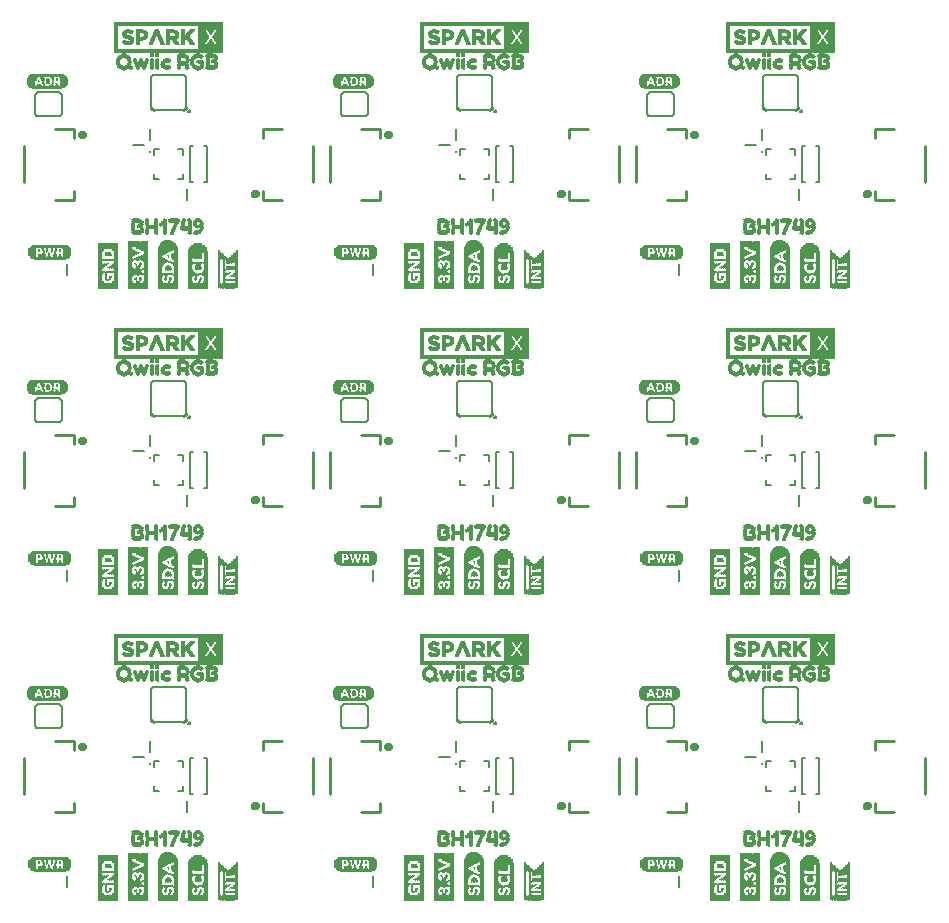
<source format=gto>
G75*
%MOIN*%
%OFA0B0*%
%FSLAX25Y25*%
%IPPOS*%
%LPD*%
%AMOC8*
5,1,8,0,0,1.08239X$1,22.5*
%
%ADD10C,0.01000*%
%ADD11C,0.01575*%
%ADD12C,0.00039*%
%ADD13R,0.00157X0.15906*%
%ADD14R,0.00157X0.02992*%
%ADD15R,0.00157X0.03937*%
%ADD16R,0.00157X0.07402*%
%ADD17R,0.00157X0.02520*%
%ADD18R,0.00157X0.03307*%
%ADD19R,0.00157X0.01102*%
%ADD20R,0.00157X0.02362*%
%ADD21R,0.00157X0.01890*%
%ADD22R,0.00157X0.02677*%
%ADD23R,0.00157X0.00787*%
%ADD24R,0.00157X0.01732*%
%ADD25R,0.00157X0.02205*%
%ADD26R,0.00157X0.00630*%
%ADD27R,0.00157X0.02047*%
%ADD28R,0.00157X0.00472*%
%ADD29R,0.00157X0.00315*%
%ADD30R,0.00157X0.00945*%
%ADD31R,0.00157X0.01575*%
%ADD32R,0.00157X0.01417*%
%ADD33R,0.00157X0.01260*%
%ADD34R,0.00157X0.03150*%
%ADD35R,0.00157X0.03622*%
%ADD36R,0.00157X0.00157*%
%ADD37R,0.00157X0.02835*%
%ADD38R,0.00157X0.03465*%
%ADD39R,0.00157X0.15276*%
%ADD40R,0.00157X0.11024*%
%ADD41R,0.00157X0.12913*%
%ADD42R,0.00157X0.13386*%
%ADD43R,0.00157X0.13701*%
%ADD44R,0.00157X0.14016*%
%ADD45R,0.00157X0.14173*%
%ADD46R,0.00157X0.14331*%
%ADD47R,0.00157X0.14488*%
%ADD48R,0.00157X0.07087*%
%ADD49R,0.00157X0.04882*%
%ADD50R,0.00157X0.05039*%
%ADD51R,0.00157X0.05197*%
%ADD52R,0.00157X0.13858*%
%ADD53R,0.00157X0.14646*%
%ADD54R,0.00157X0.14961*%
%ADD55R,0.00157X0.15118*%
%ADD56R,0.00157X0.15433*%
%ADD57R,0.00157X0.11969*%
%ADD58R,0.00157X0.04567*%
%ADD59R,0.00157X0.04409*%
%ADD60R,0.00157X0.04252*%
%ADD61R,0.00157X0.04094*%
%ADD62R,0.00157X0.03780*%
%ADD63C,0.00500*%
%ADD64R,0.00157X0.12756*%
%ADD65R,0.00157X0.12598*%
%ADD66R,0.00157X0.12441*%
%ADD67R,0.00157X0.12283*%
%ADD68R,0.00157X0.11181*%
%ADD69R,0.00157X0.10866*%
%ADD70R,0.00157X0.10709*%
%ADD71R,0.00157X0.12126*%
%ADD72C,0.01114*%
%ADD73C,0.00700*%
%ADD74C,0.00600*%
%ADD75C,0.00800*%
%ADD76C,0.00080*%
%ADD77R,0.10748X0.00118*%
%ADD78R,0.11457X0.00118*%
%ADD79R,0.11929X0.00079*%
%ADD80R,0.12402X0.00157*%
%ADD81R,0.12638X0.00118*%
%ADD82R,0.12874X0.00118*%
%ADD83R,0.13110X0.00079*%
%ADD84R,0.04961X0.00118*%
%ADD85R,0.03071X0.00118*%
%ADD86R,0.05079X0.00118*%
%ADD87R,0.02244X0.00157*%
%ADD88R,0.00945X0.00157*%
%ADD89R,0.01181X0.00157*%
%ADD90R,0.00472X0.00157*%
%ADD91R,0.02835X0.00157*%
%ADD92R,0.02244X0.00118*%
%ADD93R,0.00591X0.00118*%
%ADD94R,0.00945X0.00118*%
%ADD95R,0.00354X0.00118*%
%ADD96R,0.02598X0.00118*%
%ADD97R,0.02362X0.00118*%
%ADD98R,0.00472X0.00118*%
%ADD99R,0.00827X0.00118*%
%ADD100R,0.02480X0.00118*%
%ADD101R,0.02480X0.00157*%
%ADD102R,0.00236X0.00157*%
%ADD103R,0.00709X0.00157*%
%ADD104R,0.00354X0.00157*%
%ADD105R,0.00709X0.00118*%
%ADD106R,0.00236X0.00118*%
%ADD107R,0.02598X0.00157*%
%ADD108R,0.00591X0.00157*%
%ADD109R,0.00118X0.00157*%
%ADD110R,0.02717X0.00118*%
%ADD111R,0.02835X0.00118*%
%ADD112R,0.00827X0.00157*%
%ADD113R,0.01299X0.00118*%
%ADD114R,0.01654X0.00118*%
%ADD115R,0.01063X0.00118*%
%ADD116R,0.01063X0.00157*%
%ADD117R,0.01181X0.00118*%
%ADD118R,0.02126X0.00118*%
%ADD119R,0.02126X0.00157*%
%ADD120R,0.01417X0.00118*%
%ADD121R,0.13110X0.00118*%
%ADD122R,0.12402X0.00118*%
%ADD123R,0.11929X0.00118*%
%ADD124R,0.10039X0.00118*%
%ADD125R,0.11220X0.00079*%
%ADD126R,0.11693X0.00157*%
%ADD127R,0.12165X0.00118*%
%ADD128R,0.12402X0.00079*%
%ADD129R,0.03307X0.00157*%
%ADD130R,0.01535X0.00157*%
%ADD131R,0.01299X0.00157*%
%ADD132R,0.02717X0.00157*%
%ADD133R,0.03307X0.00118*%
%ADD134R,0.01535X0.00118*%
%ADD135R,0.03189X0.00118*%
%ADD136R,0.03189X0.00157*%
%ADD137R,0.00118X0.00118*%
%ADD138R,0.02953X0.00157*%
%ADD139R,0.02953X0.00118*%
%ADD140R,0.02362X0.00157*%
%ADD141R,0.02008X0.00118*%
%ADD142R,0.01654X0.00157*%
%ADD143R,0.01772X0.00118*%
%ADD144R,0.11693X0.00118*%
%ADD145R,0.11220X0.00118*%
%ADD146R,0.00787X0.00197*%
%ADD147R,0.01181X0.00197*%
%ADD148R,0.01969X0.00197*%
%ADD149R,0.01378X0.00197*%
%ADD150R,0.02165X0.00197*%
%ADD151R,0.02953X0.00197*%
%ADD152R,0.02362X0.00197*%
%ADD153R,0.03150X0.00197*%
%ADD154R,0.03346X0.00197*%
%ADD155R,0.03543X0.00197*%
%ADD156R,0.03740X0.00197*%
%ADD157R,0.04134X0.00197*%
%ADD158R,0.00394X0.00197*%
%ADD159R,0.03937X0.00197*%
%ADD160R,0.04528X0.00197*%
%ADD161R,0.01575X0.00197*%
%ADD162R,0.01772X0.00197*%
%ADD163R,0.00984X0.00197*%
%ADD164R,0.00197X0.00197*%
%ADD165R,0.02559X0.00197*%
%ADD166R,0.01378X0.00236*%
%ADD167R,0.01181X0.00236*%
%ADD168R,0.04724X0.00236*%
%ADD169R,0.00394X0.00236*%
%ADD170R,0.03740X0.00236*%
%ADD171R,0.02165X0.00236*%
%ADD172R,0.01969X0.00236*%
%ADD173R,0.04724X0.00197*%
%ADD174R,0.04331X0.00197*%
%ADD175R,0.01772X0.00236*%
%ADD176R,0.00984X0.00236*%
%ADD177R,0.04134X0.00236*%
%ADD178R,0.05118X0.00197*%
%ADD179R,0.04921X0.00197*%
%ADD180R,0.02756X0.00236*%
%ADD181R,0.02953X0.00236*%
%ADD182R,0.03543X0.00236*%
%ADD183R,0.00591X0.00197*%
%ADD184R,0.02756X0.00197*%
%ADD185R,0.04331X0.00236*%
%ADD186R,0.01575X0.00236*%
%ADD187R,0.03937X0.00236*%
%ADD188R,0.02559X0.00236*%
%ADD189R,0.03346X0.00236*%
D10*
X0040876Y0066939D02*
X0047372Y0066939D01*
X0047372Y0069892D01*
X0030640Y0072844D02*
X0030640Y0084656D01*
X0040876Y0090561D02*
X0047372Y0090561D01*
X0047372Y0087608D01*
X0110128Y0087608D02*
X0110128Y0090561D01*
X0116624Y0090561D01*
X0126860Y0084656D02*
X0126860Y0072844D01*
X0132640Y0072844D02*
X0132640Y0084656D01*
X0142876Y0090561D02*
X0149372Y0090561D01*
X0149372Y0087608D01*
X0149372Y0069892D02*
X0149372Y0066939D01*
X0142876Y0066939D01*
X0116624Y0066939D02*
X0110128Y0066939D01*
X0110128Y0069892D01*
X0212128Y0069892D02*
X0212128Y0066939D01*
X0218624Y0066939D01*
X0228860Y0072844D02*
X0228860Y0084656D01*
X0234640Y0084656D02*
X0234640Y0072844D01*
X0244876Y0066939D02*
X0251372Y0066939D01*
X0251372Y0069892D01*
X0251372Y0087608D02*
X0251372Y0090561D01*
X0244876Y0090561D01*
X0218624Y0090561D02*
X0212128Y0090561D01*
X0212128Y0087608D01*
X0212128Y0168939D02*
X0212128Y0171892D01*
X0212128Y0168939D02*
X0218624Y0168939D01*
X0228860Y0174844D02*
X0228860Y0186656D01*
X0234640Y0186656D02*
X0234640Y0174844D01*
X0244876Y0168939D02*
X0251372Y0168939D01*
X0251372Y0171892D01*
X0251372Y0189608D02*
X0251372Y0192561D01*
X0244876Y0192561D01*
X0218624Y0192561D02*
X0212128Y0192561D01*
X0212128Y0189608D01*
X0149372Y0189608D02*
X0149372Y0192561D01*
X0142876Y0192561D01*
X0132640Y0186656D02*
X0132640Y0174844D01*
X0126860Y0174844D02*
X0126860Y0186656D01*
X0116624Y0192561D02*
X0110128Y0192561D01*
X0110128Y0189608D01*
X0110128Y0171892D02*
X0110128Y0168939D01*
X0116624Y0168939D01*
X0142876Y0168939D02*
X0149372Y0168939D01*
X0149372Y0171892D01*
X0047372Y0171892D02*
X0047372Y0168939D01*
X0040876Y0168939D01*
X0030640Y0174844D02*
X0030640Y0186656D01*
X0040876Y0192561D02*
X0047372Y0192561D01*
X0047372Y0189608D01*
X0047372Y0270939D02*
X0040876Y0270939D01*
X0047372Y0270939D02*
X0047372Y0273892D01*
X0030640Y0276844D02*
X0030640Y0288656D01*
X0040876Y0294561D02*
X0047372Y0294561D01*
X0047372Y0291608D01*
X0110128Y0291608D02*
X0110128Y0294561D01*
X0116624Y0294561D01*
X0126860Y0288656D02*
X0126860Y0276844D01*
X0132640Y0276844D02*
X0132640Y0288656D01*
X0142876Y0294561D02*
X0149372Y0294561D01*
X0149372Y0291608D01*
X0149372Y0273892D02*
X0149372Y0270939D01*
X0142876Y0270939D01*
X0116624Y0270939D02*
X0110128Y0270939D01*
X0110128Y0273892D01*
X0212128Y0273892D02*
X0212128Y0270939D01*
X0218624Y0270939D01*
X0228860Y0276844D02*
X0228860Y0288656D01*
X0234640Y0288656D02*
X0234640Y0276844D01*
X0244876Y0270939D02*
X0251372Y0270939D01*
X0251372Y0273892D01*
X0251372Y0291608D02*
X0251372Y0294561D01*
X0244876Y0294561D01*
X0218624Y0294561D02*
X0212128Y0294561D01*
X0212128Y0291608D01*
X0314128Y0291608D02*
X0314128Y0294561D01*
X0320624Y0294561D01*
X0330860Y0288656D02*
X0330860Y0276844D01*
X0320624Y0270939D02*
X0314128Y0270939D01*
X0314128Y0273892D01*
X0314128Y0192561D02*
X0320624Y0192561D01*
X0314128Y0192561D02*
X0314128Y0189608D01*
X0330860Y0186656D02*
X0330860Y0174844D01*
X0320624Y0168939D02*
X0314128Y0168939D01*
X0314128Y0171892D01*
X0314128Y0090561D02*
X0320624Y0090561D01*
X0314128Y0090561D02*
X0314128Y0087608D01*
X0330860Y0084656D02*
X0330860Y0072844D01*
X0320624Y0066939D02*
X0314128Y0066939D01*
X0314128Y0069892D01*
D11*
X0311012Y0068907D02*
X0311014Y0068954D01*
X0311020Y0069000D01*
X0311029Y0069046D01*
X0311043Y0069090D01*
X0311060Y0069134D01*
X0311081Y0069175D01*
X0311105Y0069215D01*
X0311132Y0069253D01*
X0311163Y0069288D01*
X0311196Y0069321D01*
X0311232Y0069351D01*
X0311271Y0069377D01*
X0311311Y0069401D01*
X0311353Y0069420D01*
X0311397Y0069437D01*
X0311442Y0069449D01*
X0311488Y0069458D01*
X0311534Y0069463D01*
X0311581Y0069464D01*
X0311627Y0069461D01*
X0311673Y0069454D01*
X0311719Y0069443D01*
X0311763Y0069429D01*
X0311806Y0069411D01*
X0311847Y0069389D01*
X0311887Y0069364D01*
X0311924Y0069336D01*
X0311959Y0069305D01*
X0311991Y0069271D01*
X0312020Y0069234D01*
X0312045Y0069196D01*
X0312068Y0069155D01*
X0312087Y0069112D01*
X0312102Y0069068D01*
X0312114Y0069023D01*
X0312122Y0068977D01*
X0312126Y0068930D01*
X0312126Y0068884D01*
X0312122Y0068837D01*
X0312114Y0068791D01*
X0312102Y0068746D01*
X0312087Y0068702D01*
X0312068Y0068659D01*
X0312045Y0068618D01*
X0312020Y0068580D01*
X0311991Y0068543D01*
X0311959Y0068509D01*
X0311924Y0068478D01*
X0311887Y0068450D01*
X0311848Y0068425D01*
X0311806Y0068403D01*
X0311763Y0068385D01*
X0311719Y0068371D01*
X0311673Y0068360D01*
X0311627Y0068353D01*
X0311581Y0068350D01*
X0311534Y0068351D01*
X0311488Y0068356D01*
X0311442Y0068365D01*
X0311397Y0068377D01*
X0311353Y0068394D01*
X0311311Y0068413D01*
X0311271Y0068437D01*
X0311232Y0068463D01*
X0311196Y0068493D01*
X0311163Y0068526D01*
X0311132Y0068561D01*
X0311105Y0068599D01*
X0311081Y0068639D01*
X0311060Y0068680D01*
X0311043Y0068724D01*
X0311029Y0068768D01*
X0311020Y0068814D01*
X0311014Y0068860D01*
X0311012Y0068907D01*
X0253374Y0088593D02*
X0253376Y0088640D01*
X0253382Y0088686D01*
X0253391Y0088732D01*
X0253405Y0088776D01*
X0253422Y0088820D01*
X0253443Y0088861D01*
X0253467Y0088901D01*
X0253494Y0088939D01*
X0253525Y0088974D01*
X0253558Y0089007D01*
X0253594Y0089037D01*
X0253633Y0089063D01*
X0253673Y0089087D01*
X0253715Y0089106D01*
X0253759Y0089123D01*
X0253804Y0089135D01*
X0253850Y0089144D01*
X0253896Y0089149D01*
X0253943Y0089150D01*
X0253989Y0089147D01*
X0254035Y0089140D01*
X0254081Y0089129D01*
X0254125Y0089115D01*
X0254168Y0089097D01*
X0254209Y0089075D01*
X0254249Y0089050D01*
X0254286Y0089022D01*
X0254321Y0088991D01*
X0254353Y0088957D01*
X0254382Y0088920D01*
X0254407Y0088882D01*
X0254430Y0088841D01*
X0254449Y0088798D01*
X0254464Y0088754D01*
X0254476Y0088709D01*
X0254484Y0088663D01*
X0254488Y0088616D01*
X0254488Y0088570D01*
X0254484Y0088523D01*
X0254476Y0088477D01*
X0254464Y0088432D01*
X0254449Y0088388D01*
X0254430Y0088345D01*
X0254407Y0088304D01*
X0254382Y0088266D01*
X0254353Y0088229D01*
X0254321Y0088195D01*
X0254286Y0088164D01*
X0254249Y0088136D01*
X0254210Y0088111D01*
X0254168Y0088089D01*
X0254125Y0088071D01*
X0254081Y0088057D01*
X0254035Y0088046D01*
X0253989Y0088039D01*
X0253943Y0088036D01*
X0253896Y0088037D01*
X0253850Y0088042D01*
X0253804Y0088051D01*
X0253759Y0088063D01*
X0253715Y0088080D01*
X0253673Y0088099D01*
X0253633Y0088123D01*
X0253594Y0088149D01*
X0253558Y0088179D01*
X0253525Y0088212D01*
X0253494Y0088247D01*
X0253467Y0088285D01*
X0253443Y0088325D01*
X0253422Y0088366D01*
X0253405Y0088410D01*
X0253391Y0088454D01*
X0253382Y0088500D01*
X0253376Y0088546D01*
X0253374Y0088593D01*
X0209012Y0068907D02*
X0209014Y0068954D01*
X0209020Y0069000D01*
X0209029Y0069046D01*
X0209043Y0069090D01*
X0209060Y0069134D01*
X0209081Y0069175D01*
X0209105Y0069215D01*
X0209132Y0069253D01*
X0209163Y0069288D01*
X0209196Y0069321D01*
X0209232Y0069351D01*
X0209271Y0069377D01*
X0209311Y0069401D01*
X0209353Y0069420D01*
X0209397Y0069437D01*
X0209442Y0069449D01*
X0209488Y0069458D01*
X0209534Y0069463D01*
X0209581Y0069464D01*
X0209627Y0069461D01*
X0209673Y0069454D01*
X0209719Y0069443D01*
X0209763Y0069429D01*
X0209806Y0069411D01*
X0209847Y0069389D01*
X0209887Y0069364D01*
X0209924Y0069336D01*
X0209959Y0069305D01*
X0209991Y0069271D01*
X0210020Y0069234D01*
X0210045Y0069196D01*
X0210068Y0069155D01*
X0210087Y0069112D01*
X0210102Y0069068D01*
X0210114Y0069023D01*
X0210122Y0068977D01*
X0210126Y0068930D01*
X0210126Y0068884D01*
X0210122Y0068837D01*
X0210114Y0068791D01*
X0210102Y0068746D01*
X0210087Y0068702D01*
X0210068Y0068659D01*
X0210045Y0068618D01*
X0210020Y0068580D01*
X0209991Y0068543D01*
X0209959Y0068509D01*
X0209924Y0068478D01*
X0209887Y0068450D01*
X0209848Y0068425D01*
X0209806Y0068403D01*
X0209763Y0068385D01*
X0209719Y0068371D01*
X0209673Y0068360D01*
X0209627Y0068353D01*
X0209581Y0068350D01*
X0209534Y0068351D01*
X0209488Y0068356D01*
X0209442Y0068365D01*
X0209397Y0068377D01*
X0209353Y0068394D01*
X0209311Y0068413D01*
X0209271Y0068437D01*
X0209232Y0068463D01*
X0209196Y0068493D01*
X0209163Y0068526D01*
X0209132Y0068561D01*
X0209105Y0068599D01*
X0209081Y0068639D01*
X0209060Y0068680D01*
X0209043Y0068724D01*
X0209029Y0068768D01*
X0209020Y0068814D01*
X0209014Y0068860D01*
X0209012Y0068907D01*
X0151374Y0088593D02*
X0151376Y0088640D01*
X0151382Y0088686D01*
X0151391Y0088732D01*
X0151405Y0088776D01*
X0151422Y0088820D01*
X0151443Y0088861D01*
X0151467Y0088901D01*
X0151494Y0088939D01*
X0151525Y0088974D01*
X0151558Y0089007D01*
X0151594Y0089037D01*
X0151633Y0089063D01*
X0151673Y0089087D01*
X0151715Y0089106D01*
X0151759Y0089123D01*
X0151804Y0089135D01*
X0151850Y0089144D01*
X0151896Y0089149D01*
X0151943Y0089150D01*
X0151989Y0089147D01*
X0152035Y0089140D01*
X0152081Y0089129D01*
X0152125Y0089115D01*
X0152168Y0089097D01*
X0152209Y0089075D01*
X0152249Y0089050D01*
X0152286Y0089022D01*
X0152321Y0088991D01*
X0152353Y0088957D01*
X0152382Y0088920D01*
X0152407Y0088882D01*
X0152430Y0088841D01*
X0152449Y0088798D01*
X0152464Y0088754D01*
X0152476Y0088709D01*
X0152484Y0088663D01*
X0152488Y0088616D01*
X0152488Y0088570D01*
X0152484Y0088523D01*
X0152476Y0088477D01*
X0152464Y0088432D01*
X0152449Y0088388D01*
X0152430Y0088345D01*
X0152407Y0088304D01*
X0152382Y0088266D01*
X0152353Y0088229D01*
X0152321Y0088195D01*
X0152286Y0088164D01*
X0152249Y0088136D01*
X0152210Y0088111D01*
X0152168Y0088089D01*
X0152125Y0088071D01*
X0152081Y0088057D01*
X0152035Y0088046D01*
X0151989Y0088039D01*
X0151943Y0088036D01*
X0151896Y0088037D01*
X0151850Y0088042D01*
X0151804Y0088051D01*
X0151759Y0088063D01*
X0151715Y0088080D01*
X0151673Y0088099D01*
X0151633Y0088123D01*
X0151594Y0088149D01*
X0151558Y0088179D01*
X0151525Y0088212D01*
X0151494Y0088247D01*
X0151467Y0088285D01*
X0151443Y0088325D01*
X0151422Y0088366D01*
X0151405Y0088410D01*
X0151391Y0088454D01*
X0151382Y0088500D01*
X0151376Y0088546D01*
X0151374Y0088593D01*
X0107012Y0068907D02*
X0107014Y0068954D01*
X0107020Y0069000D01*
X0107029Y0069046D01*
X0107043Y0069090D01*
X0107060Y0069134D01*
X0107081Y0069175D01*
X0107105Y0069215D01*
X0107132Y0069253D01*
X0107163Y0069288D01*
X0107196Y0069321D01*
X0107232Y0069351D01*
X0107271Y0069377D01*
X0107311Y0069401D01*
X0107353Y0069420D01*
X0107397Y0069437D01*
X0107442Y0069449D01*
X0107488Y0069458D01*
X0107534Y0069463D01*
X0107581Y0069464D01*
X0107627Y0069461D01*
X0107673Y0069454D01*
X0107719Y0069443D01*
X0107763Y0069429D01*
X0107806Y0069411D01*
X0107847Y0069389D01*
X0107887Y0069364D01*
X0107924Y0069336D01*
X0107959Y0069305D01*
X0107991Y0069271D01*
X0108020Y0069234D01*
X0108045Y0069196D01*
X0108068Y0069155D01*
X0108087Y0069112D01*
X0108102Y0069068D01*
X0108114Y0069023D01*
X0108122Y0068977D01*
X0108126Y0068930D01*
X0108126Y0068884D01*
X0108122Y0068837D01*
X0108114Y0068791D01*
X0108102Y0068746D01*
X0108087Y0068702D01*
X0108068Y0068659D01*
X0108045Y0068618D01*
X0108020Y0068580D01*
X0107991Y0068543D01*
X0107959Y0068509D01*
X0107924Y0068478D01*
X0107887Y0068450D01*
X0107848Y0068425D01*
X0107806Y0068403D01*
X0107763Y0068385D01*
X0107719Y0068371D01*
X0107673Y0068360D01*
X0107627Y0068353D01*
X0107581Y0068350D01*
X0107534Y0068351D01*
X0107488Y0068356D01*
X0107442Y0068365D01*
X0107397Y0068377D01*
X0107353Y0068394D01*
X0107311Y0068413D01*
X0107271Y0068437D01*
X0107232Y0068463D01*
X0107196Y0068493D01*
X0107163Y0068526D01*
X0107132Y0068561D01*
X0107105Y0068599D01*
X0107081Y0068639D01*
X0107060Y0068680D01*
X0107043Y0068724D01*
X0107029Y0068768D01*
X0107020Y0068814D01*
X0107014Y0068860D01*
X0107012Y0068907D01*
X0049374Y0088593D02*
X0049376Y0088640D01*
X0049382Y0088686D01*
X0049391Y0088732D01*
X0049405Y0088776D01*
X0049422Y0088820D01*
X0049443Y0088861D01*
X0049467Y0088901D01*
X0049494Y0088939D01*
X0049525Y0088974D01*
X0049558Y0089007D01*
X0049594Y0089037D01*
X0049633Y0089063D01*
X0049673Y0089087D01*
X0049715Y0089106D01*
X0049759Y0089123D01*
X0049804Y0089135D01*
X0049850Y0089144D01*
X0049896Y0089149D01*
X0049943Y0089150D01*
X0049989Y0089147D01*
X0050035Y0089140D01*
X0050081Y0089129D01*
X0050125Y0089115D01*
X0050168Y0089097D01*
X0050209Y0089075D01*
X0050249Y0089050D01*
X0050286Y0089022D01*
X0050321Y0088991D01*
X0050353Y0088957D01*
X0050382Y0088920D01*
X0050407Y0088882D01*
X0050430Y0088841D01*
X0050449Y0088798D01*
X0050464Y0088754D01*
X0050476Y0088709D01*
X0050484Y0088663D01*
X0050488Y0088616D01*
X0050488Y0088570D01*
X0050484Y0088523D01*
X0050476Y0088477D01*
X0050464Y0088432D01*
X0050449Y0088388D01*
X0050430Y0088345D01*
X0050407Y0088304D01*
X0050382Y0088266D01*
X0050353Y0088229D01*
X0050321Y0088195D01*
X0050286Y0088164D01*
X0050249Y0088136D01*
X0050210Y0088111D01*
X0050168Y0088089D01*
X0050125Y0088071D01*
X0050081Y0088057D01*
X0050035Y0088046D01*
X0049989Y0088039D01*
X0049943Y0088036D01*
X0049896Y0088037D01*
X0049850Y0088042D01*
X0049804Y0088051D01*
X0049759Y0088063D01*
X0049715Y0088080D01*
X0049673Y0088099D01*
X0049633Y0088123D01*
X0049594Y0088149D01*
X0049558Y0088179D01*
X0049525Y0088212D01*
X0049494Y0088247D01*
X0049467Y0088285D01*
X0049443Y0088325D01*
X0049422Y0088366D01*
X0049405Y0088410D01*
X0049391Y0088454D01*
X0049382Y0088500D01*
X0049376Y0088546D01*
X0049374Y0088593D01*
X0107012Y0170907D02*
X0107014Y0170954D01*
X0107020Y0171000D01*
X0107029Y0171046D01*
X0107043Y0171090D01*
X0107060Y0171134D01*
X0107081Y0171175D01*
X0107105Y0171215D01*
X0107132Y0171253D01*
X0107163Y0171288D01*
X0107196Y0171321D01*
X0107232Y0171351D01*
X0107271Y0171377D01*
X0107311Y0171401D01*
X0107353Y0171420D01*
X0107397Y0171437D01*
X0107442Y0171449D01*
X0107488Y0171458D01*
X0107534Y0171463D01*
X0107581Y0171464D01*
X0107627Y0171461D01*
X0107673Y0171454D01*
X0107719Y0171443D01*
X0107763Y0171429D01*
X0107806Y0171411D01*
X0107847Y0171389D01*
X0107887Y0171364D01*
X0107924Y0171336D01*
X0107959Y0171305D01*
X0107991Y0171271D01*
X0108020Y0171234D01*
X0108045Y0171196D01*
X0108068Y0171155D01*
X0108087Y0171112D01*
X0108102Y0171068D01*
X0108114Y0171023D01*
X0108122Y0170977D01*
X0108126Y0170930D01*
X0108126Y0170884D01*
X0108122Y0170837D01*
X0108114Y0170791D01*
X0108102Y0170746D01*
X0108087Y0170702D01*
X0108068Y0170659D01*
X0108045Y0170618D01*
X0108020Y0170580D01*
X0107991Y0170543D01*
X0107959Y0170509D01*
X0107924Y0170478D01*
X0107887Y0170450D01*
X0107848Y0170425D01*
X0107806Y0170403D01*
X0107763Y0170385D01*
X0107719Y0170371D01*
X0107673Y0170360D01*
X0107627Y0170353D01*
X0107581Y0170350D01*
X0107534Y0170351D01*
X0107488Y0170356D01*
X0107442Y0170365D01*
X0107397Y0170377D01*
X0107353Y0170394D01*
X0107311Y0170413D01*
X0107271Y0170437D01*
X0107232Y0170463D01*
X0107196Y0170493D01*
X0107163Y0170526D01*
X0107132Y0170561D01*
X0107105Y0170599D01*
X0107081Y0170639D01*
X0107060Y0170680D01*
X0107043Y0170724D01*
X0107029Y0170768D01*
X0107020Y0170814D01*
X0107014Y0170860D01*
X0107012Y0170907D01*
X0151374Y0190593D02*
X0151376Y0190640D01*
X0151382Y0190686D01*
X0151391Y0190732D01*
X0151405Y0190776D01*
X0151422Y0190820D01*
X0151443Y0190861D01*
X0151467Y0190901D01*
X0151494Y0190939D01*
X0151525Y0190974D01*
X0151558Y0191007D01*
X0151594Y0191037D01*
X0151633Y0191063D01*
X0151673Y0191087D01*
X0151715Y0191106D01*
X0151759Y0191123D01*
X0151804Y0191135D01*
X0151850Y0191144D01*
X0151896Y0191149D01*
X0151943Y0191150D01*
X0151989Y0191147D01*
X0152035Y0191140D01*
X0152081Y0191129D01*
X0152125Y0191115D01*
X0152168Y0191097D01*
X0152209Y0191075D01*
X0152249Y0191050D01*
X0152286Y0191022D01*
X0152321Y0190991D01*
X0152353Y0190957D01*
X0152382Y0190920D01*
X0152407Y0190882D01*
X0152430Y0190841D01*
X0152449Y0190798D01*
X0152464Y0190754D01*
X0152476Y0190709D01*
X0152484Y0190663D01*
X0152488Y0190616D01*
X0152488Y0190570D01*
X0152484Y0190523D01*
X0152476Y0190477D01*
X0152464Y0190432D01*
X0152449Y0190388D01*
X0152430Y0190345D01*
X0152407Y0190304D01*
X0152382Y0190266D01*
X0152353Y0190229D01*
X0152321Y0190195D01*
X0152286Y0190164D01*
X0152249Y0190136D01*
X0152210Y0190111D01*
X0152168Y0190089D01*
X0152125Y0190071D01*
X0152081Y0190057D01*
X0152035Y0190046D01*
X0151989Y0190039D01*
X0151943Y0190036D01*
X0151896Y0190037D01*
X0151850Y0190042D01*
X0151804Y0190051D01*
X0151759Y0190063D01*
X0151715Y0190080D01*
X0151673Y0190099D01*
X0151633Y0190123D01*
X0151594Y0190149D01*
X0151558Y0190179D01*
X0151525Y0190212D01*
X0151494Y0190247D01*
X0151467Y0190285D01*
X0151443Y0190325D01*
X0151422Y0190366D01*
X0151405Y0190410D01*
X0151391Y0190454D01*
X0151382Y0190500D01*
X0151376Y0190546D01*
X0151374Y0190593D01*
X0209012Y0170907D02*
X0209014Y0170954D01*
X0209020Y0171000D01*
X0209029Y0171046D01*
X0209043Y0171090D01*
X0209060Y0171134D01*
X0209081Y0171175D01*
X0209105Y0171215D01*
X0209132Y0171253D01*
X0209163Y0171288D01*
X0209196Y0171321D01*
X0209232Y0171351D01*
X0209271Y0171377D01*
X0209311Y0171401D01*
X0209353Y0171420D01*
X0209397Y0171437D01*
X0209442Y0171449D01*
X0209488Y0171458D01*
X0209534Y0171463D01*
X0209581Y0171464D01*
X0209627Y0171461D01*
X0209673Y0171454D01*
X0209719Y0171443D01*
X0209763Y0171429D01*
X0209806Y0171411D01*
X0209847Y0171389D01*
X0209887Y0171364D01*
X0209924Y0171336D01*
X0209959Y0171305D01*
X0209991Y0171271D01*
X0210020Y0171234D01*
X0210045Y0171196D01*
X0210068Y0171155D01*
X0210087Y0171112D01*
X0210102Y0171068D01*
X0210114Y0171023D01*
X0210122Y0170977D01*
X0210126Y0170930D01*
X0210126Y0170884D01*
X0210122Y0170837D01*
X0210114Y0170791D01*
X0210102Y0170746D01*
X0210087Y0170702D01*
X0210068Y0170659D01*
X0210045Y0170618D01*
X0210020Y0170580D01*
X0209991Y0170543D01*
X0209959Y0170509D01*
X0209924Y0170478D01*
X0209887Y0170450D01*
X0209848Y0170425D01*
X0209806Y0170403D01*
X0209763Y0170385D01*
X0209719Y0170371D01*
X0209673Y0170360D01*
X0209627Y0170353D01*
X0209581Y0170350D01*
X0209534Y0170351D01*
X0209488Y0170356D01*
X0209442Y0170365D01*
X0209397Y0170377D01*
X0209353Y0170394D01*
X0209311Y0170413D01*
X0209271Y0170437D01*
X0209232Y0170463D01*
X0209196Y0170493D01*
X0209163Y0170526D01*
X0209132Y0170561D01*
X0209105Y0170599D01*
X0209081Y0170639D01*
X0209060Y0170680D01*
X0209043Y0170724D01*
X0209029Y0170768D01*
X0209020Y0170814D01*
X0209014Y0170860D01*
X0209012Y0170907D01*
X0253374Y0190593D02*
X0253376Y0190640D01*
X0253382Y0190686D01*
X0253391Y0190732D01*
X0253405Y0190776D01*
X0253422Y0190820D01*
X0253443Y0190861D01*
X0253467Y0190901D01*
X0253494Y0190939D01*
X0253525Y0190974D01*
X0253558Y0191007D01*
X0253594Y0191037D01*
X0253633Y0191063D01*
X0253673Y0191087D01*
X0253715Y0191106D01*
X0253759Y0191123D01*
X0253804Y0191135D01*
X0253850Y0191144D01*
X0253896Y0191149D01*
X0253943Y0191150D01*
X0253989Y0191147D01*
X0254035Y0191140D01*
X0254081Y0191129D01*
X0254125Y0191115D01*
X0254168Y0191097D01*
X0254209Y0191075D01*
X0254249Y0191050D01*
X0254286Y0191022D01*
X0254321Y0190991D01*
X0254353Y0190957D01*
X0254382Y0190920D01*
X0254407Y0190882D01*
X0254430Y0190841D01*
X0254449Y0190798D01*
X0254464Y0190754D01*
X0254476Y0190709D01*
X0254484Y0190663D01*
X0254488Y0190616D01*
X0254488Y0190570D01*
X0254484Y0190523D01*
X0254476Y0190477D01*
X0254464Y0190432D01*
X0254449Y0190388D01*
X0254430Y0190345D01*
X0254407Y0190304D01*
X0254382Y0190266D01*
X0254353Y0190229D01*
X0254321Y0190195D01*
X0254286Y0190164D01*
X0254249Y0190136D01*
X0254210Y0190111D01*
X0254168Y0190089D01*
X0254125Y0190071D01*
X0254081Y0190057D01*
X0254035Y0190046D01*
X0253989Y0190039D01*
X0253943Y0190036D01*
X0253896Y0190037D01*
X0253850Y0190042D01*
X0253804Y0190051D01*
X0253759Y0190063D01*
X0253715Y0190080D01*
X0253673Y0190099D01*
X0253633Y0190123D01*
X0253594Y0190149D01*
X0253558Y0190179D01*
X0253525Y0190212D01*
X0253494Y0190247D01*
X0253467Y0190285D01*
X0253443Y0190325D01*
X0253422Y0190366D01*
X0253405Y0190410D01*
X0253391Y0190454D01*
X0253382Y0190500D01*
X0253376Y0190546D01*
X0253374Y0190593D01*
X0311012Y0170907D02*
X0311014Y0170954D01*
X0311020Y0171000D01*
X0311029Y0171046D01*
X0311043Y0171090D01*
X0311060Y0171134D01*
X0311081Y0171175D01*
X0311105Y0171215D01*
X0311132Y0171253D01*
X0311163Y0171288D01*
X0311196Y0171321D01*
X0311232Y0171351D01*
X0311271Y0171377D01*
X0311311Y0171401D01*
X0311353Y0171420D01*
X0311397Y0171437D01*
X0311442Y0171449D01*
X0311488Y0171458D01*
X0311534Y0171463D01*
X0311581Y0171464D01*
X0311627Y0171461D01*
X0311673Y0171454D01*
X0311719Y0171443D01*
X0311763Y0171429D01*
X0311806Y0171411D01*
X0311847Y0171389D01*
X0311887Y0171364D01*
X0311924Y0171336D01*
X0311959Y0171305D01*
X0311991Y0171271D01*
X0312020Y0171234D01*
X0312045Y0171196D01*
X0312068Y0171155D01*
X0312087Y0171112D01*
X0312102Y0171068D01*
X0312114Y0171023D01*
X0312122Y0170977D01*
X0312126Y0170930D01*
X0312126Y0170884D01*
X0312122Y0170837D01*
X0312114Y0170791D01*
X0312102Y0170746D01*
X0312087Y0170702D01*
X0312068Y0170659D01*
X0312045Y0170618D01*
X0312020Y0170580D01*
X0311991Y0170543D01*
X0311959Y0170509D01*
X0311924Y0170478D01*
X0311887Y0170450D01*
X0311848Y0170425D01*
X0311806Y0170403D01*
X0311763Y0170385D01*
X0311719Y0170371D01*
X0311673Y0170360D01*
X0311627Y0170353D01*
X0311581Y0170350D01*
X0311534Y0170351D01*
X0311488Y0170356D01*
X0311442Y0170365D01*
X0311397Y0170377D01*
X0311353Y0170394D01*
X0311311Y0170413D01*
X0311271Y0170437D01*
X0311232Y0170463D01*
X0311196Y0170493D01*
X0311163Y0170526D01*
X0311132Y0170561D01*
X0311105Y0170599D01*
X0311081Y0170639D01*
X0311060Y0170680D01*
X0311043Y0170724D01*
X0311029Y0170768D01*
X0311020Y0170814D01*
X0311014Y0170860D01*
X0311012Y0170907D01*
X0311012Y0272907D02*
X0311014Y0272954D01*
X0311020Y0273000D01*
X0311029Y0273046D01*
X0311043Y0273090D01*
X0311060Y0273134D01*
X0311081Y0273175D01*
X0311105Y0273215D01*
X0311132Y0273253D01*
X0311163Y0273288D01*
X0311196Y0273321D01*
X0311232Y0273351D01*
X0311271Y0273377D01*
X0311311Y0273401D01*
X0311353Y0273420D01*
X0311397Y0273437D01*
X0311442Y0273449D01*
X0311488Y0273458D01*
X0311534Y0273463D01*
X0311581Y0273464D01*
X0311627Y0273461D01*
X0311673Y0273454D01*
X0311719Y0273443D01*
X0311763Y0273429D01*
X0311806Y0273411D01*
X0311847Y0273389D01*
X0311887Y0273364D01*
X0311924Y0273336D01*
X0311959Y0273305D01*
X0311991Y0273271D01*
X0312020Y0273234D01*
X0312045Y0273196D01*
X0312068Y0273155D01*
X0312087Y0273112D01*
X0312102Y0273068D01*
X0312114Y0273023D01*
X0312122Y0272977D01*
X0312126Y0272930D01*
X0312126Y0272884D01*
X0312122Y0272837D01*
X0312114Y0272791D01*
X0312102Y0272746D01*
X0312087Y0272702D01*
X0312068Y0272659D01*
X0312045Y0272618D01*
X0312020Y0272580D01*
X0311991Y0272543D01*
X0311959Y0272509D01*
X0311924Y0272478D01*
X0311887Y0272450D01*
X0311848Y0272425D01*
X0311806Y0272403D01*
X0311763Y0272385D01*
X0311719Y0272371D01*
X0311673Y0272360D01*
X0311627Y0272353D01*
X0311581Y0272350D01*
X0311534Y0272351D01*
X0311488Y0272356D01*
X0311442Y0272365D01*
X0311397Y0272377D01*
X0311353Y0272394D01*
X0311311Y0272413D01*
X0311271Y0272437D01*
X0311232Y0272463D01*
X0311196Y0272493D01*
X0311163Y0272526D01*
X0311132Y0272561D01*
X0311105Y0272599D01*
X0311081Y0272639D01*
X0311060Y0272680D01*
X0311043Y0272724D01*
X0311029Y0272768D01*
X0311020Y0272814D01*
X0311014Y0272860D01*
X0311012Y0272907D01*
X0253374Y0292593D02*
X0253376Y0292640D01*
X0253382Y0292686D01*
X0253391Y0292732D01*
X0253405Y0292776D01*
X0253422Y0292820D01*
X0253443Y0292861D01*
X0253467Y0292901D01*
X0253494Y0292939D01*
X0253525Y0292974D01*
X0253558Y0293007D01*
X0253594Y0293037D01*
X0253633Y0293063D01*
X0253673Y0293087D01*
X0253715Y0293106D01*
X0253759Y0293123D01*
X0253804Y0293135D01*
X0253850Y0293144D01*
X0253896Y0293149D01*
X0253943Y0293150D01*
X0253989Y0293147D01*
X0254035Y0293140D01*
X0254081Y0293129D01*
X0254125Y0293115D01*
X0254168Y0293097D01*
X0254209Y0293075D01*
X0254249Y0293050D01*
X0254286Y0293022D01*
X0254321Y0292991D01*
X0254353Y0292957D01*
X0254382Y0292920D01*
X0254407Y0292882D01*
X0254430Y0292841D01*
X0254449Y0292798D01*
X0254464Y0292754D01*
X0254476Y0292709D01*
X0254484Y0292663D01*
X0254488Y0292616D01*
X0254488Y0292570D01*
X0254484Y0292523D01*
X0254476Y0292477D01*
X0254464Y0292432D01*
X0254449Y0292388D01*
X0254430Y0292345D01*
X0254407Y0292304D01*
X0254382Y0292266D01*
X0254353Y0292229D01*
X0254321Y0292195D01*
X0254286Y0292164D01*
X0254249Y0292136D01*
X0254210Y0292111D01*
X0254168Y0292089D01*
X0254125Y0292071D01*
X0254081Y0292057D01*
X0254035Y0292046D01*
X0253989Y0292039D01*
X0253943Y0292036D01*
X0253896Y0292037D01*
X0253850Y0292042D01*
X0253804Y0292051D01*
X0253759Y0292063D01*
X0253715Y0292080D01*
X0253673Y0292099D01*
X0253633Y0292123D01*
X0253594Y0292149D01*
X0253558Y0292179D01*
X0253525Y0292212D01*
X0253494Y0292247D01*
X0253467Y0292285D01*
X0253443Y0292325D01*
X0253422Y0292366D01*
X0253405Y0292410D01*
X0253391Y0292454D01*
X0253382Y0292500D01*
X0253376Y0292546D01*
X0253374Y0292593D01*
X0209012Y0272907D02*
X0209014Y0272954D01*
X0209020Y0273000D01*
X0209029Y0273046D01*
X0209043Y0273090D01*
X0209060Y0273134D01*
X0209081Y0273175D01*
X0209105Y0273215D01*
X0209132Y0273253D01*
X0209163Y0273288D01*
X0209196Y0273321D01*
X0209232Y0273351D01*
X0209271Y0273377D01*
X0209311Y0273401D01*
X0209353Y0273420D01*
X0209397Y0273437D01*
X0209442Y0273449D01*
X0209488Y0273458D01*
X0209534Y0273463D01*
X0209581Y0273464D01*
X0209627Y0273461D01*
X0209673Y0273454D01*
X0209719Y0273443D01*
X0209763Y0273429D01*
X0209806Y0273411D01*
X0209847Y0273389D01*
X0209887Y0273364D01*
X0209924Y0273336D01*
X0209959Y0273305D01*
X0209991Y0273271D01*
X0210020Y0273234D01*
X0210045Y0273196D01*
X0210068Y0273155D01*
X0210087Y0273112D01*
X0210102Y0273068D01*
X0210114Y0273023D01*
X0210122Y0272977D01*
X0210126Y0272930D01*
X0210126Y0272884D01*
X0210122Y0272837D01*
X0210114Y0272791D01*
X0210102Y0272746D01*
X0210087Y0272702D01*
X0210068Y0272659D01*
X0210045Y0272618D01*
X0210020Y0272580D01*
X0209991Y0272543D01*
X0209959Y0272509D01*
X0209924Y0272478D01*
X0209887Y0272450D01*
X0209848Y0272425D01*
X0209806Y0272403D01*
X0209763Y0272385D01*
X0209719Y0272371D01*
X0209673Y0272360D01*
X0209627Y0272353D01*
X0209581Y0272350D01*
X0209534Y0272351D01*
X0209488Y0272356D01*
X0209442Y0272365D01*
X0209397Y0272377D01*
X0209353Y0272394D01*
X0209311Y0272413D01*
X0209271Y0272437D01*
X0209232Y0272463D01*
X0209196Y0272493D01*
X0209163Y0272526D01*
X0209132Y0272561D01*
X0209105Y0272599D01*
X0209081Y0272639D01*
X0209060Y0272680D01*
X0209043Y0272724D01*
X0209029Y0272768D01*
X0209020Y0272814D01*
X0209014Y0272860D01*
X0209012Y0272907D01*
X0151374Y0292593D02*
X0151376Y0292640D01*
X0151382Y0292686D01*
X0151391Y0292732D01*
X0151405Y0292776D01*
X0151422Y0292820D01*
X0151443Y0292861D01*
X0151467Y0292901D01*
X0151494Y0292939D01*
X0151525Y0292974D01*
X0151558Y0293007D01*
X0151594Y0293037D01*
X0151633Y0293063D01*
X0151673Y0293087D01*
X0151715Y0293106D01*
X0151759Y0293123D01*
X0151804Y0293135D01*
X0151850Y0293144D01*
X0151896Y0293149D01*
X0151943Y0293150D01*
X0151989Y0293147D01*
X0152035Y0293140D01*
X0152081Y0293129D01*
X0152125Y0293115D01*
X0152168Y0293097D01*
X0152209Y0293075D01*
X0152249Y0293050D01*
X0152286Y0293022D01*
X0152321Y0292991D01*
X0152353Y0292957D01*
X0152382Y0292920D01*
X0152407Y0292882D01*
X0152430Y0292841D01*
X0152449Y0292798D01*
X0152464Y0292754D01*
X0152476Y0292709D01*
X0152484Y0292663D01*
X0152488Y0292616D01*
X0152488Y0292570D01*
X0152484Y0292523D01*
X0152476Y0292477D01*
X0152464Y0292432D01*
X0152449Y0292388D01*
X0152430Y0292345D01*
X0152407Y0292304D01*
X0152382Y0292266D01*
X0152353Y0292229D01*
X0152321Y0292195D01*
X0152286Y0292164D01*
X0152249Y0292136D01*
X0152210Y0292111D01*
X0152168Y0292089D01*
X0152125Y0292071D01*
X0152081Y0292057D01*
X0152035Y0292046D01*
X0151989Y0292039D01*
X0151943Y0292036D01*
X0151896Y0292037D01*
X0151850Y0292042D01*
X0151804Y0292051D01*
X0151759Y0292063D01*
X0151715Y0292080D01*
X0151673Y0292099D01*
X0151633Y0292123D01*
X0151594Y0292149D01*
X0151558Y0292179D01*
X0151525Y0292212D01*
X0151494Y0292247D01*
X0151467Y0292285D01*
X0151443Y0292325D01*
X0151422Y0292366D01*
X0151405Y0292410D01*
X0151391Y0292454D01*
X0151382Y0292500D01*
X0151376Y0292546D01*
X0151374Y0292593D01*
X0107012Y0272907D02*
X0107014Y0272954D01*
X0107020Y0273000D01*
X0107029Y0273046D01*
X0107043Y0273090D01*
X0107060Y0273134D01*
X0107081Y0273175D01*
X0107105Y0273215D01*
X0107132Y0273253D01*
X0107163Y0273288D01*
X0107196Y0273321D01*
X0107232Y0273351D01*
X0107271Y0273377D01*
X0107311Y0273401D01*
X0107353Y0273420D01*
X0107397Y0273437D01*
X0107442Y0273449D01*
X0107488Y0273458D01*
X0107534Y0273463D01*
X0107581Y0273464D01*
X0107627Y0273461D01*
X0107673Y0273454D01*
X0107719Y0273443D01*
X0107763Y0273429D01*
X0107806Y0273411D01*
X0107847Y0273389D01*
X0107887Y0273364D01*
X0107924Y0273336D01*
X0107959Y0273305D01*
X0107991Y0273271D01*
X0108020Y0273234D01*
X0108045Y0273196D01*
X0108068Y0273155D01*
X0108087Y0273112D01*
X0108102Y0273068D01*
X0108114Y0273023D01*
X0108122Y0272977D01*
X0108126Y0272930D01*
X0108126Y0272884D01*
X0108122Y0272837D01*
X0108114Y0272791D01*
X0108102Y0272746D01*
X0108087Y0272702D01*
X0108068Y0272659D01*
X0108045Y0272618D01*
X0108020Y0272580D01*
X0107991Y0272543D01*
X0107959Y0272509D01*
X0107924Y0272478D01*
X0107887Y0272450D01*
X0107848Y0272425D01*
X0107806Y0272403D01*
X0107763Y0272385D01*
X0107719Y0272371D01*
X0107673Y0272360D01*
X0107627Y0272353D01*
X0107581Y0272350D01*
X0107534Y0272351D01*
X0107488Y0272356D01*
X0107442Y0272365D01*
X0107397Y0272377D01*
X0107353Y0272394D01*
X0107311Y0272413D01*
X0107271Y0272437D01*
X0107232Y0272463D01*
X0107196Y0272493D01*
X0107163Y0272526D01*
X0107132Y0272561D01*
X0107105Y0272599D01*
X0107081Y0272639D01*
X0107060Y0272680D01*
X0107043Y0272724D01*
X0107029Y0272768D01*
X0107020Y0272814D01*
X0107014Y0272860D01*
X0107012Y0272907D01*
X0049374Y0292593D02*
X0049376Y0292640D01*
X0049382Y0292686D01*
X0049391Y0292732D01*
X0049405Y0292776D01*
X0049422Y0292820D01*
X0049443Y0292861D01*
X0049467Y0292901D01*
X0049494Y0292939D01*
X0049525Y0292974D01*
X0049558Y0293007D01*
X0049594Y0293037D01*
X0049633Y0293063D01*
X0049673Y0293087D01*
X0049715Y0293106D01*
X0049759Y0293123D01*
X0049804Y0293135D01*
X0049850Y0293144D01*
X0049896Y0293149D01*
X0049943Y0293150D01*
X0049989Y0293147D01*
X0050035Y0293140D01*
X0050081Y0293129D01*
X0050125Y0293115D01*
X0050168Y0293097D01*
X0050209Y0293075D01*
X0050249Y0293050D01*
X0050286Y0293022D01*
X0050321Y0292991D01*
X0050353Y0292957D01*
X0050382Y0292920D01*
X0050407Y0292882D01*
X0050430Y0292841D01*
X0050449Y0292798D01*
X0050464Y0292754D01*
X0050476Y0292709D01*
X0050484Y0292663D01*
X0050488Y0292616D01*
X0050488Y0292570D01*
X0050484Y0292523D01*
X0050476Y0292477D01*
X0050464Y0292432D01*
X0050449Y0292388D01*
X0050430Y0292345D01*
X0050407Y0292304D01*
X0050382Y0292266D01*
X0050353Y0292229D01*
X0050321Y0292195D01*
X0050286Y0292164D01*
X0050249Y0292136D01*
X0050210Y0292111D01*
X0050168Y0292089D01*
X0050125Y0292071D01*
X0050081Y0292057D01*
X0050035Y0292046D01*
X0049989Y0292039D01*
X0049943Y0292036D01*
X0049896Y0292037D01*
X0049850Y0292042D01*
X0049804Y0292051D01*
X0049759Y0292063D01*
X0049715Y0292080D01*
X0049673Y0292099D01*
X0049633Y0292123D01*
X0049594Y0292149D01*
X0049558Y0292179D01*
X0049525Y0292212D01*
X0049494Y0292247D01*
X0049467Y0292285D01*
X0049443Y0292325D01*
X0049422Y0292366D01*
X0049405Y0292410D01*
X0049391Y0292454D01*
X0049382Y0292500D01*
X0049376Y0292546D01*
X0049374Y0292593D01*
X0049374Y0190593D02*
X0049376Y0190640D01*
X0049382Y0190686D01*
X0049391Y0190732D01*
X0049405Y0190776D01*
X0049422Y0190820D01*
X0049443Y0190861D01*
X0049467Y0190901D01*
X0049494Y0190939D01*
X0049525Y0190974D01*
X0049558Y0191007D01*
X0049594Y0191037D01*
X0049633Y0191063D01*
X0049673Y0191087D01*
X0049715Y0191106D01*
X0049759Y0191123D01*
X0049804Y0191135D01*
X0049850Y0191144D01*
X0049896Y0191149D01*
X0049943Y0191150D01*
X0049989Y0191147D01*
X0050035Y0191140D01*
X0050081Y0191129D01*
X0050125Y0191115D01*
X0050168Y0191097D01*
X0050209Y0191075D01*
X0050249Y0191050D01*
X0050286Y0191022D01*
X0050321Y0190991D01*
X0050353Y0190957D01*
X0050382Y0190920D01*
X0050407Y0190882D01*
X0050430Y0190841D01*
X0050449Y0190798D01*
X0050464Y0190754D01*
X0050476Y0190709D01*
X0050484Y0190663D01*
X0050488Y0190616D01*
X0050488Y0190570D01*
X0050484Y0190523D01*
X0050476Y0190477D01*
X0050464Y0190432D01*
X0050449Y0190388D01*
X0050430Y0190345D01*
X0050407Y0190304D01*
X0050382Y0190266D01*
X0050353Y0190229D01*
X0050321Y0190195D01*
X0050286Y0190164D01*
X0050249Y0190136D01*
X0050210Y0190111D01*
X0050168Y0190089D01*
X0050125Y0190071D01*
X0050081Y0190057D01*
X0050035Y0190046D01*
X0049989Y0190039D01*
X0049943Y0190036D01*
X0049896Y0190037D01*
X0049850Y0190042D01*
X0049804Y0190051D01*
X0049759Y0190063D01*
X0049715Y0190080D01*
X0049673Y0190099D01*
X0049633Y0190123D01*
X0049594Y0190149D01*
X0049558Y0190179D01*
X0049525Y0190212D01*
X0049494Y0190247D01*
X0049467Y0190285D01*
X0049443Y0190325D01*
X0049422Y0190366D01*
X0049405Y0190410D01*
X0049391Y0190454D01*
X0049382Y0190500D01*
X0049376Y0190546D01*
X0049374Y0190593D01*
D12*
X0060750Y0218268D02*
X0088384Y0218268D01*
X0096750Y0218268D01*
X0096750Y0222765D01*
X0093730Y0222765D01*
X0095047Y0220834D01*
X0093798Y0220834D01*
X0092714Y0222490D01*
X0091624Y0220834D01*
X0090418Y0220834D01*
X0091742Y0222765D01*
X0088708Y0222765D01*
X0088708Y0219193D01*
X0088384Y0219193D01*
X0088384Y0218268D01*
X0088384Y0219193D01*
X0061675Y0219193D01*
X0061675Y0227307D01*
X0088708Y0227307D01*
X0088708Y0222765D01*
X0091742Y0222765D01*
X0092102Y0223290D01*
X0090490Y0225662D01*
X0091732Y0225662D01*
X0092747Y0224096D01*
X0093769Y0225662D01*
X0094975Y0225662D01*
X0093362Y0223304D01*
X0093730Y0222765D01*
X0096750Y0222765D01*
X0096750Y0228232D01*
X0088708Y0228232D01*
X0060750Y0228232D01*
X0060750Y0218268D01*
X0060750Y0218271D02*
X0088384Y0218271D01*
X0096750Y0218271D01*
X0096750Y0218309D02*
X0088384Y0218309D01*
X0060750Y0218309D01*
X0060750Y0218346D02*
X0088384Y0218346D01*
X0096750Y0218346D01*
X0096750Y0218384D02*
X0088384Y0218384D01*
X0060750Y0218384D01*
X0060750Y0218422D02*
X0088384Y0218422D01*
X0096750Y0218422D01*
X0096750Y0218460D02*
X0088384Y0218460D01*
X0060750Y0218460D01*
X0060750Y0218498D02*
X0088384Y0218498D01*
X0096750Y0218498D01*
X0096750Y0218536D02*
X0088384Y0218536D01*
X0060750Y0218536D01*
X0060750Y0218574D02*
X0088384Y0218574D01*
X0096750Y0218574D01*
X0096750Y0218612D02*
X0088384Y0218612D01*
X0060750Y0218612D01*
X0060750Y0218649D02*
X0088384Y0218649D01*
X0096750Y0218649D01*
X0096750Y0218687D02*
X0088384Y0218687D01*
X0060750Y0218687D01*
X0060750Y0218725D02*
X0088384Y0218725D01*
X0096750Y0218725D01*
X0096750Y0218763D02*
X0088384Y0218763D01*
X0060750Y0218763D01*
X0060750Y0218801D02*
X0088384Y0218801D01*
X0096750Y0218801D01*
X0096750Y0218839D02*
X0088384Y0218839D01*
X0060750Y0218839D01*
X0060750Y0218877D02*
X0088384Y0218877D01*
X0096750Y0218877D01*
X0096750Y0218915D02*
X0088384Y0218915D01*
X0060750Y0218915D01*
X0060750Y0218952D02*
X0088384Y0218952D01*
X0096750Y0218952D01*
X0096750Y0218990D02*
X0088384Y0218990D01*
X0060750Y0218990D01*
X0060750Y0219028D02*
X0088384Y0219028D01*
X0096750Y0219028D01*
X0096750Y0219066D02*
X0088384Y0219066D01*
X0060750Y0219066D01*
X0060750Y0219104D02*
X0088384Y0219104D01*
X0096750Y0219104D01*
X0096750Y0219142D02*
X0088384Y0219142D01*
X0060750Y0219142D01*
X0060750Y0219180D02*
X0088384Y0219180D01*
X0096750Y0219180D01*
X0096750Y0219218D02*
X0088708Y0219218D01*
X0088708Y0219256D02*
X0096750Y0219256D01*
X0096750Y0219293D02*
X0088708Y0219293D01*
X0088708Y0219331D02*
X0096750Y0219331D01*
X0096750Y0219369D02*
X0088708Y0219369D01*
X0088708Y0219407D02*
X0096750Y0219407D01*
X0096750Y0219445D02*
X0088708Y0219445D01*
X0088708Y0219483D02*
X0096750Y0219483D01*
X0096750Y0219521D02*
X0088708Y0219521D01*
X0088708Y0219559D02*
X0096750Y0219559D01*
X0096750Y0219596D02*
X0088708Y0219596D01*
X0088708Y0219634D02*
X0096750Y0219634D01*
X0096750Y0219672D02*
X0088708Y0219672D01*
X0088708Y0219710D02*
X0096750Y0219710D01*
X0096750Y0219748D02*
X0088708Y0219748D01*
X0088708Y0219786D02*
X0096750Y0219786D01*
X0096750Y0219824D02*
X0088708Y0219824D01*
X0088708Y0219862D02*
X0096750Y0219862D01*
X0096750Y0219900D02*
X0088708Y0219900D01*
X0088708Y0219937D02*
X0096750Y0219937D01*
X0096750Y0219975D02*
X0088708Y0219975D01*
X0088708Y0220013D02*
X0096750Y0220013D01*
X0096750Y0220051D02*
X0088708Y0220051D01*
X0088708Y0220089D02*
X0096750Y0220089D01*
X0096750Y0220127D02*
X0088708Y0220127D01*
X0088708Y0220165D02*
X0096750Y0220165D01*
X0096750Y0220203D02*
X0088708Y0220203D01*
X0088708Y0220240D02*
X0096750Y0220240D01*
X0096750Y0220278D02*
X0088708Y0220278D01*
X0088708Y0220316D02*
X0096750Y0220316D01*
X0096750Y0220354D02*
X0088708Y0220354D01*
X0088708Y0220392D02*
X0096750Y0220392D01*
X0096750Y0220430D02*
X0088708Y0220430D01*
X0088708Y0220468D02*
X0096750Y0220468D01*
X0096750Y0220506D02*
X0088708Y0220506D01*
X0088708Y0220544D02*
X0096750Y0220544D01*
X0096750Y0220581D02*
X0088708Y0220581D01*
X0088708Y0220619D02*
X0096750Y0220619D01*
X0096750Y0220657D02*
X0088708Y0220657D01*
X0088708Y0220695D02*
X0096750Y0220695D01*
X0096750Y0220733D02*
X0088708Y0220733D01*
X0088708Y0220771D02*
X0096750Y0220771D01*
X0096750Y0220809D02*
X0088708Y0220809D01*
X0088708Y0220847D02*
X0090426Y0220847D01*
X0090452Y0220884D02*
X0088708Y0220884D01*
X0088708Y0220922D02*
X0090478Y0220922D01*
X0090504Y0220960D02*
X0088708Y0220960D01*
X0088708Y0220998D02*
X0090530Y0220998D01*
X0090556Y0221036D02*
X0088708Y0221036D01*
X0088708Y0221074D02*
X0090582Y0221074D01*
X0090608Y0221112D02*
X0088708Y0221112D01*
X0088708Y0221150D02*
X0090634Y0221150D01*
X0090660Y0221187D02*
X0088708Y0221187D01*
X0088708Y0221225D02*
X0090686Y0221225D01*
X0090712Y0221263D02*
X0088708Y0221263D01*
X0088708Y0221301D02*
X0090738Y0221301D01*
X0090764Y0221339D02*
X0088708Y0221339D01*
X0088708Y0221377D02*
X0090790Y0221377D01*
X0090816Y0221415D02*
X0088708Y0221415D01*
X0088708Y0221453D02*
X0090842Y0221453D01*
X0090868Y0221491D02*
X0088708Y0221491D01*
X0088708Y0221528D02*
X0090894Y0221528D01*
X0090920Y0221566D02*
X0088708Y0221566D01*
X0088708Y0221604D02*
X0090946Y0221604D01*
X0090972Y0221642D02*
X0088708Y0221642D01*
X0088708Y0221680D02*
X0090998Y0221680D01*
X0091024Y0221718D02*
X0088708Y0221718D01*
X0088708Y0221756D02*
X0091050Y0221756D01*
X0091076Y0221794D02*
X0088708Y0221794D01*
X0088708Y0221831D02*
X0091102Y0221831D01*
X0091128Y0221869D02*
X0088708Y0221869D01*
X0088708Y0221907D02*
X0091154Y0221907D01*
X0091180Y0221945D02*
X0088708Y0221945D01*
X0088708Y0221983D02*
X0091206Y0221983D01*
X0091232Y0222021D02*
X0088708Y0222021D01*
X0088708Y0222059D02*
X0091258Y0222059D01*
X0091284Y0222097D02*
X0088708Y0222097D01*
X0088708Y0222135D02*
X0091310Y0222135D01*
X0091336Y0222172D02*
X0088708Y0222172D01*
X0088708Y0222210D02*
X0091362Y0222210D01*
X0091388Y0222248D02*
X0088708Y0222248D01*
X0088708Y0222286D02*
X0091414Y0222286D01*
X0091440Y0222324D02*
X0088708Y0222324D01*
X0088708Y0222362D02*
X0091466Y0222362D01*
X0091492Y0222400D02*
X0088708Y0222400D01*
X0088708Y0222438D02*
X0091518Y0222438D01*
X0091544Y0222475D02*
X0088708Y0222475D01*
X0088708Y0222513D02*
X0091570Y0222513D01*
X0091596Y0222551D02*
X0088708Y0222551D01*
X0088708Y0222589D02*
X0091622Y0222589D01*
X0091648Y0222627D02*
X0088708Y0222627D01*
X0088708Y0222665D02*
X0091674Y0222665D01*
X0091700Y0222703D02*
X0088708Y0222703D01*
X0088708Y0222741D02*
X0091726Y0222741D01*
X0091752Y0222779D02*
X0088708Y0222779D01*
X0088708Y0222816D02*
X0091778Y0222816D01*
X0091804Y0222854D02*
X0088708Y0222854D01*
X0088708Y0222892D02*
X0091830Y0222892D01*
X0091856Y0222930D02*
X0088708Y0222930D01*
X0088708Y0222968D02*
X0091882Y0222968D01*
X0091908Y0223006D02*
X0088708Y0223006D01*
X0088708Y0223044D02*
X0091934Y0223044D01*
X0091960Y0223082D02*
X0088708Y0223082D01*
X0088708Y0223119D02*
X0091986Y0223119D01*
X0092012Y0223157D02*
X0088708Y0223157D01*
X0088708Y0223195D02*
X0092038Y0223195D01*
X0092064Y0223233D02*
X0088708Y0223233D01*
X0088708Y0223271D02*
X0092090Y0223271D01*
X0092089Y0223309D02*
X0088708Y0223309D01*
X0088708Y0223347D02*
X0092064Y0223347D01*
X0092038Y0223385D02*
X0088708Y0223385D01*
X0088708Y0223423D02*
X0092012Y0223423D01*
X0091986Y0223460D02*
X0088708Y0223460D01*
X0088708Y0223498D02*
X0091961Y0223498D01*
X0091935Y0223536D02*
X0088708Y0223536D01*
X0088708Y0223574D02*
X0091909Y0223574D01*
X0091883Y0223612D02*
X0088708Y0223612D01*
X0088708Y0223650D02*
X0091858Y0223650D01*
X0091832Y0223688D02*
X0088708Y0223688D01*
X0088708Y0223726D02*
X0091806Y0223726D01*
X0091780Y0223763D02*
X0088708Y0223763D01*
X0088708Y0223801D02*
X0091755Y0223801D01*
X0091729Y0223839D02*
X0088708Y0223839D01*
X0088708Y0223877D02*
X0091703Y0223877D01*
X0091677Y0223915D02*
X0088708Y0223915D01*
X0088708Y0223953D02*
X0091652Y0223953D01*
X0091626Y0223991D02*
X0088708Y0223991D01*
X0088708Y0224029D02*
X0091600Y0224029D01*
X0091574Y0224066D02*
X0088708Y0224066D01*
X0088708Y0224104D02*
X0091549Y0224104D01*
X0091523Y0224142D02*
X0088708Y0224142D01*
X0088708Y0224180D02*
X0091497Y0224180D01*
X0091471Y0224218D02*
X0088708Y0224218D01*
X0088708Y0224256D02*
X0091446Y0224256D01*
X0091420Y0224294D02*
X0088708Y0224294D01*
X0088708Y0224332D02*
X0091394Y0224332D01*
X0091368Y0224370D02*
X0088708Y0224370D01*
X0088708Y0224407D02*
X0091342Y0224407D01*
X0091317Y0224445D02*
X0088708Y0224445D01*
X0088708Y0224483D02*
X0091291Y0224483D01*
X0091265Y0224521D02*
X0088708Y0224521D01*
X0088708Y0224559D02*
X0091239Y0224559D01*
X0091214Y0224597D02*
X0088708Y0224597D01*
X0088708Y0224635D02*
X0091188Y0224635D01*
X0091162Y0224673D02*
X0088708Y0224673D01*
X0088708Y0224710D02*
X0091136Y0224710D01*
X0091111Y0224748D02*
X0088708Y0224748D01*
X0088708Y0224786D02*
X0091085Y0224786D01*
X0091059Y0224824D02*
X0088708Y0224824D01*
X0088708Y0224862D02*
X0091033Y0224862D01*
X0091008Y0224900D02*
X0088708Y0224900D01*
X0088708Y0224938D02*
X0090982Y0224938D01*
X0090956Y0224976D02*
X0088708Y0224976D01*
X0088708Y0225014D02*
X0090930Y0225014D01*
X0090905Y0225051D02*
X0088708Y0225051D01*
X0088708Y0225089D02*
X0090879Y0225089D01*
X0090853Y0225127D02*
X0088708Y0225127D01*
X0088708Y0225165D02*
X0090827Y0225165D01*
X0090802Y0225203D02*
X0088708Y0225203D01*
X0088708Y0225241D02*
X0090776Y0225241D01*
X0090750Y0225279D02*
X0088708Y0225279D01*
X0088708Y0225317D02*
X0090724Y0225317D01*
X0090699Y0225354D02*
X0088708Y0225354D01*
X0088708Y0225392D02*
X0090673Y0225392D01*
X0090647Y0225430D02*
X0088708Y0225430D01*
X0088708Y0225468D02*
X0090621Y0225468D01*
X0090596Y0225506D02*
X0088708Y0225506D01*
X0088708Y0225544D02*
X0090570Y0225544D01*
X0090544Y0225582D02*
X0088708Y0225582D01*
X0088708Y0225620D02*
X0090518Y0225620D01*
X0090493Y0225658D02*
X0088708Y0225658D01*
X0088708Y0225695D02*
X0096750Y0225695D01*
X0096750Y0225658D02*
X0094972Y0225658D01*
X0094946Y0225620D02*
X0096750Y0225620D01*
X0096750Y0225582D02*
X0094920Y0225582D01*
X0094894Y0225544D02*
X0096750Y0225544D01*
X0096750Y0225506D02*
X0094868Y0225506D01*
X0094843Y0225468D02*
X0096750Y0225468D01*
X0096750Y0225430D02*
X0094817Y0225430D01*
X0094791Y0225392D02*
X0096750Y0225392D01*
X0096750Y0225354D02*
X0094765Y0225354D01*
X0094739Y0225317D02*
X0096750Y0225317D01*
X0096750Y0225279D02*
X0094713Y0225279D01*
X0094687Y0225241D02*
X0096750Y0225241D01*
X0096750Y0225203D02*
X0094661Y0225203D01*
X0094635Y0225165D02*
X0096750Y0225165D01*
X0096750Y0225127D02*
X0094609Y0225127D01*
X0094583Y0225089D02*
X0096750Y0225089D01*
X0096750Y0225051D02*
X0094558Y0225051D01*
X0094532Y0225014D02*
X0096750Y0225014D01*
X0096750Y0224976D02*
X0094506Y0224976D01*
X0094480Y0224938D02*
X0096750Y0224938D01*
X0096750Y0224900D02*
X0094454Y0224900D01*
X0094428Y0224862D02*
X0096750Y0224862D01*
X0096750Y0224824D02*
X0094402Y0224824D01*
X0094376Y0224786D02*
X0096750Y0224786D01*
X0096750Y0224748D02*
X0094350Y0224748D01*
X0094324Y0224710D02*
X0096750Y0224710D01*
X0096750Y0224673D02*
X0094298Y0224673D01*
X0094273Y0224635D02*
X0096750Y0224635D01*
X0096750Y0224597D02*
X0094247Y0224597D01*
X0094221Y0224559D02*
X0096750Y0224559D01*
X0096750Y0224521D02*
X0094195Y0224521D01*
X0094169Y0224483D02*
X0096750Y0224483D01*
X0096750Y0224445D02*
X0094143Y0224445D01*
X0094117Y0224407D02*
X0096750Y0224407D01*
X0096750Y0224370D02*
X0094091Y0224370D01*
X0094065Y0224332D02*
X0096750Y0224332D01*
X0096750Y0224294D02*
X0094039Y0224294D01*
X0094013Y0224256D02*
X0096750Y0224256D01*
X0096750Y0224218D02*
X0093988Y0224218D01*
X0093962Y0224180D02*
X0096750Y0224180D01*
X0096750Y0224142D02*
X0093936Y0224142D01*
X0093910Y0224104D02*
X0096750Y0224104D01*
X0096750Y0224066D02*
X0093884Y0224066D01*
X0093858Y0224029D02*
X0096750Y0224029D01*
X0096750Y0223991D02*
X0093832Y0223991D01*
X0093806Y0223953D02*
X0096750Y0223953D01*
X0096750Y0223915D02*
X0093780Y0223915D01*
X0093754Y0223877D02*
X0096750Y0223877D01*
X0096750Y0223839D02*
X0093728Y0223839D01*
X0093703Y0223801D02*
X0096750Y0223801D01*
X0096750Y0223763D02*
X0093677Y0223763D01*
X0093651Y0223726D02*
X0096750Y0223726D01*
X0096750Y0223688D02*
X0093625Y0223688D01*
X0093599Y0223650D02*
X0096750Y0223650D01*
X0096750Y0223612D02*
X0093573Y0223612D01*
X0093547Y0223574D02*
X0096750Y0223574D01*
X0096750Y0223536D02*
X0093521Y0223536D01*
X0093495Y0223498D02*
X0096750Y0223498D01*
X0096750Y0223460D02*
X0093469Y0223460D01*
X0093443Y0223423D02*
X0096750Y0223423D01*
X0096750Y0223385D02*
X0093418Y0223385D01*
X0093392Y0223347D02*
X0096750Y0223347D01*
X0096750Y0223309D02*
X0093366Y0223309D01*
X0093385Y0223271D02*
X0096750Y0223271D01*
X0096750Y0223233D02*
X0093411Y0223233D01*
X0093437Y0223195D02*
X0096750Y0223195D01*
X0096750Y0223157D02*
X0093462Y0223157D01*
X0093488Y0223119D02*
X0096750Y0223119D01*
X0096750Y0223082D02*
X0093514Y0223082D01*
X0093540Y0223044D02*
X0096750Y0223044D01*
X0096750Y0223006D02*
X0093566Y0223006D01*
X0093592Y0222968D02*
X0096750Y0222968D01*
X0096750Y0222930D02*
X0093618Y0222930D01*
X0093643Y0222892D02*
X0096750Y0222892D01*
X0096750Y0222854D02*
X0093669Y0222854D01*
X0093695Y0222816D02*
X0096750Y0222816D01*
X0096750Y0222779D02*
X0093721Y0222779D01*
X0093747Y0222741D02*
X0096750Y0222741D01*
X0096750Y0222703D02*
X0093773Y0222703D01*
X0093799Y0222665D02*
X0096750Y0222665D01*
X0096750Y0222627D02*
X0093824Y0222627D01*
X0093850Y0222589D02*
X0096750Y0222589D01*
X0096750Y0222551D02*
X0093876Y0222551D01*
X0093902Y0222513D02*
X0096750Y0222513D01*
X0096750Y0222475D02*
X0093928Y0222475D01*
X0093954Y0222438D02*
X0096750Y0222438D01*
X0096750Y0222400D02*
X0093979Y0222400D01*
X0094005Y0222362D02*
X0096750Y0222362D01*
X0096750Y0222324D02*
X0094031Y0222324D01*
X0094057Y0222286D02*
X0096750Y0222286D01*
X0096750Y0222248D02*
X0094083Y0222248D01*
X0094109Y0222210D02*
X0096750Y0222210D01*
X0096750Y0222172D02*
X0094134Y0222172D01*
X0094160Y0222135D02*
X0096750Y0222135D01*
X0096750Y0222097D02*
X0094186Y0222097D01*
X0094212Y0222059D02*
X0096750Y0222059D01*
X0096750Y0222021D02*
X0094238Y0222021D01*
X0094264Y0221983D02*
X0096750Y0221983D01*
X0096750Y0221945D02*
X0094290Y0221945D01*
X0094315Y0221907D02*
X0096750Y0221907D01*
X0096750Y0221869D02*
X0094341Y0221869D01*
X0094367Y0221831D02*
X0096750Y0221831D01*
X0096750Y0221794D02*
X0094393Y0221794D01*
X0094419Y0221756D02*
X0096750Y0221756D01*
X0096750Y0221718D02*
X0094445Y0221718D01*
X0094470Y0221680D02*
X0096750Y0221680D01*
X0096750Y0221642D02*
X0094496Y0221642D01*
X0094522Y0221604D02*
X0096750Y0221604D01*
X0096750Y0221566D02*
X0094548Y0221566D01*
X0094574Y0221528D02*
X0096750Y0221528D01*
X0096750Y0221491D02*
X0094600Y0221491D01*
X0094625Y0221453D02*
X0096750Y0221453D01*
X0096750Y0221415D02*
X0094651Y0221415D01*
X0094677Y0221377D02*
X0096750Y0221377D01*
X0096750Y0221339D02*
X0094703Y0221339D01*
X0094729Y0221301D02*
X0096750Y0221301D01*
X0096750Y0221263D02*
X0094755Y0221263D01*
X0094780Y0221225D02*
X0096750Y0221225D01*
X0096750Y0221187D02*
X0094806Y0221187D01*
X0094832Y0221150D02*
X0096750Y0221150D01*
X0096750Y0221112D02*
X0094858Y0221112D01*
X0094884Y0221074D02*
X0096750Y0221074D01*
X0096750Y0221036D02*
X0094910Y0221036D01*
X0094936Y0220998D02*
X0096750Y0220998D01*
X0096750Y0220960D02*
X0094961Y0220960D01*
X0094987Y0220922D02*
X0096750Y0220922D01*
X0096750Y0220884D02*
X0095013Y0220884D01*
X0095039Y0220847D02*
X0096750Y0220847D01*
X0093790Y0220847D02*
X0091632Y0220847D01*
X0091657Y0220884D02*
X0093765Y0220884D01*
X0093740Y0220922D02*
X0091682Y0220922D01*
X0091706Y0220960D02*
X0093716Y0220960D01*
X0093691Y0220998D02*
X0091731Y0220998D01*
X0091756Y0221036D02*
X0093666Y0221036D01*
X0093641Y0221074D02*
X0091781Y0221074D01*
X0091806Y0221112D02*
X0093617Y0221112D01*
X0093592Y0221150D02*
X0091831Y0221150D01*
X0091856Y0221187D02*
X0093567Y0221187D01*
X0093542Y0221225D02*
X0091881Y0221225D01*
X0091906Y0221263D02*
X0093517Y0221263D01*
X0093493Y0221301D02*
X0091931Y0221301D01*
X0091956Y0221339D02*
X0093468Y0221339D01*
X0093443Y0221377D02*
X0091981Y0221377D01*
X0092006Y0221415D02*
X0093418Y0221415D01*
X0093393Y0221453D02*
X0092031Y0221453D01*
X0092056Y0221491D02*
X0093369Y0221491D01*
X0093344Y0221528D02*
X0092081Y0221528D01*
X0092106Y0221566D02*
X0093319Y0221566D01*
X0093294Y0221604D02*
X0092131Y0221604D01*
X0092156Y0221642D02*
X0093270Y0221642D01*
X0093245Y0221680D02*
X0092181Y0221680D01*
X0092206Y0221718D02*
X0093220Y0221718D01*
X0093195Y0221756D02*
X0092230Y0221756D01*
X0092255Y0221794D02*
X0093170Y0221794D01*
X0093146Y0221831D02*
X0092280Y0221831D01*
X0092305Y0221869D02*
X0093121Y0221869D01*
X0093096Y0221907D02*
X0092330Y0221907D01*
X0092355Y0221945D02*
X0093071Y0221945D01*
X0093046Y0221983D02*
X0092380Y0221983D01*
X0092405Y0222021D02*
X0093022Y0222021D01*
X0092997Y0222059D02*
X0092430Y0222059D01*
X0092455Y0222097D02*
X0092972Y0222097D01*
X0092947Y0222135D02*
X0092480Y0222135D01*
X0092505Y0222172D02*
X0092922Y0222172D01*
X0092898Y0222210D02*
X0092530Y0222210D01*
X0092555Y0222248D02*
X0092873Y0222248D01*
X0092848Y0222286D02*
X0092580Y0222286D01*
X0092605Y0222324D02*
X0092823Y0222324D01*
X0092799Y0222362D02*
X0092630Y0222362D01*
X0092655Y0222400D02*
X0092774Y0222400D01*
X0092749Y0222438D02*
X0092680Y0222438D01*
X0092705Y0222475D02*
X0092724Y0222475D01*
X0092741Y0224104D02*
X0092752Y0224104D01*
X0092777Y0224142D02*
X0092717Y0224142D01*
X0092692Y0224180D02*
X0092802Y0224180D01*
X0092826Y0224218D02*
X0092668Y0224218D01*
X0092643Y0224256D02*
X0092851Y0224256D01*
X0092876Y0224294D02*
X0092619Y0224294D01*
X0092594Y0224332D02*
X0092901Y0224332D01*
X0092925Y0224370D02*
X0092569Y0224370D01*
X0092545Y0224407D02*
X0092950Y0224407D01*
X0092975Y0224445D02*
X0092520Y0224445D01*
X0092496Y0224483D02*
X0093000Y0224483D01*
X0093024Y0224521D02*
X0092471Y0224521D01*
X0092447Y0224559D02*
X0093049Y0224559D01*
X0093074Y0224597D02*
X0092422Y0224597D01*
X0092398Y0224635D02*
X0093098Y0224635D01*
X0093123Y0224673D02*
X0092373Y0224673D01*
X0092348Y0224710D02*
X0093148Y0224710D01*
X0093173Y0224748D02*
X0092324Y0224748D01*
X0092299Y0224786D02*
X0093197Y0224786D01*
X0093222Y0224824D02*
X0092275Y0224824D01*
X0092250Y0224862D02*
X0093247Y0224862D01*
X0093272Y0224900D02*
X0092226Y0224900D01*
X0092201Y0224938D02*
X0093296Y0224938D01*
X0093321Y0224976D02*
X0092177Y0224976D01*
X0092152Y0225014D02*
X0093346Y0225014D01*
X0093371Y0225051D02*
X0092127Y0225051D01*
X0092103Y0225089D02*
X0093395Y0225089D01*
X0093420Y0225127D02*
X0092078Y0225127D01*
X0092054Y0225165D02*
X0093445Y0225165D01*
X0093469Y0225203D02*
X0092029Y0225203D01*
X0092005Y0225241D02*
X0093494Y0225241D01*
X0093519Y0225279D02*
X0091980Y0225279D01*
X0091956Y0225317D02*
X0093544Y0225317D01*
X0093568Y0225354D02*
X0091931Y0225354D01*
X0091906Y0225392D02*
X0093593Y0225392D01*
X0093618Y0225430D02*
X0091882Y0225430D01*
X0091857Y0225468D02*
X0093643Y0225468D01*
X0093667Y0225506D02*
X0091833Y0225506D01*
X0091808Y0225544D02*
X0093692Y0225544D01*
X0093717Y0225582D02*
X0091784Y0225582D01*
X0091759Y0225620D02*
X0093742Y0225620D01*
X0093766Y0225658D02*
X0091734Y0225658D01*
X0088708Y0225733D02*
X0096750Y0225733D01*
X0096750Y0225771D02*
X0088708Y0225771D01*
X0088708Y0225809D02*
X0096750Y0225809D01*
X0096750Y0225847D02*
X0088708Y0225847D01*
X0088708Y0225885D02*
X0096750Y0225885D01*
X0096750Y0225923D02*
X0088708Y0225923D01*
X0088708Y0225961D02*
X0096750Y0225961D01*
X0096750Y0225998D02*
X0088708Y0225998D01*
X0088708Y0226036D02*
X0096750Y0226036D01*
X0096750Y0226074D02*
X0088708Y0226074D01*
X0088708Y0226112D02*
X0096750Y0226112D01*
X0096750Y0226150D02*
X0088708Y0226150D01*
X0088708Y0226188D02*
X0096750Y0226188D01*
X0096750Y0226226D02*
X0088708Y0226226D01*
X0088708Y0226264D02*
X0096750Y0226264D01*
X0096750Y0226301D02*
X0088708Y0226301D01*
X0088708Y0226339D02*
X0096750Y0226339D01*
X0096750Y0226377D02*
X0088708Y0226377D01*
X0088708Y0226415D02*
X0096750Y0226415D01*
X0096750Y0226453D02*
X0088708Y0226453D01*
X0088708Y0226491D02*
X0096750Y0226491D01*
X0096750Y0226529D02*
X0088708Y0226529D01*
X0088708Y0226567D02*
X0096750Y0226567D01*
X0096750Y0226605D02*
X0088708Y0226605D01*
X0088708Y0226642D02*
X0096750Y0226642D01*
X0096750Y0226680D02*
X0088708Y0226680D01*
X0088708Y0226718D02*
X0096750Y0226718D01*
X0096750Y0226756D02*
X0088708Y0226756D01*
X0088708Y0226794D02*
X0096750Y0226794D01*
X0096750Y0226832D02*
X0088708Y0226832D01*
X0088708Y0226870D02*
X0096750Y0226870D01*
X0096750Y0226908D02*
X0088708Y0226908D01*
X0088708Y0226945D02*
X0096750Y0226945D01*
X0096750Y0226983D02*
X0088708Y0226983D01*
X0088708Y0227021D02*
X0096750Y0227021D01*
X0096750Y0227059D02*
X0088708Y0227059D01*
X0088708Y0227097D02*
X0096750Y0227097D01*
X0096750Y0227135D02*
X0088708Y0227135D01*
X0088708Y0227173D02*
X0096750Y0227173D01*
X0096750Y0227211D02*
X0088708Y0227211D01*
X0088708Y0227249D02*
X0096750Y0227249D01*
X0096750Y0227286D02*
X0088708Y0227286D01*
X0087264Y0225662D02*
X0085982Y0225662D01*
X0084842Y0224434D01*
X0086085Y0224434D01*
X0087264Y0225662D01*
X0087260Y0225658D02*
X0085978Y0225658D01*
X0085943Y0225620D02*
X0087223Y0225620D01*
X0087187Y0225582D02*
X0085908Y0225582D01*
X0085873Y0225544D02*
X0087151Y0225544D01*
X0087114Y0225506D02*
X0085838Y0225506D01*
X0085802Y0225468D02*
X0087078Y0225468D01*
X0087042Y0225430D02*
X0085767Y0225430D01*
X0085732Y0225392D02*
X0087005Y0225392D01*
X0086969Y0225354D02*
X0085697Y0225354D01*
X0085662Y0225317D02*
X0086933Y0225317D01*
X0086896Y0225279D02*
X0085627Y0225279D01*
X0085591Y0225241D02*
X0086860Y0225241D01*
X0086823Y0225203D02*
X0085556Y0225203D01*
X0085521Y0225165D02*
X0086787Y0225165D01*
X0086751Y0225127D02*
X0085486Y0225127D01*
X0085451Y0225089D02*
X0086714Y0225089D01*
X0086678Y0225051D02*
X0085416Y0225051D01*
X0085380Y0225014D02*
X0086642Y0225014D01*
X0086605Y0224976D02*
X0085345Y0224976D01*
X0085310Y0224938D02*
X0086569Y0224938D01*
X0086533Y0224900D02*
X0085275Y0224900D01*
X0085240Y0224862D02*
X0086496Y0224862D01*
X0086460Y0224824D02*
X0085205Y0224824D01*
X0085169Y0224786D02*
X0086424Y0224786D01*
X0086387Y0224748D02*
X0085134Y0224748D01*
X0085099Y0224710D02*
X0086351Y0224710D01*
X0086315Y0224673D02*
X0085064Y0224673D01*
X0085029Y0224635D02*
X0086278Y0224635D01*
X0086242Y0224597D02*
X0084994Y0224597D01*
X0084958Y0224559D02*
X0086205Y0224559D01*
X0086169Y0224521D02*
X0084923Y0224521D01*
X0084888Y0224483D02*
X0086133Y0224483D01*
X0086096Y0224445D02*
X0084853Y0224445D01*
X0084842Y0224434D02*
X0084024Y0223552D01*
X0084024Y0224434D01*
X0082962Y0224434D01*
X0082962Y0225662D01*
X0084024Y0225662D01*
X0084024Y0224434D01*
X0082962Y0224434D01*
X0082962Y0220834D01*
X0084024Y0220834D01*
X0084024Y0222310D01*
X0084582Y0222890D01*
X0086080Y0220834D01*
X0087354Y0220834D01*
X0085298Y0223614D01*
X0086085Y0224434D01*
X0084842Y0224434D01*
X0084818Y0224407D02*
X0086060Y0224407D01*
X0086024Y0224370D02*
X0084783Y0224370D01*
X0084747Y0224332D02*
X0085987Y0224332D01*
X0085951Y0224294D02*
X0084712Y0224294D01*
X0084677Y0224256D02*
X0085915Y0224256D01*
X0085878Y0224218D02*
X0084642Y0224218D01*
X0084607Y0224180D02*
X0085842Y0224180D01*
X0085806Y0224142D02*
X0084572Y0224142D01*
X0084536Y0224104D02*
X0085769Y0224104D01*
X0085733Y0224066D02*
X0084501Y0224066D01*
X0084466Y0224029D02*
X0085697Y0224029D01*
X0085660Y0223991D02*
X0084431Y0223991D01*
X0084396Y0223953D02*
X0085624Y0223953D01*
X0085588Y0223915D02*
X0084361Y0223915D01*
X0084325Y0223877D02*
X0085551Y0223877D01*
X0085515Y0223839D02*
X0084290Y0223839D01*
X0084255Y0223801D02*
X0085479Y0223801D01*
X0085442Y0223763D02*
X0084220Y0223763D01*
X0084185Y0223726D02*
X0085406Y0223726D01*
X0085369Y0223688D02*
X0084150Y0223688D01*
X0084114Y0223650D02*
X0085333Y0223650D01*
X0085300Y0223612D02*
X0084079Y0223612D01*
X0084044Y0223574D02*
X0085328Y0223574D01*
X0085356Y0223536D02*
X0082962Y0223536D01*
X0082962Y0223498D02*
X0085384Y0223498D01*
X0085412Y0223460D02*
X0082962Y0223460D01*
X0082962Y0223423D02*
X0085440Y0223423D01*
X0085468Y0223385D02*
X0082962Y0223385D01*
X0082962Y0223347D02*
X0085496Y0223347D01*
X0085524Y0223309D02*
X0082962Y0223309D01*
X0082962Y0223271D02*
X0085552Y0223271D01*
X0085580Y0223233D02*
X0082962Y0223233D01*
X0082962Y0223195D02*
X0085608Y0223195D01*
X0085636Y0223157D02*
X0082962Y0223157D01*
X0082962Y0223119D02*
X0085664Y0223119D01*
X0085692Y0223082D02*
X0082962Y0223082D01*
X0082962Y0223044D02*
X0085720Y0223044D01*
X0085748Y0223006D02*
X0082962Y0223006D01*
X0082962Y0222968D02*
X0085776Y0222968D01*
X0085804Y0222930D02*
X0082962Y0222930D01*
X0082962Y0222892D02*
X0085832Y0222892D01*
X0085860Y0222854D02*
X0084608Y0222854D01*
X0084636Y0222816D02*
X0085888Y0222816D01*
X0085916Y0222779D02*
X0084663Y0222779D01*
X0084691Y0222741D02*
X0085944Y0222741D01*
X0085972Y0222703D02*
X0084718Y0222703D01*
X0084746Y0222665D02*
X0086000Y0222665D01*
X0086028Y0222627D02*
X0084774Y0222627D01*
X0084801Y0222589D02*
X0086056Y0222589D01*
X0086084Y0222551D02*
X0084829Y0222551D01*
X0084856Y0222513D02*
X0086112Y0222513D01*
X0086140Y0222475D02*
X0084884Y0222475D01*
X0084912Y0222438D02*
X0086168Y0222438D01*
X0086196Y0222400D02*
X0084939Y0222400D01*
X0084967Y0222362D02*
X0086224Y0222362D01*
X0086252Y0222324D02*
X0084994Y0222324D01*
X0085022Y0222286D02*
X0086280Y0222286D01*
X0086308Y0222248D02*
X0085050Y0222248D01*
X0085077Y0222210D02*
X0086336Y0222210D01*
X0086364Y0222172D02*
X0085105Y0222172D01*
X0085132Y0222135D02*
X0086392Y0222135D01*
X0086420Y0222097D02*
X0085160Y0222097D01*
X0085188Y0222059D02*
X0086448Y0222059D01*
X0086476Y0222021D02*
X0085215Y0222021D01*
X0085243Y0221983D02*
X0086504Y0221983D01*
X0086532Y0221945D02*
X0085270Y0221945D01*
X0085298Y0221907D02*
X0086560Y0221907D01*
X0086589Y0221869D02*
X0085326Y0221869D01*
X0085353Y0221831D02*
X0086617Y0221831D01*
X0086645Y0221794D02*
X0085381Y0221794D01*
X0085408Y0221756D02*
X0086673Y0221756D01*
X0086701Y0221718D02*
X0085436Y0221718D01*
X0085464Y0221680D02*
X0086729Y0221680D01*
X0086757Y0221642D02*
X0085491Y0221642D01*
X0085519Y0221604D02*
X0086785Y0221604D01*
X0086813Y0221566D02*
X0085546Y0221566D01*
X0085574Y0221528D02*
X0086841Y0221528D01*
X0086869Y0221491D02*
X0085602Y0221491D01*
X0085629Y0221453D02*
X0086897Y0221453D01*
X0086925Y0221415D02*
X0085657Y0221415D01*
X0085684Y0221377D02*
X0086953Y0221377D01*
X0086981Y0221339D02*
X0085712Y0221339D01*
X0085740Y0221301D02*
X0087009Y0221301D01*
X0087037Y0221263D02*
X0085767Y0221263D01*
X0085795Y0221225D02*
X0087065Y0221225D01*
X0087093Y0221187D02*
X0085822Y0221187D01*
X0085850Y0221150D02*
X0087121Y0221150D01*
X0087149Y0221112D02*
X0085878Y0221112D01*
X0085905Y0221074D02*
X0087177Y0221074D01*
X0087205Y0221036D02*
X0085933Y0221036D01*
X0085960Y0220998D02*
X0087233Y0220998D01*
X0087261Y0220960D02*
X0085988Y0220960D01*
X0086016Y0220922D02*
X0087289Y0220922D01*
X0087317Y0220884D02*
X0086043Y0220884D01*
X0086071Y0220847D02*
X0087345Y0220847D01*
X0084024Y0220847D02*
X0082962Y0220847D01*
X0082962Y0220884D02*
X0084024Y0220884D01*
X0084024Y0220922D02*
X0082962Y0220922D01*
X0082962Y0220960D02*
X0084024Y0220960D01*
X0084024Y0220998D02*
X0082962Y0220998D01*
X0082962Y0221036D02*
X0084024Y0221036D01*
X0084024Y0221074D02*
X0082962Y0221074D01*
X0082962Y0221112D02*
X0084024Y0221112D01*
X0084024Y0221150D02*
X0082962Y0221150D01*
X0082962Y0221187D02*
X0084024Y0221187D01*
X0084024Y0221225D02*
X0082962Y0221225D01*
X0082962Y0221263D02*
X0084024Y0221263D01*
X0084024Y0221301D02*
X0082962Y0221301D01*
X0082962Y0221339D02*
X0084024Y0221339D01*
X0084024Y0221377D02*
X0082962Y0221377D01*
X0082962Y0221415D02*
X0084024Y0221415D01*
X0084024Y0221453D02*
X0082962Y0221453D01*
X0082962Y0221491D02*
X0084024Y0221491D01*
X0084024Y0221528D02*
X0082962Y0221528D01*
X0082962Y0221566D02*
X0084024Y0221566D01*
X0084024Y0221604D02*
X0082962Y0221604D01*
X0082962Y0221642D02*
X0084024Y0221642D01*
X0084024Y0221680D02*
X0082962Y0221680D01*
X0082962Y0221718D02*
X0084024Y0221718D01*
X0084024Y0221756D02*
X0082962Y0221756D01*
X0082962Y0221794D02*
X0084024Y0221794D01*
X0084024Y0221831D02*
X0082962Y0221831D01*
X0082962Y0221869D02*
X0084024Y0221869D01*
X0084024Y0221907D02*
X0082962Y0221907D01*
X0082962Y0221945D02*
X0084024Y0221945D01*
X0084024Y0221983D02*
X0082962Y0221983D01*
X0082962Y0222021D02*
X0084024Y0222021D01*
X0084024Y0222059D02*
X0082962Y0222059D01*
X0082962Y0222097D02*
X0084024Y0222097D01*
X0084024Y0222135D02*
X0082962Y0222135D01*
X0082962Y0222172D02*
X0084024Y0222172D01*
X0084024Y0222210D02*
X0082962Y0222210D01*
X0082962Y0222248D02*
X0084024Y0222248D01*
X0084024Y0222286D02*
X0082962Y0222286D01*
X0082962Y0222324D02*
X0084037Y0222324D01*
X0084074Y0222362D02*
X0082962Y0222362D01*
X0082962Y0222400D02*
X0084110Y0222400D01*
X0084146Y0222438D02*
X0082962Y0222438D01*
X0082962Y0222475D02*
X0084183Y0222475D01*
X0084219Y0222513D02*
X0082962Y0222513D01*
X0082962Y0222551D02*
X0084256Y0222551D01*
X0084292Y0222589D02*
X0082962Y0222589D01*
X0082962Y0222627D02*
X0084329Y0222627D01*
X0084365Y0222665D02*
X0082962Y0222665D01*
X0082962Y0222703D02*
X0084402Y0222703D01*
X0084438Y0222741D02*
X0082962Y0222741D01*
X0082962Y0222779D02*
X0084475Y0222779D01*
X0084511Y0222816D02*
X0082962Y0222816D01*
X0082962Y0222854D02*
X0084548Y0222854D01*
X0084024Y0223574D02*
X0082962Y0223574D01*
X0082962Y0223612D02*
X0084024Y0223612D01*
X0084024Y0223650D02*
X0082962Y0223650D01*
X0082962Y0223688D02*
X0084024Y0223688D01*
X0084024Y0223726D02*
X0082962Y0223726D01*
X0082962Y0223763D02*
X0084024Y0223763D01*
X0084024Y0223801D02*
X0082962Y0223801D01*
X0082962Y0223839D02*
X0084024Y0223839D01*
X0084024Y0223877D02*
X0082962Y0223877D01*
X0082962Y0223915D02*
X0084024Y0223915D01*
X0084024Y0223953D02*
X0082962Y0223953D01*
X0082962Y0223991D02*
X0084024Y0223991D01*
X0084024Y0224029D02*
X0082962Y0224029D01*
X0082962Y0224066D02*
X0084024Y0224066D01*
X0084024Y0224104D02*
X0082962Y0224104D01*
X0082962Y0224142D02*
X0084024Y0224142D01*
X0084024Y0224180D02*
X0082962Y0224180D01*
X0082962Y0224218D02*
X0084024Y0224218D01*
X0084024Y0224256D02*
X0082962Y0224256D01*
X0082962Y0224294D02*
X0084024Y0224294D01*
X0084024Y0224332D02*
X0082962Y0224332D01*
X0082962Y0224370D02*
X0084024Y0224370D01*
X0084024Y0224407D02*
X0082962Y0224407D01*
X0082962Y0224445D02*
X0084024Y0224445D01*
X0084024Y0224483D02*
X0082962Y0224483D01*
X0082962Y0224521D02*
X0084024Y0224521D01*
X0084024Y0224559D02*
X0082962Y0224559D01*
X0082962Y0224597D02*
X0084024Y0224597D01*
X0084024Y0224635D02*
X0082962Y0224635D01*
X0082962Y0224673D02*
X0084024Y0224673D01*
X0084024Y0224710D02*
X0082962Y0224710D01*
X0082962Y0224748D02*
X0084024Y0224748D01*
X0084024Y0224786D02*
X0082962Y0224786D01*
X0082962Y0224824D02*
X0084024Y0224824D01*
X0084024Y0224862D02*
X0082962Y0224862D01*
X0082962Y0224900D02*
X0084024Y0224900D01*
X0084024Y0224938D02*
X0082962Y0224938D01*
X0082962Y0224976D02*
X0084024Y0224976D01*
X0084024Y0225014D02*
X0082962Y0225014D01*
X0082962Y0225051D02*
X0084024Y0225051D01*
X0084024Y0225089D02*
X0082962Y0225089D01*
X0082962Y0225127D02*
X0084024Y0225127D01*
X0084024Y0225165D02*
X0082962Y0225165D01*
X0082962Y0225203D02*
X0084024Y0225203D01*
X0084024Y0225241D02*
X0082962Y0225241D01*
X0082962Y0225279D02*
X0084024Y0225279D01*
X0084024Y0225317D02*
X0082962Y0225317D01*
X0082962Y0225354D02*
X0084024Y0225354D01*
X0084024Y0225392D02*
X0082962Y0225392D01*
X0082962Y0225430D02*
X0084024Y0225430D01*
X0084024Y0225468D02*
X0082962Y0225468D01*
X0082962Y0225506D02*
X0084024Y0225506D01*
X0084024Y0225544D02*
X0082962Y0225544D01*
X0082962Y0225582D02*
X0084024Y0225582D01*
X0084024Y0225620D02*
X0082962Y0225620D01*
X0082962Y0225658D02*
X0084024Y0225658D01*
X0081882Y0224736D02*
X0081732Y0225009D01*
X0081522Y0225241D01*
X0077972Y0225241D01*
X0077972Y0225279D02*
X0081468Y0225279D01*
X0081522Y0225241D02*
X0081258Y0225425D01*
X0080946Y0225557D01*
X0080587Y0225636D01*
X0080179Y0225662D01*
X0077972Y0225662D01*
X0077972Y0224434D01*
X0079034Y0224434D01*
X0079034Y0224704D01*
X0080089Y0224704D01*
X0080440Y0224661D01*
X0080705Y0224532D01*
X0080780Y0224434D01*
X0081968Y0224434D01*
X0081882Y0224736D01*
X0081875Y0224748D02*
X0077972Y0224748D01*
X0077972Y0224710D02*
X0081889Y0224710D01*
X0081900Y0224673D02*
X0080348Y0224673D01*
X0080494Y0224635D02*
X0081910Y0224635D01*
X0081921Y0224597D02*
X0080572Y0224597D01*
X0080649Y0224559D02*
X0081932Y0224559D01*
X0081943Y0224521D02*
X0080713Y0224521D01*
X0080742Y0224483D02*
X0081954Y0224483D01*
X0081964Y0224445D02*
X0080771Y0224445D01*
X0080780Y0224434D02*
X0080870Y0224316D01*
X0080924Y0224013D01*
X0080924Y0224002D01*
X0080873Y0223724D01*
X0080716Y0223506D01*
X0080459Y0223366D01*
X0080111Y0223318D01*
X0079034Y0223318D01*
X0079034Y0224434D01*
X0077972Y0224434D01*
X0077972Y0220834D01*
X0079034Y0220834D01*
X0079034Y0222379D01*
X0079870Y0222379D01*
X0080903Y0220834D01*
X0082145Y0220834D01*
X0080964Y0222559D01*
X0081383Y0222780D01*
X0081713Y0223099D01*
X0081928Y0223522D01*
X0082001Y0224053D01*
X0082001Y0224067D01*
X0081971Y0224422D01*
X0081968Y0224434D01*
X0080780Y0224434D01*
X0080800Y0224407D02*
X0081972Y0224407D01*
X0081976Y0224370D02*
X0080829Y0224370D01*
X0080858Y0224332D02*
X0081979Y0224332D01*
X0081982Y0224294D02*
X0080874Y0224294D01*
X0080881Y0224256D02*
X0081985Y0224256D01*
X0081988Y0224218D02*
X0080888Y0224218D01*
X0080894Y0224180D02*
X0081991Y0224180D01*
X0081995Y0224142D02*
X0080901Y0224142D01*
X0080908Y0224104D02*
X0081998Y0224104D01*
X0082001Y0224066D02*
X0080915Y0224066D01*
X0080922Y0224029D02*
X0081997Y0224029D01*
X0081992Y0223991D02*
X0080922Y0223991D01*
X0080915Y0223953D02*
X0081987Y0223953D01*
X0081982Y0223915D02*
X0080908Y0223915D01*
X0080901Y0223877D02*
X0081977Y0223877D01*
X0081972Y0223839D02*
X0080894Y0223839D01*
X0080887Y0223801D02*
X0081967Y0223801D01*
X0081961Y0223763D02*
X0080880Y0223763D01*
X0080873Y0223726D02*
X0081956Y0223726D01*
X0081951Y0223688D02*
X0080846Y0223688D01*
X0080819Y0223650D02*
X0081946Y0223650D01*
X0081941Y0223612D02*
X0080792Y0223612D01*
X0080765Y0223574D02*
X0081936Y0223574D01*
X0081930Y0223536D02*
X0080738Y0223536D01*
X0080702Y0223498D02*
X0081916Y0223498D01*
X0081897Y0223460D02*
X0080633Y0223460D01*
X0080563Y0223423D02*
X0081878Y0223423D01*
X0081859Y0223385D02*
X0080493Y0223385D01*
X0080318Y0223347D02*
X0081839Y0223347D01*
X0081820Y0223309D02*
X0077972Y0223309D01*
X0077972Y0223347D02*
X0079034Y0223347D01*
X0079034Y0223385D02*
X0077972Y0223385D01*
X0077972Y0223423D02*
X0079034Y0223423D01*
X0079034Y0223460D02*
X0077972Y0223460D01*
X0077972Y0223498D02*
X0079034Y0223498D01*
X0079034Y0223536D02*
X0077972Y0223536D01*
X0077972Y0223574D02*
X0079034Y0223574D01*
X0079034Y0223612D02*
X0077972Y0223612D01*
X0077972Y0223650D02*
X0079034Y0223650D01*
X0079034Y0223688D02*
X0077972Y0223688D01*
X0077972Y0223726D02*
X0079034Y0223726D01*
X0079034Y0223763D02*
X0077972Y0223763D01*
X0077972Y0223801D02*
X0079034Y0223801D01*
X0079034Y0223839D02*
X0077972Y0223839D01*
X0077972Y0223877D02*
X0079034Y0223877D01*
X0079034Y0223915D02*
X0077972Y0223915D01*
X0077972Y0223953D02*
X0079034Y0223953D01*
X0079034Y0223991D02*
X0077972Y0223991D01*
X0077972Y0224029D02*
X0079034Y0224029D01*
X0079034Y0224066D02*
X0077972Y0224066D01*
X0077972Y0224104D02*
X0079034Y0224104D01*
X0079034Y0224142D02*
X0077972Y0224142D01*
X0077972Y0224180D02*
X0079034Y0224180D01*
X0079034Y0224218D02*
X0077972Y0224218D01*
X0077972Y0224256D02*
X0079034Y0224256D01*
X0079034Y0224294D02*
X0077972Y0224294D01*
X0077972Y0224332D02*
X0079034Y0224332D01*
X0079034Y0224370D02*
X0077972Y0224370D01*
X0077972Y0224407D02*
X0079034Y0224407D01*
X0079034Y0224445D02*
X0077972Y0224445D01*
X0077972Y0224483D02*
X0079034Y0224483D01*
X0079034Y0224521D02*
X0077972Y0224521D01*
X0077972Y0224559D02*
X0079034Y0224559D01*
X0079034Y0224597D02*
X0077972Y0224597D01*
X0077972Y0224635D02*
X0079034Y0224635D01*
X0079034Y0224673D02*
X0077972Y0224673D01*
X0077972Y0224786D02*
X0081854Y0224786D01*
X0081834Y0224824D02*
X0077972Y0224824D01*
X0077972Y0224862D02*
X0081813Y0224862D01*
X0081792Y0224900D02*
X0077972Y0224900D01*
X0077972Y0224938D02*
X0081771Y0224938D01*
X0081750Y0224976D02*
X0077972Y0224976D01*
X0077972Y0225014D02*
X0081728Y0225014D01*
X0081694Y0225051D02*
X0077972Y0225051D01*
X0077972Y0225089D02*
X0081659Y0225089D01*
X0081625Y0225127D02*
X0077972Y0225127D01*
X0077972Y0225165D02*
X0081591Y0225165D01*
X0081556Y0225203D02*
X0077972Y0225203D01*
X0077972Y0225317D02*
X0081414Y0225317D01*
X0081359Y0225354D02*
X0077972Y0225354D01*
X0077972Y0225392D02*
X0081305Y0225392D01*
X0081246Y0225430D02*
X0077972Y0225430D01*
X0077972Y0225468D02*
X0081156Y0225468D01*
X0081067Y0225506D02*
X0077972Y0225506D01*
X0077972Y0225544D02*
X0080977Y0225544D01*
X0080833Y0225582D02*
X0077972Y0225582D01*
X0077972Y0225620D02*
X0080660Y0225620D01*
X0080249Y0225658D02*
X0077972Y0225658D01*
X0077972Y0223271D02*
X0081801Y0223271D01*
X0081781Y0223233D02*
X0077972Y0223233D01*
X0077972Y0223195D02*
X0081762Y0223195D01*
X0081743Y0223157D02*
X0077972Y0223157D01*
X0077972Y0223119D02*
X0081723Y0223119D01*
X0081695Y0223082D02*
X0077972Y0223082D01*
X0077972Y0223044D02*
X0081656Y0223044D01*
X0081616Y0223006D02*
X0077972Y0223006D01*
X0077972Y0222968D02*
X0081577Y0222968D01*
X0081538Y0222930D02*
X0077972Y0222930D01*
X0077972Y0222892D02*
X0081499Y0222892D01*
X0081459Y0222854D02*
X0077972Y0222854D01*
X0077972Y0222816D02*
X0081420Y0222816D01*
X0081379Y0222779D02*
X0077972Y0222779D01*
X0077972Y0222741D02*
X0081308Y0222741D01*
X0081236Y0222703D02*
X0077972Y0222703D01*
X0077972Y0222665D02*
X0081164Y0222665D01*
X0081093Y0222627D02*
X0077972Y0222627D01*
X0077972Y0222589D02*
X0081021Y0222589D01*
X0080969Y0222551D02*
X0077972Y0222551D01*
X0077972Y0222513D02*
X0080995Y0222513D01*
X0081021Y0222475D02*
X0077972Y0222475D01*
X0077972Y0222438D02*
X0081047Y0222438D01*
X0081073Y0222400D02*
X0077972Y0222400D01*
X0077972Y0222362D02*
X0079034Y0222362D01*
X0079034Y0222324D02*
X0077972Y0222324D01*
X0077972Y0222286D02*
X0079034Y0222286D01*
X0079034Y0222248D02*
X0077972Y0222248D01*
X0077972Y0222210D02*
X0079034Y0222210D01*
X0079034Y0222172D02*
X0077972Y0222172D01*
X0077972Y0222135D02*
X0079034Y0222135D01*
X0079034Y0222097D02*
X0077972Y0222097D01*
X0077972Y0222059D02*
X0079034Y0222059D01*
X0079034Y0222021D02*
X0077972Y0222021D01*
X0077972Y0221983D02*
X0079034Y0221983D01*
X0079034Y0221945D02*
X0077972Y0221945D01*
X0077972Y0221907D02*
X0079034Y0221907D01*
X0079034Y0221869D02*
X0077972Y0221869D01*
X0077972Y0221831D02*
X0079034Y0221831D01*
X0079034Y0221794D02*
X0077972Y0221794D01*
X0077972Y0221756D02*
X0079034Y0221756D01*
X0079034Y0221718D02*
X0077972Y0221718D01*
X0077972Y0221680D02*
X0079034Y0221680D01*
X0079034Y0221642D02*
X0077972Y0221642D01*
X0077972Y0221604D02*
X0079034Y0221604D01*
X0079034Y0221566D02*
X0077972Y0221566D01*
X0077972Y0221528D02*
X0079034Y0221528D01*
X0079034Y0221491D02*
X0077972Y0221491D01*
X0077972Y0221453D02*
X0079034Y0221453D01*
X0079034Y0221415D02*
X0077972Y0221415D01*
X0077972Y0221377D02*
X0079034Y0221377D01*
X0079034Y0221339D02*
X0077972Y0221339D01*
X0077972Y0221301D02*
X0079034Y0221301D01*
X0079034Y0221263D02*
X0077972Y0221263D01*
X0077972Y0221225D02*
X0079034Y0221225D01*
X0079034Y0221187D02*
X0077972Y0221187D01*
X0077972Y0221150D02*
X0079034Y0221150D01*
X0079034Y0221112D02*
X0077972Y0221112D01*
X0077972Y0221074D02*
X0079034Y0221074D01*
X0079034Y0221036D02*
X0077972Y0221036D01*
X0077972Y0220998D02*
X0079034Y0220998D01*
X0079034Y0220960D02*
X0077972Y0220960D01*
X0077972Y0220922D02*
X0079034Y0220922D01*
X0079034Y0220884D02*
X0077972Y0220884D01*
X0077972Y0220847D02*
X0079034Y0220847D01*
X0080312Y0221718D02*
X0081540Y0221718D01*
X0081514Y0221756D02*
X0080286Y0221756D01*
X0080261Y0221794D02*
X0081488Y0221794D01*
X0081462Y0221831D02*
X0080236Y0221831D01*
X0080210Y0221869D02*
X0081436Y0221869D01*
X0081410Y0221907D02*
X0080185Y0221907D01*
X0080160Y0221945D02*
X0081384Y0221945D01*
X0081358Y0221983D02*
X0080134Y0221983D01*
X0080109Y0222021D02*
X0081332Y0222021D01*
X0081306Y0222059D02*
X0080084Y0222059D01*
X0080058Y0222097D02*
X0081280Y0222097D01*
X0081255Y0222135D02*
X0080033Y0222135D01*
X0080008Y0222172D02*
X0081229Y0222172D01*
X0081203Y0222210D02*
X0079982Y0222210D01*
X0079957Y0222248D02*
X0081177Y0222248D01*
X0081151Y0222286D02*
X0079932Y0222286D01*
X0079906Y0222324D02*
X0081125Y0222324D01*
X0081099Y0222362D02*
X0079881Y0222362D01*
X0080337Y0221680D02*
X0081566Y0221680D01*
X0081592Y0221642D02*
X0080362Y0221642D01*
X0080388Y0221604D02*
X0081618Y0221604D01*
X0081644Y0221566D02*
X0080413Y0221566D01*
X0080438Y0221528D02*
X0081670Y0221528D01*
X0081695Y0221491D02*
X0080464Y0221491D01*
X0080489Y0221453D02*
X0081721Y0221453D01*
X0081747Y0221415D02*
X0080515Y0221415D01*
X0080540Y0221377D02*
X0081773Y0221377D01*
X0081799Y0221339D02*
X0080565Y0221339D01*
X0080591Y0221301D02*
X0081825Y0221301D01*
X0081851Y0221263D02*
X0080616Y0221263D01*
X0080641Y0221225D02*
X0081877Y0221225D01*
X0081903Y0221187D02*
X0080667Y0221187D01*
X0080692Y0221150D02*
X0081929Y0221150D01*
X0081955Y0221112D02*
X0080717Y0221112D01*
X0080743Y0221074D02*
X0081981Y0221074D01*
X0082007Y0221036D02*
X0080768Y0221036D01*
X0080793Y0220998D02*
X0082033Y0220998D01*
X0082059Y0220960D02*
X0080819Y0220960D01*
X0080844Y0220922D02*
X0082085Y0220922D01*
X0082111Y0220884D02*
X0080869Y0220884D01*
X0080895Y0220847D02*
X0082136Y0220847D01*
X0077227Y0220834D02*
X0075695Y0224434D01*
X0073640Y0224434D01*
X0074178Y0225698D01*
X0075157Y0225698D01*
X0075695Y0224434D01*
X0073640Y0224434D01*
X0072108Y0220834D01*
X0073192Y0220834D01*
X0074653Y0224420D01*
X0076115Y0220834D01*
X0077227Y0220834D01*
X0077222Y0220847D02*
X0076110Y0220847D01*
X0076094Y0220884D02*
X0077206Y0220884D01*
X0077190Y0220922D02*
X0076079Y0220922D01*
X0076064Y0220960D02*
X0077174Y0220960D01*
X0077158Y0220998D02*
X0076048Y0220998D01*
X0076033Y0221036D02*
X0077141Y0221036D01*
X0077125Y0221074D02*
X0076017Y0221074D01*
X0076002Y0221112D02*
X0077109Y0221112D01*
X0077093Y0221150D02*
X0075986Y0221150D01*
X0075971Y0221187D02*
X0077077Y0221187D01*
X0077061Y0221225D02*
X0075955Y0221225D01*
X0075940Y0221263D02*
X0077045Y0221263D01*
X0077029Y0221301D02*
X0075925Y0221301D01*
X0075909Y0221339D02*
X0077012Y0221339D01*
X0076996Y0221377D02*
X0075894Y0221377D01*
X0075878Y0221415D02*
X0076980Y0221415D01*
X0076964Y0221453D02*
X0075863Y0221453D01*
X0075847Y0221491D02*
X0076948Y0221491D01*
X0076932Y0221528D02*
X0075832Y0221528D01*
X0075816Y0221566D02*
X0076916Y0221566D01*
X0076900Y0221604D02*
X0075801Y0221604D01*
X0075786Y0221642D02*
X0076883Y0221642D01*
X0076867Y0221680D02*
X0075770Y0221680D01*
X0075755Y0221718D02*
X0076851Y0221718D01*
X0076835Y0221756D02*
X0075739Y0221756D01*
X0075724Y0221794D02*
X0076819Y0221794D01*
X0076803Y0221831D02*
X0075708Y0221831D01*
X0075693Y0221869D02*
X0076787Y0221869D01*
X0076771Y0221907D02*
X0075677Y0221907D01*
X0075662Y0221945D02*
X0076754Y0221945D01*
X0076738Y0221983D02*
X0075647Y0221983D01*
X0075631Y0222021D02*
X0076722Y0222021D01*
X0076706Y0222059D02*
X0075616Y0222059D01*
X0075600Y0222097D02*
X0076690Y0222097D01*
X0076674Y0222135D02*
X0075585Y0222135D01*
X0075569Y0222172D02*
X0076658Y0222172D01*
X0076642Y0222210D02*
X0075554Y0222210D01*
X0075538Y0222248D02*
X0076625Y0222248D01*
X0076609Y0222286D02*
X0075523Y0222286D01*
X0075508Y0222324D02*
X0076593Y0222324D01*
X0076577Y0222362D02*
X0075492Y0222362D01*
X0075477Y0222400D02*
X0076561Y0222400D01*
X0076545Y0222438D02*
X0075461Y0222438D01*
X0075446Y0222475D02*
X0076529Y0222475D01*
X0076513Y0222513D02*
X0075430Y0222513D01*
X0075415Y0222551D02*
X0076496Y0222551D01*
X0076480Y0222589D02*
X0075400Y0222589D01*
X0075384Y0222627D02*
X0076464Y0222627D01*
X0076448Y0222665D02*
X0075369Y0222665D01*
X0075353Y0222703D02*
X0076432Y0222703D01*
X0076416Y0222741D02*
X0075338Y0222741D01*
X0075322Y0222779D02*
X0076400Y0222779D01*
X0076384Y0222816D02*
X0075307Y0222816D01*
X0075291Y0222854D02*
X0076367Y0222854D01*
X0076351Y0222892D02*
X0075276Y0222892D01*
X0075261Y0222930D02*
X0076335Y0222930D01*
X0076319Y0222968D02*
X0075245Y0222968D01*
X0075230Y0223006D02*
X0076303Y0223006D01*
X0076287Y0223044D02*
X0075214Y0223044D01*
X0075199Y0223082D02*
X0076271Y0223082D01*
X0076255Y0223119D02*
X0075183Y0223119D01*
X0075168Y0223157D02*
X0076238Y0223157D01*
X0076222Y0223195D02*
X0075152Y0223195D01*
X0075137Y0223233D02*
X0076206Y0223233D01*
X0076190Y0223271D02*
X0075122Y0223271D01*
X0075106Y0223309D02*
X0076174Y0223309D01*
X0076158Y0223347D02*
X0075091Y0223347D01*
X0075075Y0223385D02*
X0076142Y0223385D01*
X0076126Y0223423D02*
X0075060Y0223423D01*
X0075044Y0223460D02*
X0076109Y0223460D01*
X0076093Y0223498D02*
X0075029Y0223498D01*
X0075013Y0223536D02*
X0076077Y0223536D01*
X0076061Y0223574D02*
X0074998Y0223574D01*
X0074983Y0223612D02*
X0076045Y0223612D01*
X0076029Y0223650D02*
X0074967Y0223650D01*
X0074952Y0223688D02*
X0076013Y0223688D01*
X0075997Y0223726D02*
X0074936Y0223726D01*
X0074921Y0223763D02*
X0075980Y0223763D01*
X0075964Y0223801D02*
X0074905Y0223801D01*
X0074890Y0223839D02*
X0075948Y0223839D01*
X0075932Y0223877D02*
X0074875Y0223877D01*
X0074859Y0223915D02*
X0075916Y0223915D01*
X0075900Y0223953D02*
X0074844Y0223953D01*
X0074828Y0223991D02*
X0075884Y0223991D01*
X0075868Y0224029D02*
X0074813Y0224029D01*
X0074797Y0224066D02*
X0075851Y0224066D01*
X0075835Y0224104D02*
X0074782Y0224104D01*
X0074766Y0224142D02*
X0075819Y0224142D01*
X0075803Y0224180D02*
X0074751Y0224180D01*
X0074736Y0224218D02*
X0075787Y0224218D01*
X0075771Y0224256D02*
X0074720Y0224256D01*
X0074705Y0224294D02*
X0075755Y0224294D01*
X0075739Y0224332D02*
X0074689Y0224332D01*
X0074674Y0224370D02*
X0075722Y0224370D01*
X0075706Y0224407D02*
X0074658Y0224407D01*
X0074648Y0224407D02*
X0073628Y0224407D01*
X0073612Y0224370D02*
X0074633Y0224370D01*
X0074617Y0224332D02*
X0073596Y0224332D01*
X0073580Y0224294D02*
X0074602Y0224294D01*
X0074586Y0224256D02*
X0073564Y0224256D01*
X0073548Y0224218D02*
X0074571Y0224218D01*
X0074555Y0224180D02*
X0073532Y0224180D01*
X0073516Y0224142D02*
X0074540Y0224142D01*
X0074525Y0224104D02*
X0073500Y0224104D01*
X0073483Y0224066D02*
X0074509Y0224066D01*
X0074494Y0224029D02*
X0073467Y0224029D01*
X0073451Y0223991D02*
X0074478Y0223991D01*
X0074463Y0223953D02*
X0073435Y0223953D01*
X0073419Y0223915D02*
X0074447Y0223915D01*
X0074432Y0223877D02*
X0073403Y0223877D01*
X0073387Y0223839D02*
X0074416Y0223839D01*
X0074401Y0223801D02*
X0073371Y0223801D01*
X0073354Y0223763D02*
X0074386Y0223763D01*
X0074370Y0223726D02*
X0073338Y0223726D01*
X0073322Y0223688D02*
X0074355Y0223688D01*
X0074339Y0223650D02*
X0073306Y0223650D01*
X0073290Y0223612D02*
X0074324Y0223612D01*
X0074308Y0223574D02*
X0073274Y0223574D01*
X0073258Y0223536D02*
X0074293Y0223536D01*
X0074277Y0223498D02*
X0073242Y0223498D01*
X0073225Y0223460D02*
X0074262Y0223460D01*
X0074247Y0223423D02*
X0073209Y0223423D01*
X0073193Y0223385D02*
X0074231Y0223385D01*
X0074216Y0223347D02*
X0073177Y0223347D01*
X0073161Y0223309D02*
X0074200Y0223309D01*
X0074185Y0223271D02*
X0073145Y0223271D01*
X0073129Y0223233D02*
X0074169Y0223233D01*
X0074154Y0223195D02*
X0073113Y0223195D01*
X0073097Y0223157D02*
X0074138Y0223157D01*
X0074123Y0223119D02*
X0073080Y0223119D01*
X0073064Y0223082D02*
X0074108Y0223082D01*
X0074092Y0223044D02*
X0073048Y0223044D01*
X0073032Y0223006D02*
X0074077Y0223006D01*
X0074061Y0222968D02*
X0073016Y0222968D01*
X0073000Y0222930D02*
X0074046Y0222930D01*
X0074030Y0222892D02*
X0072984Y0222892D01*
X0072968Y0222854D02*
X0074015Y0222854D01*
X0074000Y0222816D02*
X0072951Y0222816D01*
X0072935Y0222779D02*
X0073984Y0222779D01*
X0073969Y0222741D02*
X0072919Y0222741D01*
X0072903Y0222703D02*
X0073953Y0222703D01*
X0073938Y0222665D02*
X0072887Y0222665D01*
X0072871Y0222627D02*
X0073922Y0222627D01*
X0073907Y0222589D02*
X0072855Y0222589D01*
X0072839Y0222551D02*
X0073891Y0222551D01*
X0073876Y0222513D02*
X0072822Y0222513D01*
X0072806Y0222475D02*
X0073861Y0222475D01*
X0073845Y0222438D02*
X0072790Y0222438D01*
X0072774Y0222400D02*
X0073830Y0222400D01*
X0073814Y0222362D02*
X0072758Y0222362D01*
X0072742Y0222324D02*
X0073799Y0222324D01*
X0073783Y0222286D02*
X0072726Y0222286D01*
X0072710Y0222248D02*
X0073768Y0222248D01*
X0073752Y0222210D02*
X0072694Y0222210D01*
X0072677Y0222172D02*
X0073737Y0222172D01*
X0073722Y0222135D02*
X0072661Y0222135D01*
X0072645Y0222097D02*
X0073706Y0222097D01*
X0073691Y0222059D02*
X0072629Y0222059D01*
X0072613Y0222021D02*
X0073675Y0222021D01*
X0073660Y0221983D02*
X0072597Y0221983D01*
X0072581Y0221945D02*
X0073644Y0221945D01*
X0073629Y0221907D02*
X0072565Y0221907D01*
X0072548Y0221869D02*
X0073613Y0221869D01*
X0073598Y0221831D02*
X0072532Y0221831D01*
X0072516Y0221794D02*
X0073583Y0221794D01*
X0073567Y0221756D02*
X0072500Y0221756D01*
X0072484Y0221718D02*
X0073552Y0221718D01*
X0073536Y0221680D02*
X0072468Y0221680D01*
X0072452Y0221642D02*
X0073521Y0221642D01*
X0073505Y0221604D02*
X0072436Y0221604D01*
X0072419Y0221566D02*
X0073490Y0221566D01*
X0073474Y0221528D02*
X0072403Y0221528D01*
X0072387Y0221491D02*
X0073459Y0221491D01*
X0073444Y0221453D02*
X0072371Y0221453D01*
X0072355Y0221415D02*
X0073428Y0221415D01*
X0073413Y0221377D02*
X0072339Y0221377D01*
X0072323Y0221339D02*
X0073397Y0221339D01*
X0073382Y0221301D02*
X0072307Y0221301D01*
X0072291Y0221263D02*
X0073366Y0221263D01*
X0073351Y0221225D02*
X0072274Y0221225D01*
X0072258Y0221187D02*
X0073336Y0221187D01*
X0073320Y0221150D02*
X0072242Y0221150D01*
X0072226Y0221112D02*
X0073305Y0221112D01*
X0073289Y0221074D02*
X0072210Y0221074D01*
X0072194Y0221036D02*
X0073274Y0221036D01*
X0073258Y0220998D02*
X0072178Y0220998D01*
X0072162Y0220960D02*
X0073243Y0220960D01*
X0073227Y0220922D02*
X0072145Y0220922D01*
X0072129Y0220884D02*
X0073212Y0220884D01*
X0073197Y0220847D02*
X0072113Y0220847D01*
X0070967Y0222589D02*
X0067914Y0222589D01*
X0067914Y0222551D02*
X0070909Y0222551D01*
X0070878Y0222531D02*
X0071165Y0222717D01*
X0071402Y0222958D01*
X0071582Y0223250D01*
X0071696Y0223593D01*
X0071734Y0223988D01*
X0071737Y0223981D01*
X0071737Y0223995D01*
X0071705Y0224352D01*
X0071682Y0224434D01*
X0070494Y0224434D01*
X0070430Y0224517D01*
X0070158Y0224658D01*
X0069800Y0224704D01*
X0068980Y0224704D01*
X0068980Y0224434D01*
X0067914Y0224434D01*
X0067914Y0225669D01*
X0069887Y0225669D01*
X0070300Y0225638D01*
X0070664Y0225547D01*
X0070980Y0225400D01*
X0071244Y0225205D01*
X0071456Y0224962D01*
X0071611Y0224676D01*
X0071682Y0224434D01*
X0070494Y0224434D01*
X0070604Y0224288D01*
X0070661Y0223974D01*
X0070661Y0223959D01*
X0070606Y0223674D01*
X0070441Y0223437D01*
X0070176Y0223280D01*
X0069822Y0223228D01*
X0068980Y0223228D01*
X0068980Y0224434D01*
X0067914Y0224434D01*
X0067914Y0220842D01*
X0068976Y0220842D01*
X0068976Y0222289D01*
X0069782Y0222289D01*
X0070176Y0222316D01*
X0070546Y0222397D01*
X0070878Y0222531D01*
X0070834Y0222513D02*
X0067914Y0222513D01*
X0067914Y0222475D02*
X0070740Y0222475D01*
X0070646Y0222438D02*
X0067914Y0222438D01*
X0067914Y0222400D02*
X0070553Y0222400D01*
X0070386Y0222362D02*
X0067914Y0222362D01*
X0067914Y0222324D02*
X0070212Y0222324D01*
X0071026Y0222627D02*
X0067914Y0222627D01*
X0067914Y0222665D02*
X0071084Y0222665D01*
X0071143Y0222703D02*
X0067914Y0222703D01*
X0067914Y0222741D02*
X0071188Y0222741D01*
X0071225Y0222779D02*
X0067914Y0222779D01*
X0067914Y0222816D02*
X0071263Y0222816D01*
X0071300Y0222854D02*
X0067914Y0222854D01*
X0067914Y0222892D02*
X0071337Y0222892D01*
X0071374Y0222930D02*
X0067914Y0222930D01*
X0067914Y0222968D02*
X0071408Y0222968D01*
X0071432Y0223006D02*
X0067914Y0223006D01*
X0067914Y0223044D02*
X0071455Y0223044D01*
X0071478Y0223082D02*
X0067914Y0223082D01*
X0067914Y0223119D02*
X0071502Y0223119D01*
X0071525Y0223157D02*
X0067914Y0223157D01*
X0067914Y0223195D02*
X0071549Y0223195D01*
X0071572Y0223233D02*
X0069854Y0223233D01*
X0070114Y0223271D02*
X0071589Y0223271D01*
X0071602Y0223309D02*
X0070225Y0223309D01*
X0070289Y0223347D02*
X0071614Y0223347D01*
X0071627Y0223385D02*
X0070352Y0223385D01*
X0070416Y0223423D02*
X0071639Y0223423D01*
X0071652Y0223460D02*
X0070457Y0223460D01*
X0070484Y0223498D02*
X0071664Y0223498D01*
X0071677Y0223536D02*
X0070510Y0223536D01*
X0070537Y0223574D02*
X0071689Y0223574D01*
X0071697Y0223612D02*
X0070563Y0223612D01*
X0070590Y0223650D02*
X0071701Y0223650D01*
X0071705Y0223688D02*
X0070609Y0223688D01*
X0070616Y0223726D02*
X0071708Y0223726D01*
X0071712Y0223763D02*
X0070623Y0223763D01*
X0070631Y0223801D02*
X0071716Y0223801D01*
X0071719Y0223839D02*
X0070638Y0223839D01*
X0070645Y0223877D02*
X0071723Y0223877D01*
X0071727Y0223915D02*
X0070652Y0223915D01*
X0070660Y0223953D02*
X0071730Y0223953D01*
X0071737Y0223991D02*
X0070658Y0223991D01*
X0070651Y0224029D02*
X0071734Y0224029D01*
X0071731Y0224066D02*
X0070644Y0224066D01*
X0070637Y0224104D02*
X0071727Y0224104D01*
X0071724Y0224142D02*
X0070630Y0224142D01*
X0070623Y0224180D02*
X0071721Y0224180D01*
X0071717Y0224218D02*
X0070616Y0224218D01*
X0070610Y0224256D02*
X0071714Y0224256D01*
X0071710Y0224294D02*
X0070600Y0224294D01*
X0070571Y0224332D02*
X0071707Y0224332D01*
X0071700Y0224370D02*
X0070542Y0224370D01*
X0070513Y0224407D02*
X0071689Y0224407D01*
X0071678Y0224445D02*
X0070485Y0224445D01*
X0070456Y0224483D02*
X0071667Y0224483D01*
X0071656Y0224521D02*
X0070423Y0224521D01*
X0070350Y0224559D02*
X0071645Y0224559D01*
X0071634Y0224597D02*
X0070277Y0224597D01*
X0070203Y0224635D02*
X0071623Y0224635D01*
X0071612Y0224673D02*
X0070046Y0224673D01*
X0070040Y0225658D02*
X0067914Y0225658D01*
X0067914Y0225620D02*
X0070372Y0225620D01*
X0070524Y0225582D02*
X0067914Y0225582D01*
X0067914Y0225544D02*
X0070671Y0225544D01*
X0070752Y0225506D02*
X0067914Y0225506D01*
X0067914Y0225468D02*
X0070834Y0225468D01*
X0070915Y0225430D02*
X0067914Y0225430D01*
X0067914Y0225392D02*
X0070990Y0225392D01*
X0071042Y0225354D02*
X0067914Y0225354D01*
X0067914Y0225317D02*
X0071093Y0225317D01*
X0071144Y0225279D02*
X0067914Y0225279D01*
X0067914Y0225241D02*
X0071195Y0225241D01*
X0071246Y0225203D02*
X0067914Y0225203D01*
X0067914Y0225165D02*
X0071279Y0225165D01*
X0071312Y0225127D02*
X0067914Y0225127D01*
X0067914Y0225089D02*
X0071345Y0225089D01*
X0071378Y0225051D02*
X0067914Y0225051D01*
X0067914Y0225014D02*
X0071411Y0225014D01*
X0071444Y0224976D02*
X0067914Y0224976D01*
X0067914Y0224938D02*
X0071469Y0224938D01*
X0071490Y0224900D02*
X0067914Y0224900D01*
X0067914Y0224862D02*
X0071510Y0224862D01*
X0071531Y0224824D02*
X0067914Y0224824D01*
X0067914Y0224786D02*
X0071551Y0224786D01*
X0071572Y0224748D02*
X0067914Y0224748D01*
X0067914Y0224710D02*
X0071592Y0224710D01*
X0073645Y0224445D02*
X0075690Y0224445D01*
X0075674Y0224483D02*
X0073661Y0224483D01*
X0073677Y0224521D02*
X0075658Y0224521D01*
X0075642Y0224559D02*
X0073693Y0224559D01*
X0073709Y0224597D02*
X0075626Y0224597D01*
X0075610Y0224635D02*
X0073725Y0224635D01*
X0073741Y0224673D02*
X0075594Y0224673D01*
X0075577Y0224710D02*
X0073758Y0224710D01*
X0073774Y0224748D02*
X0075561Y0224748D01*
X0075545Y0224786D02*
X0073790Y0224786D01*
X0073806Y0224824D02*
X0075529Y0224824D01*
X0075513Y0224862D02*
X0073822Y0224862D01*
X0073838Y0224900D02*
X0075497Y0224900D01*
X0075481Y0224938D02*
X0073854Y0224938D01*
X0073870Y0224976D02*
X0075465Y0224976D01*
X0075448Y0225014D02*
X0073887Y0225014D01*
X0073903Y0225051D02*
X0075432Y0225051D01*
X0075416Y0225089D02*
X0073919Y0225089D01*
X0073935Y0225127D02*
X0075400Y0225127D01*
X0075384Y0225165D02*
X0073951Y0225165D01*
X0073967Y0225203D02*
X0075368Y0225203D01*
X0075352Y0225241D02*
X0073983Y0225241D01*
X0073999Y0225279D02*
X0075336Y0225279D01*
X0075320Y0225317D02*
X0074016Y0225317D01*
X0074032Y0225354D02*
X0075303Y0225354D01*
X0075287Y0225392D02*
X0074048Y0225392D01*
X0074064Y0225430D02*
X0075271Y0225430D01*
X0075255Y0225468D02*
X0074080Y0225468D01*
X0074096Y0225506D02*
X0075239Y0225506D01*
X0075223Y0225544D02*
X0074112Y0225544D01*
X0074129Y0225582D02*
X0075207Y0225582D01*
X0075191Y0225620D02*
X0074145Y0225620D01*
X0074161Y0225658D02*
X0075174Y0225658D01*
X0075158Y0225695D02*
X0074177Y0225695D01*
X0068980Y0224673D02*
X0067914Y0224673D01*
X0067914Y0224635D02*
X0068980Y0224635D01*
X0068980Y0224597D02*
X0067914Y0224597D01*
X0067914Y0224559D02*
X0068980Y0224559D01*
X0068980Y0224521D02*
X0067914Y0224521D01*
X0067914Y0224483D02*
X0068980Y0224483D01*
X0068980Y0224445D02*
X0067914Y0224445D01*
X0067914Y0224407D02*
X0068980Y0224407D01*
X0068980Y0224370D02*
X0067914Y0224370D01*
X0067914Y0224332D02*
X0068980Y0224332D01*
X0068980Y0224294D02*
X0067914Y0224294D01*
X0067914Y0224256D02*
X0068980Y0224256D01*
X0068980Y0224218D02*
X0067914Y0224218D01*
X0067914Y0224180D02*
X0068980Y0224180D01*
X0068980Y0224142D02*
X0067914Y0224142D01*
X0067914Y0224104D02*
X0068980Y0224104D01*
X0068980Y0224066D02*
X0067914Y0224066D01*
X0067914Y0224029D02*
X0068980Y0224029D01*
X0068980Y0223991D02*
X0067914Y0223991D01*
X0067914Y0223953D02*
X0068980Y0223953D01*
X0068980Y0223915D02*
X0067914Y0223915D01*
X0067914Y0223877D02*
X0068980Y0223877D01*
X0068980Y0223839D02*
X0067914Y0223839D01*
X0067914Y0223801D02*
X0068980Y0223801D01*
X0068980Y0223763D02*
X0067914Y0223763D01*
X0067914Y0223726D02*
X0068980Y0223726D01*
X0068980Y0223688D02*
X0067914Y0223688D01*
X0067914Y0223650D02*
X0068980Y0223650D01*
X0068980Y0223612D02*
X0067914Y0223612D01*
X0067914Y0223574D02*
X0068980Y0223574D01*
X0068980Y0223536D02*
X0067914Y0223536D01*
X0067914Y0223498D02*
X0068980Y0223498D01*
X0068980Y0223460D02*
X0067914Y0223460D01*
X0067914Y0223423D02*
X0068980Y0223423D01*
X0068980Y0223385D02*
X0067914Y0223385D01*
X0067914Y0223347D02*
X0068980Y0223347D01*
X0068980Y0223309D02*
X0067914Y0223309D01*
X0067914Y0223271D02*
X0068980Y0223271D01*
X0068980Y0223233D02*
X0067914Y0223233D01*
X0067914Y0222286D02*
X0068976Y0222286D01*
X0068976Y0222248D02*
X0067914Y0222248D01*
X0067914Y0222210D02*
X0068976Y0222210D01*
X0068976Y0222172D02*
X0067914Y0222172D01*
X0067914Y0222135D02*
X0068976Y0222135D01*
X0068976Y0222097D02*
X0067914Y0222097D01*
X0067914Y0222059D02*
X0068976Y0222059D01*
X0068976Y0222021D02*
X0067914Y0222021D01*
X0067914Y0221983D02*
X0068976Y0221983D01*
X0068976Y0221945D02*
X0067914Y0221945D01*
X0067914Y0221907D02*
X0068976Y0221907D01*
X0068976Y0221869D02*
X0067914Y0221869D01*
X0067914Y0221831D02*
X0068976Y0221831D01*
X0068976Y0221794D02*
X0067914Y0221794D01*
X0067914Y0221756D02*
X0068976Y0221756D01*
X0068976Y0221718D02*
X0067914Y0221718D01*
X0067914Y0221680D02*
X0068976Y0221680D01*
X0068976Y0221642D02*
X0067914Y0221642D01*
X0067914Y0221604D02*
X0068976Y0221604D01*
X0068976Y0221566D02*
X0067914Y0221566D01*
X0067914Y0221528D02*
X0068976Y0221528D01*
X0068976Y0221491D02*
X0067914Y0221491D01*
X0067914Y0221453D02*
X0068976Y0221453D01*
X0068976Y0221415D02*
X0067914Y0221415D01*
X0067914Y0221377D02*
X0068976Y0221377D01*
X0068976Y0221339D02*
X0067914Y0221339D01*
X0067914Y0221301D02*
X0068976Y0221301D01*
X0068976Y0221263D02*
X0067914Y0221263D01*
X0067914Y0221225D02*
X0068976Y0221225D01*
X0068976Y0221187D02*
X0067914Y0221187D01*
X0067914Y0221150D02*
X0068976Y0221150D01*
X0068976Y0221112D02*
X0067914Y0221112D01*
X0067914Y0221074D02*
X0068976Y0221074D01*
X0068976Y0221036D02*
X0067914Y0221036D01*
X0067914Y0220998D02*
X0068976Y0220998D01*
X0068976Y0220960D02*
X0067914Y0220960D01*
X0067914Y0220922D02*
X0068976Y0220922D01*
X0068976Y0220884D02*
X0067914Y0220884D01*
X0067914Y0220847D02*
X0068976Y0220847D01*
X0066863Y0221612D02*
X0066960Y0221912D01*
X0066992Y0222249D01*
X0066992Y0222278D01*
X0066968Y0222573D01*
X0066892Y0222822D01*
X0066766Y0223034D01*
X0066593Y0223218D01*
X0066110Y0223506D01*
X0065455Y0223722D01*
X0064940Y0223866D01*
X0064620Y0223995D01*
X0064458Y0224150D01*
X0064415Y0224355D01*
X0064415Y0224370D01*
X0064430Y0224434D01*
X0063379Y0224434D01*
X0063364Y0224272D01*
X0063364Y0224258D01*
X0063393Y0223929D01*
X0063479Y0223657D01*
X0063616Y0223435D01*
X0063799Y0223254D01*
X0064303Y0222980D01*
X0064969Y0222778D01*
X0065462Y0222634D01*
X0065761Y0222498D01*
X0065905Y0222350D01*
X0065945Y0222166D01*
X0065945Y0222152D01*
X0065899Y0221960D01*
X0065761Y0221817D01*
X0065542Y0221726D01*
X0065246Y0221695D01*
X0064848Y0221735D01*
X0064483Y0221853D01*
X0064139Y0222039D01*
X0063803Y0222282D01*
X0063176Y0221529D01*
X0063634Y0221186D01*
X0064141Y0220946D01*
X0064678Y0220803D01*
X0065225Y0220755D01*
X0065600Y0220780D01*
X0065941Y0220856D01*
X0066242Y0220978D01*
X0066499Y0221144D01*
X0066707Y0221356D01*
X0066863Y0221612D01*
X0066858Y0221604D02*
X0063239Y0221604D01*
X0063207Y0221566D02*
X0066835Y0221566D01*
X0066812Y0221528D02*
X0063177Y0221528D01*
X0063228Y0221491D02*
X0066789Y0221491D01*
X0066766Y0221453D02*
X0063279Y0221453D01*
X0063329Y0221415D02*
X0066742Y0221415D01*
X0066719Y0221377D02*
X0063380Y0221377D01*
X0063430Y0221339D02*
X0066690Y0221339D01*
X0066653Y0221301D02*
X0063481Y0221301D01*
X0063532Y0221263D02*
X0066616Y0221263D01*
X0066579Y0221225D02*
X0063582Y0221225D01*
X0063633Y0221187D02*
X0066542Y0221187D01*
X0066505Y0221150D02*
X0063712Y0221150D01*
X0063792Y0221112D02*
X0066449Y0221112D01*
X0066390Y0221074D02*
X0063872Y0221074D01*
X0063952Y0221036D02*
X0066331Y0221036D01*
X0066272Y0220998D02*
X0064031Y0220998D01*
X0064111Y0220960D02*
X0066197Y0220960D01*
X0066104Y0220922D02*
X0064230Y0220922D01*
X0064372Y0220884D02*
X0066011Y0220884D01*
X0065899Y0220847D02*
X0064515Y0220847D01*
X0064657Y0220809D02*
X0065729Y0220809D01*
X0065461Y0220771D02*
X0065047Y0220771D01*
X0065017Y0221718D02*
X0063333Y0221718D01*
X0063302Y0221680D02*
X0066885Y0221680D01*
X0066897Y0221718D02*
X0065462Y0221718D01*
X0065613Y0221756D02*
X0066909Y0221756D01*
X0066922Y0221794D02*
X0065704Y0221794D01*
X0065775Y0221831D02*
X0066934Y0221831D01*
X0066946Y0221869D02*
X0065811Y0221869D01*
X0065848Y0221907D02*
X0066959Y0221907D01*
X0066963Y0221945D02*
X0065884Y0221945D01*
X0065904Y0221983D02*
X0066967Y0221983D01*
X0066970Y0222021D02*
X0065913Y0222021D01*
X0065922Y0222059D02*
X0066974Y0222059D01*
X0066978Y0222097D02*
X0065932Y0222097D01*
X0065941Y0222135D02*
X0066981Y0222135D01*
X0066985Y0222172D02*
X0065943Y0222172D01*
X0065935Y0222210D02*
X0066989Y0222210D01*
X0066992Y0222248D02*
X0065927Y0222248D01*
X0065919Y0222286D02*
X0066992Y0222286D01*
X0066989Y0222324D02*
X0065911Y0222324D01*
X0065894Y0222362D02*
X0066985Y0222362D01*
X0066982Y0222400D02*
X0065857Y0222400D01*
X0065820Y0222438D02*
X0066979Y0222438D01*
X0066976Y0222475D02*
X0065783Y0222475D01*
X0065727Y0222513D02*
X0066973Y0222513D01*
X0066969Y0222551D02*
X0065644Y0222551D01*
X0065561Y0222589D02*
X0066963Y0222589D01*
X0066951Y0222627D02*
X0065479Y0222627D01*
X0065358Y0222665D02*
X0066939Y0222665D01*
X0066928Y0222703D02*
X0065228Y0222703D01*
X0065099Y0222741D02*
X0066916Y0222741D01*
X0066905Y0222779D02*
X0064969Y0222779D01*
X0064844Y0222816D02*
X0066893Y0222816D01*
X0066872Y0222854D02*
X0064719Y0222854D01*
X0064593Y0222892D02*
X0066850Y0222892D01*
X0066828Y0222930D02*
X0064468Y0222930D01*
X0064343Y0222968D02*
X0066806Y0222968D01*
X0066783Y0223006D02*
X0064256Y0223006D01*
X0064186Y0223044D02*
X0066758Y0223044D01*
X0066722Y0223082D02*
X0064116Y0223082D01*
X0064046Y0223119D02*
X0066686Y0223119D01*
X0066650Y0223157D02*
X0063977Y0223157D01*
X0063907Y0223195D02*
X0066614Y0223195D01*
X0066567Y0223233D02*
X0063837Y0223233D01*
X0063782Y0223271D02*
X0066503Y0223271D01*
X0066440Y0223309D02*
X0063743Y0223309D01*
X0063705Y0223347D02*
X0066377Y0223347D01*
X0066313Y0223385D02*
X0063667Y0223385D01*
X0063628Y0223423D02*
X0066250Y0223423D01*
X0066186Y0223460D02*
X0063600Y0223460D01*
X0063577Y0223498D02*
X0066123Y0223498D01*
X0066018Y0223536D02*
X0063553Y0223536D01*
X0063530Y0223574D02*
X0065903Y0223574D01*
X0065788Y0223612D02*
X0063507Y0223612D01*
X0063483Y0223650D02*
X0065673Y0223650D01*
X0065558Y0223688D02*
X0063469Y0223688D01*
X0063457Y0223726D02*
X0065441Y0223726D01*
X0065306Y0223763D02*
X0063445Y0223763D01*
X0063433Y0223801D02*
X0065170Y0223801D01*
X0065035Y0223839D02*
X0063421Y0223839D01*
X0063409Y0223877D02*
X0064912Y0223877D01*
X0064818Y0223915D02*
X0063397Y0223915D01*
X0063391Y0223953D02*
X0064725Y0223953D01*
X0064631Y0223991D02*
X0063387Y0223991D01*
X0063384Y0224029D02*
X0064585Y0224029D01*
X0064545Y0224066D02*
X0063381Y0224066D01*
X0063377Y0224104D02*
X0064506Y0224104D01*
X0064466Y0224142D02*
X0063374Y0224142D01*
X0063371Y0224180D02*
X0064452Y0224180D01*
X0064444Y0224218D02*
X0063367Y0224218D01*
X0063364Y0224256D02*
X0064436Y0224256D01*
X0064428Y0224294D02*
X0063366Y0224294D01*
X0063369Y0224332D02*
X0064420Y0224332D01*
X0064415Y0224370D02*
X0063373Y0224370D01*
X0063376Y0224407D02*
X0064424Y0224407D01*
X0064430Y0224434D02*
X0064453Y0224534D01*
X0064570Y0224668D01*
X0064764Y0224759D01*
X0065034Y0224791D01*
X0065344Y0224759D01*
X0065653Y0224665D01*
X0066073Y0224434D01*
X0066287Y0224316D01*
X0066368Y0224434D01*
X0066073Y0224434D01*
X0066368Y0224434D01*
X0066838Y0225115D01*
X0066446Y0225377D01*
X0066020Y0225568D01*
X0065554Y0225687D01*
X0065045Y0225727D01*
X0064688Y0225700D01*
X0064364Y0225622D01*
X0064076Y0225496D01*
X0063832Y0225327D01*
X0063634Y0225116D01*
X0063486Y0224870D01*
X0063394Y0224589D01*
X0063379Y0224434D01*
X0064430Y0224434D01*
X0064432Y0224445D02*
X0063380Y0224445D01*
X0063384Y0224483D02*
X0064441Y0224483D01*
X0064450Y0224521D02*
X0063387Y0224521D01*
X0063391Y0224559D02*
X0064475Y0224559D01*
X0064508Y0224597D02*
X0063396Y0224597D01*
X0063409Y0224635D02*
X0064540Y0224635D01*
X0064579Y0224673D02*
X0063421Y0224673D01*
X0063434Y0224710D02*
X0064660Y0224710D01*
X0064741Y0224748D02*
X0063446Y0224748D01*
X0063458Y0224786D02*
X0064995Y0224786D01*
X0065078Y0224786D02*
X0066611Y0224786D01*
X0066585Y0224748D02*
X0065378Y0224748D01*
X0065503Y0224710D02*
X0066559Y0224710D01*
X0066533Y0224673D02*
X0065628Y0224673D01*
X0065708Y0224635D02*
X0066507Y0224635D01*
X0066481Y0224597D02*
X0065777Y0224597D01*
X0065845Y0224559D02*
X0066454Y0224559D01*
X0066428Y0224521D02*
X0065914Y0224521D01*
X0065983Y0224483D02*
X0066402Y0224483D01*
X0066376Y0224445D02*
X0066052Y0224445D01*
X0066120Y0224407D02*
X0066350Y0224407D01*
X0066324Y0224370D02*
X0066189Y0224370D01*
X0066258Y0224332D02*
X0066298Y0224332D01*
X0066637Y0224824D02*
X0063471Y0224824D01*
X0063483Y0224862D02*
X0066663Y0224862D01*
X0066689Y0224900D02*
X0063504Y0224900D01*
X0063527Y0224938D02*
X0066716Y0224938D01*
X0066742Y0224976D02*
X0063550Y0224976D01*
X0063573Y0225014D02*
X0066768Y0225014D01*
X0066794Y0225051D02*
X0063595Y0225051D01*
X0063618Y0225089D02*
X0066820Y0225089D01*
X0066819Y0225127D02*
X0063645Y0225127D01*
X0063680Y0225165D02*
X0066763Y0225165D01*
X0066706Y0225203D02*
X0063716Y0225203D01*
X0063751Y0225241D02*
X0066649Y0225241D01*
X0066593Y0225279D02*
X0063786Y0225279D01*
X0063822Y0225317D02*
X0066536Y0225317D01*
X0066480Y0225354D02*
X0063871Y0225354D01*
X0063926Y0225392D02*
X0066412Y0225392D01*
X0066328Y0225430D02*
X0063981Y0225430D01*
X0064035Y0225468D02*
X0066243Y0225468D01*
X0066159Y0225506D02*
X0064098Y0225506D01*
X0064185Y0225544D02*
X0066075Y0225544D01*
X0065968Y0225582D02*
X0064271Y0225582D01*
X0064358Y0225620D02*
X0065819Y0225620D01*
X0065670Y0225658D02*
X0064510Y0225658D01*
X0064668Y0225695D02*
X0065445Y0225695D01*
X0061675Y0225695D02*
X0060750Y0225695D01*
X0060750Y0225658D02*
X0061675Y0225658D01*
X0061675Y0225620D02*
X0060750Y0225620D01*
X0060750Y0225582D02*
X0061675Y0225582D01*
X0061675Y0225544D02*
X0060750Y0225544D01*
X0060750Y0225506D02*
X0061675Y0225506D01*
X0061675Y0225468D02*
X0060750Y0225468D01*
X0060750Y0225430D02*
X0061675Y0225430D01*
X0061675Y0225392D02*
X0060750Y0225392D01*
X0060750Y0225354D02*
X0061675Y0225354D01*
X0061675Y0225317D02*
X0060750Y0225317D01*
X0060750Y0225279D02*
X0061675Y0225279D01*
X0061675Y0225241D02*
X0060750Y0225241D01*
X0060750Y0225203D02*
X0061675Y0225203D01*
X0061675Y0225165D02*
X0060750Y0225165D01*
X0060750Y0225127D02*
X0061675Y0225127D01*
X0061675Y0225089D02*
X0060750Y0225089D01*
X0060750Y0225051D02*
X0061675Y0225051D01*
X0061675Y0225014D02*
X0060750Y0225014D01*
X0060750Y0224976D02*
X0061675Y0224976D01*
X0061675Y0224938D02*
X0060750Y0224938D01*
X0060750Y0224900D02*
X0061675Y0224900D01*
X0061675Y0224862D02*
X0060750Y0224862D01*
X0060750Y0224824D02*
X0061675Y0224824D01*
X0061675Y0224786D02*
X0060750Y0224786D01*
X0060750Y0224748D02*
X0061675Y0224748D01*
X0061675Y0224710D02*
X0060750Y0224710D01*
X0060750Y0224673D02*
X0061675Y0224673D01*
X0061675Y0224635D02*
X0060750Y0224635D01*
X0060750Y0224597D02*
X0061675Y0224597D01*
X0061675Y0224559D02*
X0060750Y0224559D01*
X0060750Y0224521D02*
X0061675Y0224521D01*
X0061675Y0224483D02*
X0060750Y0224483D01*
X0060750Y0224445D02*
X0061675Y0224445D01*
X0061675Y0224407D02*
X0060750Y0224407D01*
X0060750Y0224370D02*
X0061675Y0224370D01*
X0061675Y0224332D02*
X0060750Y0224332D01*
X0060750Y0224294D02*
X0061675Y0224294D01*
X0061675Y0224256D02*
X0060750Y0224256D01*
X0060750Y0224218D02*
X0061675Y0224218D01*
X0061675Y0224180D02*
X0060750Y0224180D01*
X0060750Y0224142D02*
X0061675Y0224142D01*
X0061675Y0224104D02*
X0060750Y0224104D01*
X0060750Y0224066D02*
X0061675Y0224066D01*
X0061675Y0224029D02*
X0060750Y0224029D01*
X0060750Y0223991D02*
X0061675Y0223991D01*
X0061675Y0223953D02*
X0060750Y0223953D01*
X0060750Y0223915D02*
X0061675Y0223915D01*
X0061675Y0223877D02*
X0060750Y0223877D01*
X0060750Y0223839D02*
X0061675Y0223839D01*
X0061675Y0223801D02*
X0060750Y0223801D01*
X0060750Y0223763D02*
X0061675Y0223763D01*
X0061675Y0223726D02*
X0060750Y0223726D01*
X0060750Y0223688D02*
X0061675Y0223688D01*
X0061675Y0223650D02*
X0060750Y0223650D01*
X0060750Y0223612D02*
X0061675Y0223612D01*
X0061675Y0223574D02*
X0060750Y0223574D01*
X0060750Y0223536D02*
X0061675Y0223536D01*
X0061675Y0223498D02*
X0060750Y0223498D01*
X0060750Y0223460D02*
X0061675Y0223460D01*
X0061675Y0223423D02*
X0060750Y0223423D01*
X0060750Y0223385D02*
X0061675Y0223385D01*
X0061675Y0223347D02*
X0060750Y0223347D01*
X0060750Y0223309D02*
X0061675Y0223309D01*
X0061675Y0223271D02*
X0060750Y0223271D01*
X0060750Y0223233D02*
X0061675Y0223233D01*
X0061675Y0223195D02*
X0060750Y0223195D01*
X0060750Y0223157D02*
X0061675Y0223157D01*
X0061675Y0223119D02*
X0060750Y0223119D01*
X0060750Y0223082D02*
X0061675Y0223082D01*
X0061675Y0223044D02*
X0060750Y0223044D01*
X0060750Y0223006D02*
X0061675Y0223006D01*
X0061675Y0222968D02*
X0060750Y0222968D01*
X0060750Y0222930D02*
X0061675Y0222930D01*
X0061675Y0222892D02*
X0060750Y0222892D01*
X0060750Y0222854D02*
X0061675Y0222854D01*
X0061675Y0222816D02*
X0060750Y0222816D01*
X0060750Y0222779D02*
X0061675Y0222779D01*
X0061675Y0222741D02*
X0060750Y0222741D01*
X0060750Y0222703D02*
X0061675Y0222703D01*
X0061675Y0222665D02*
X0060750Y0222665D01*
X0060750Y0222627D02*
X0061675Y0222627D01*
X0061675Y0222589D02*
X0060750Y0222589D01*
X0060750Y0222551D02*
X0061675Y0222551D01*
X0061675Y0222513D02*
X0060750Y0222513D01*
X0060750Y0222475D02*
X0061675Y0222475D01*
X0061675Y0222438D02*
X0060750Y0222438D01*
X0060750Y0222400D02*
X0061675Y0222400D01*
X0061675Y0222362D02*
X0060750Y0222362D01*
X0060750Y0222324D02*
X0061675Y0222324D01*
X0061675Y0222286D02*
X0060750Y0222286D01*
X0060750Y0222248D02*
X0061675Y0222248D01*
X0061675Y0222210D02*
X0060750Y0222210D01*
X0060750Y0222172D02*
X0061675Y0222172D01*
X0061675Y0222135D02*
X0060750Y0222135D01*
X0060750Y0222097D02*
X0061675Y0222097D01*
X0061675Y0222059D02*
X0060750Y0222059D01*
X0060750Y0222021D02*
X0061675Y0222021D01*
X0061675Y0221983D02*
X0060750Y0221983D01*
X0060750Y0221945D02*
X0061675Y0221945D01*
X0061675Y0221907D02*
X0060750Y0221907D01*
X0060750Y0221869D02*
X0061675Y0221869D01*
X0061675Y0221831D02*
X0060750Y0221831D01*
X0060750Y0221794D02*
X0061675Y0221794D01*
X0061675Y0221756D02*
X0060750Y0221756D01*
X0060750Y0221718D02*
X0061675Y0221718D01*
X0061675Y0221680D02*
X0060750Y0221680D01*
X0060750Y0221642D02*
X0061675Y0221642D01*
X0061675Y0221604D02*
X0060750Y0221604D01*
X0060750Y0221566D02*
X0061675Y0221566D01*
X0061675Y0221528D02*
X0060750Y0221528D01*
X0060750Y0221491D02*
X0061675Y0221491D01*
X0061675Y0221453D02*
X0060750Y0221453D01*
X0060750Y0221415D02*
X0061675Y0221415D01*
X0061675Y0221377D02*
X0060750Y0221377D01*
X0060750Y0221339D02*
X0061675Y0221339D01*
X0061675Y0221301D02*
X0060750Y0221301D01*
X0060750Y0221263D02*
X0061675Y0221263D01*
X0061675Y0221225D02*
X0060750Y0221225D01*
X0060750Y0221187D02*
X0061675Y0221187D01*
X0061675Y0221150D02*
X0060750Y0221150D01*
X0060750Y0221112D02*
X0061675Y0221112D01*
X0061675Y0221074D02*
X0060750Y0221074D01*
X0060750Y0221036D02*
X0061675Y0221036D01*
X0061675Y0220998D02*
X0060750Y0220998D01*
X0060750Y0220960D02*
X0061675Y0220960D01*
X0061675Y0220922D02*
X0060750Y0220922D01*
X0060750Y0220884D02*
X0061675Y0220884D01*
X0061675Y0220847D02*
X0060750Y0220847D01*
X0060750Y0220809D02*
X0061675Y0220809D01*
X0061675Y0220771D02*
X0060750Y0220771D01*
X0060750Y0220733D02*
X0061675Y0220733D01*
X0061675Y0220695D02*
X0060750Y0220695D01*
X0060750Y0220657D02*
X0061675Y0220657D01*
X0061675Y0220619D02*
X0060750Y0220619D01*
X0060750Y0220581D02*
X0061675Y0220581D01*
X0061675Y0220544D02*
X0060750Y0220544D01*
X0060750Y0220506D02*
X0061675Y0220506D01*
X0061675Y0220468D02*
X0060750Y0220468D01*
X0060750Y0220430D02*
X0061675Y0220430D01*
X0061675Y0220392D02*
X0060750Y0220392D01*
X0060750Y0220354D02*
X0061675Y0220354D01*
X0061675Y0220316D02*
X0060750Y0220316D01*
X0060750Y0220278D02*
X0061675Y0220278D01*
X0061675Y0220240D02*
X0060750Y0220240D01*
X0060750Y0220203D02*
X0061675Y0220203D01*
X0061675Y0220165D02*
X0060750Y0220165D01*
X0060750Y0220127D02*
X0061675Y0220127D01*
X0061675Y0220089D02*
X0060750Y0220089D01*
X0060750Y0220051D02*
X0061675Y0220051D01*
X0061675Y0220013D02*
X0060750Y0220013D01*
X0060750Y0219975D02*
X0061675Y0219975D01*
X0061675Y0219937D02*
X0060750Y0219937D01*
X0060750Y0219900D02*
X0061675Y0219900D01*
X0061675Y0219862D02*
X0060750Y0219862D01*
X0060750Y0219824D02*
X0061675Y0219824D01*
X0061675Y0219786D02*
X0060750Y0219786D01*
X0060750Y0219748D02*
X0061675Y0219748D01*
X0061675Y0219710D02*
X0060750Y0219710D01*
X0060750Y0219672D02*
X0061675Y0219672D01*
X0061675Y0219634D02*
X0060750Y0219634D01*
X0060750Y0219596D02*
X0061675Y0219596D01*
X0061675Y0219559D02*
X0060750Y0219559D01*
X0060750Y0219521D02*
X0061675Y0219521D01*
X0061675Y0219483D02*
X0060750Y0219483D01*
X0060750Y0219445D02*
X0061675Y0219445D01*
X0061675Y0219407D02*
X0060750Y0219407D01*
X0060750Y0219369D02*
X0061675Y0219369D01*
X0061675Y0219331D02*
X0060750Y0219331D01*
X0060750Y0219293D02*
X0061675Y0219293D01*
X0061675Y0219256D02*
X0060750Y0219256D01*
X0060750Y0219218D02*
X0061675Y0219218D01*
X0063270Y0221642D02*
X0066873Y0221642D01*
X0064784Y0221756D02*
X0063365Y0221756D01*
X0063397Y0221794D02*
X0064667Y0221794D01*
X0064550Y0221831D02*
X0063428Y0221831D01*
X0063460Y0221869D02*
X0064453Y0221869D01*
X0064383Y0221907D02*
X0063491Y0221907D01*
X0063523Y0221945D02*
X0064313Y0221945D01*
X0064243Y0221983D02*
X0063554Y0221983D01*
X0063586Y0222021D02*
X0064173Y0222021D01*
X0064112Y0222059D02*
X0063617Y0222059D01*
X0063649Y0222097D02*
X0064059Y0222097D01*
X0064007Y0222135D02*
X0063680Y0222135D01*
X0063712Y0222172D02*
X0063954Y0222172D01*
X0063902Y0222210D02*
X0063743Y0222210D01*
X0063775Y0222248D02*
X0063849Y0222248D01*
X0061675Y0225733D02*
X0060750Y0225733D01*
X0060750Y0225771D02*
X0061675Y0225771D01*
X0061675Y0225809D02*
X0060750Y0225809D01*
X0060750Y0225847D02*
X0061675Y0225847D01*
X0061675Y0225885D02*
X0060750Y0225885D01*
X0060750Y0225923D02*
X0061675Y0225923D01*
X0061675Y0225961D02*
X0060750Y0225961D01*
X0060750Y0225998D02*
X0061675Y0225998D01*
X0061675Y0226036D02*
X0060750Y0226036D01*
X0060750Y0226074D02*
X0061675Y0226074D01*
X0061675Y0226112D02*
X0060750Y0226112D01*
X0060750Y0226150D02*
X0061675Y0226150D01*
X0061675Y0226188D02*
X0060750Y0226188D01*
X0060750Y0226226D02*
X0061675Y0226226D01*
X0061675Y0226264D02*
X0060750Y0226264D01*
X0060750Y0226301D02*
X0061675Y0226301D01*
X0061675Y0226339D02*
X0060750Y0226339D01*
X0060750Y0226377D02*
X0061675Y0226377D01*
X0061675Y0226415D02*
X0060750Y0226415D01*
X0060750Y0226453D02*
X0061675Y0226453D01*
X0061675Y0226491D02*
X0060750Y0226491D01*
X0060750Y0226529D02*
X0061675Y0226529D01*
X0061675Y0226567D02*
X0060750Y0226567D01*
X0060750Y0226605D02*
X0061675Y0226605D01*
X0061675Y0226642D02*
X0060750Y0226642D01*
X0060750Y0226680D02*
X0061675Y0226680D01*
X0061675Y0226718D02*
X0060750Y0226718D01*
X0060750Y0226756D02*
X0061675Y0226756D01*
X0061675Y0226794D02*
X0060750Y0226794D01*
X0060750Y0226832D02*
X0061675Y0226832D01*
X0061675Y0226870D02*
X0060750Y0226870D01*
X0060750Y0226908D02*
X0061675Y0226908D01*
X0061675Y0226945D02*
X0060750Y0226945D01*
X0060750Y0226983D02*
X0061675Y0226983D01*
X0061675Y0227021D02*
X0060750Y0227021D01*
X0060750Y0227059D02*
X0061675Y0227059D01*
X0061675Y0227097D02*
X0060750Y0227097D01*
X0060750Y0227135D02*
X0061675Y0227135D01*
X0061675Y0227173D02*
X0060750Y0227173D01*
X0060750Y0227211D02*
X0061675Y0227211D01*
X0061675Y0227249D02*
X0060750Y0227249D01*
X0060750Y0227286D02*
X0061675Y0227286D01*
X0060750Y0227324D02*
X0096750Y0227324D01*
X0096750Y0227362D02*
X0060750Y0227362D01*
X0060750Y0227400D02*
X0096750Y0227400D01*
X0096750Y0227438D02*
X0060750Y0227438D01*
X0060750Y0227476D02*
X0096750Y0227476D01*
X0096750Y0227514D02*
X0060750Y0227514D01*
X0060750Y0227552D02*
X0096750Y0227552D01*
X0096750Y0227589D02*
X0060750Y0227589D01*
X0060750Y0227627D02*
X0096750Y0227627D01*
X0096750Y0227665D02*
X0060750Y0227665D01*
X0060750Y0227703D02*
X0096750Y0227703D01*
X0096750Y0227741D02*
X0060750Y0227741D01*
X0060750Y0227779D02*
X0096750Y0227779D01*
X0096750Y0227817D02*
X0060750Y0227817D01*
X0060750Y0227855D02*
X0096750Y0227855D01*
X0096750Y0227893D02*
X0060750Y0227893D01*
X0060750Y0227930D02*
X0096750Y0227930D01*
X0096750Y0227968D02*
X0060750Y0227968D01*
X0060750Y0228006D02*
X0096750Y0228006D01*
X0096750Y0228044D02*
X0060750Y0228044D01*
X0060750Y0228082D02*
X0096750Y0228082D01*
X0096750Y0228120D02*
X0060750Y0228120D01*
X0060750Y0228158D02*
X0096750Y0228158D01*
X0096750Y0228196D02*
X0060750Y0228196D01*
X0060750Y0320268D02*
X0088384Y0320268D01*
X0096750Y0320268D01*
X0096750Y0324765D01*
X0093730Y0324765D01*
X0095047Y0322834D01*
X0093798Y0322834D01*
X0092714Y0324490D01*
X0092715Y0324490D01*
X0092714Y0324490D02*
X0091624Y0322834D01*
X0090418Y0322834D01*
X0091742Y0324765D01*
X0088708Y0324765D01*
X0088708Y0321193D01*
X0088384Y0321193D01*
X0088384Y0320268D01*
X0088384Y0321193D01*
X0061675Y0321193D01*
X0061675Y0329307D01*
X0088708Y0329307D01*
X0088708Y0324765D01*
X0091742Y0324765D01*
X0092102Y0325290D01*
X0090490Y0327662D01*
X0091732Y0327662D01*
X0092747Y0326096D01*
X0093769Y0327662D01*
X0094975Y0327662D01*
X0093362Y0325304D01*
X0093730Y0324765D01*
X0096750Y0324765D01*
X0096750Y0330232D01*
X0088708Y0330232D01*
X0060750Y0330232D01*
X0060750Y0320268D01*
X0060750Y0320285D02*
X0088384Y0320285D01*
X0096750Y0320285D01*
X0096750Y0320323D02*
X0088384Y0320323D01*
X0060750Y0320323D01*
X0060750Y0320361D02*
X0088384Y0320361D01*
X0096750Y0320361D01*
X0096750Y0320399D02*
X0088384Y0320399D01*
X0060750Y0320399D01*
X0060750Y0320437D02*
X0088384Y0320437D01*
X0096750Y0320437D01*
X0096750Y0320475D02*
X0088384Y0320475D01*
X0060750Y0320475D01*
X0060750Y0320513D02*
X0088384Y0320513D01*
X0096750Y0320513D01*
X0096750Y0320550D02*
X0088384Y0320550D01*
X0060750Y0320550D01*
X0060750Y0320588D02*
X0088384Y0320588D01*
X0096750Y0320588D01*
X0096750Y0320626D02*
X0088384Y0320626D01*
X0060750Y0320626D01*
X0060750Y0320664D02*
X0088384Y0320664D01*
X0096750Y0320664D01*
X0096750Y0320702D02*
X0088384Y0320702D01*
X0060750Y0320702D01*
X0060750Y0320740D02*
X0088384Y0320740D01*
X0096750Y0320740D01*
X0096750Y0320778D02*
X0088384Y0320778D01*
X0060750Y0320778D01*
X0060750Y0320816D02*
X0088384Y0320816D01*
X0096750Y0320816D01*
X0096750Y0320853D02*
X0088384Y0320853D01*
X0060750Y0320853D01*
X0060750Y0320891D02*
X0088384Y0320891D01*
X0096750Y0320891D01*
X0096750Y0320929D02*
X0088384Y0320929D01*
X0060750Y0320929D01*
X0060750Y0320967D02*
X0088384Y0320967D01*
X0096750Y0320967D01*
X0096750Y0321005D02*
X0088384Y0321005D01*
X0060750Y0321005D01*
X0060750Y0321043D02*
X0088384Y0321043D01*
X0096750Y0321043D01*
X0096750Y0321081D02*
X0088384Y0321081D01*
X0060750Y0321081D01*
X0060750Y0321119D02*
X0088384Y0321119D01*
X0096750Y0321119D01*
X0096750Y0321157D02*
X0088384Y0321157D01*
X0060750Y0321157D01*
X0060750Y0321194D02*
X0061675Y0321194D01*
X0061675Y0321232D02*
X0060750Y0321232D01*
X0060750Y0321270D02*
X0061675Y0321270D01*
X0061675Y0321308D02*
X0060750Y0321308D01*
X0060750Y0321346D02*
X0061675Y0321346D01*
X0061675Y0321384D02*
X0060750Y0321384D01*
X0060750Y0321422D02*
X0061675Y0321422D01*
X0061675Y0321460D02*
X0060750Y0321460D01*
X0060750Y0321497D02*
X0061675Y0321497D01*
X0061675Y0321535D02*
X0060750Y0321535D01*
X0060750Y0321573D02*
X0061675Y0321573D01*
X0061675Y0321611D02*
X0060750Y0321611D01*
X0060750Y0321649D02*
X0061675Y0321649D01*
X0061675Y0321687D02*
X0060750Y0321687D01*
X0060750Y0321725D02*
X0061675Y0321725D01*
X0061675Y0321763D02*
X0060750Y0321763D01*
X0060750Y0321800D02*
X0061675Y0321800D01*
X0061675Y0321838D02*
X0060750Y0321838D01*
X0060750Y0321876D02*
X0061675Y0321876D01*
X0061675Y0321914D02*
X0060750Y0321914D01*
X0060750Y0321952D02*
X0061675Y0321952D01*
X0061675Y0321990D02*
X0060750Y0321990D01*
X0060750Y0322028D02*
X0061675Y0322028D01*
X0061675Y0322066D02*
X0060750Y0322066D01*
X0060750Y0322104D02*
X0061675Y0322104D01*
X0061675Y0322141D02*
X0060750Y0322141D01*
X0060750Y0322179D02*
X0061675Y0322179D01*
X0061675Y0322217D02*
X0060750Y0322217D01*
X0060750Y0322255D02*
X0061675Y0322255D01*
X0061675Y0322293D02*
X0060750Y0322293D01*
X0060750Y0322331D02*
X0061675Y0322331D01*
X0061675Y0322369D02*
X0060750Y0322369D01*
X0060750Y0322407D02*
X0061675Y0322407D01*
X0061675Y0322444D02*
X0060750Y0322444D01*
X0060750Y0322482D02*
X0061675Y0322482D01*
X0061675Y0322520D02*
X0060750Y0322520D01*
X0060750Y0322558D02*
X0061675Y0322558D01*
X0061675Y0322596D02*
X0060750Y0322596D01*
X0060750Y0322634D02*
X0061675Y0322634D01*
X0061675Y0322672D02*
X0060750Y0322672D01*
X0060750Y0322710D02*
X0061675Y0322710D01*
X0061675Y0322748D02*
X0060750Y0322748D01*
X0060750Y0322785D02*
X0061675Y0322785D01*
X0061675Y0322823D02*
X0060750Y0322823D01*
X0060750Y0322861D02*
X0061675Y0322861D01*
X0061675Y0322899D02*
X0060750Y0322899D01*
X0060750Y0322937D02*
X0061675Y0322937D01*
X0061675Y0322975D02*
X0060750Y0322975D01*
X0060750Y0323013D02*
X0061675Y0323013D01*
X0061675Y0323051D02*
X0060750Y0323051D01*
X0060750Y0323088D02*
X0061675Y0323088D01*
X0061675Y0323126D02*
X0060750Y0323126D01*
X0060750Y0323164D02*
X0061675Y0323164D01*
X0061675Y0323202D02*
X0060750Y0323202D01*
X0060750Y0323240D02*
X0061675Y0323240D01*
X0061675Y0323278D02*
X0060750Y0323278D01*
X0060750Y0323316D02*
X0061675Y0323316D01*
X0061675Y0323354D02*
X0060750Y0323354D01*
X0060750Y0323392D02*
X0061675Y0323392D01*
X0061675Y0323429D02*
X0060750Y0323429D01*
X0060750Y0323467D02*
X0061675Y0323467D01*
X0061675Y0323505D02*
X0060750Y0323505D01*
X0060750Y0323543D02*
X0061675Y0323543D01*
X0061675Y0323581D02*
X0060750Y0323581D01*
X0060750Y0323619D02*
X0061675Y0323619D01*
X0061675Y0323657D02*
X0060750Y0323657D01*
X0060750Y0323695D02*
X0061675Y0323695D01*
X0061675Y0323732D02*
X0060750Y0323732D01*
X0060750Y0323770D02*
X0061675Y0323770D01*
X0061675Y0323808D02*
X0060750Y0323808D01*
X0060750Y0323846D02*
X0061675Y0323846D01*
X0061675Y0323884D02*
X0060750Y0323884D01*
X0060750Y0323922D02*
X0061675Y0323922D01*
X0061675Y0323960D02*
X0060750Y0323960D01*
X0060750Y0323998D02*
X0061675Y0323998D01*
X0061675Y0324035D02*
X0060750Y0324035D01*
X0060750Y0324073D02*
X0061675Y0324073D01*
X0061675Y0324111D02*
X0060750Y0324111D01*
X0060750Y0324149D02*
X0061675Y0324149D01*
X0061675Y0324187D02*
X0060750Y0324187D01*
X0060750Y0324225D02*
X0061675Y0324225D01*
X0061675Y0324263D02*
X0060750Y0324263D01*
X0060750Y0324301D02*
X0061675Y0324301D01*
X0061675Y0324339D02*
X0060750Y0324339D01*
X0060750Y0324376D02*
X0061675Y0324376D01*
X0061675Y0324414D02*
X0060750Y0324414D01*
X0060750Y0324452D02*
X0061675Y0324452D01*
X0061675Y0324490D02*
X0060750Y0324490D01*
X0060750Y0324528D02*
X0061675Y0324528D01*
X0061675Y0324566D02*
X0060750Y0324566D01*
X0060750Y0324604D02*
X0061675Y0324604D01*
X0061675Y0324642D02*
X0060750Y0324642D01*
X0060750Y0324679D02*
X0061675Y0324679D01*
X0061675Y0324717D02*
X0060750Y0324717D01*
X0060750Y0324755D02*
X0061675Y0324755D01*
X0061675Y0324793D02*
X0060750Y0324793D01*
X0060750Y0324831D02*
X0061675Y0324831D01*
X0061675Y0324869D02*
X0060750Y0324869D01*
X0060750Y0324907D02*
X0061675Y0324907D01*
X0061675Y0324945D02*
X0060750Y0324945D01*
X0060750Y0324983D02*
X0061675Y0324983D01*
X0061675Y0325020D02*
X0060750Y0325020D01*
X0060750Y0325058D02*
X0061675Y0325058D01*
X0061675Y0325096D02*
X0060750Y0325096D01*
X0060750Y0325134D02*
X0061675Y0325134D01*
X0061675Y0325172D02*
X0060750Y0325172D01*
X0060750Y0325210D02*
X0061675Y0325210D01*
X0061675Y0325248D02*
X0060750Y0325248D01*
X0060750Y0325286D02*
X0061675Y0325286D01*
X0061675Y0325323D02*
X0060750Y0325323D01*
X0060750Y0325361D02*
X0061675Y0325361D01*
X0061675Y0325399D02*
X0060750Y0325399D01*
X0060750Y0325437D02*
X0061675Y0325437D01*
X0061675Y0325475D02*
X0060750Y0325475D01*
X0060750Y0325513D02*
X0061675Y0325513D01*
X0061675Y0325551D02*
X0060750Y0325551D01*
X0060750Y0325589D02*
X0061675Y0325589D01*
X0061675Y0325627D02*
X0060750Y0325627D01*
X0060750Y0325664D02*
X0061675Y0325664D01*
X0061675Y0325702D02*
X0060750Y0325702D01*
X0060750Y0325740D02*
X0061675Y0325740D01*
X0061675Y0325778D02*
X0060750Y0325778D01*
X0060750Y0325816D02*
X0061675Y0325816D01*
X0061675Y0325854D02*
X0060750Y0325854D01*
X0060750Y0325892D02*
X0061675Y0325892D01*
X0061675Y0325930D02*
X0060750Y0325930D01*
X0060750Y0325967D02*
X0061675Y0325967D01*
X0061675Y0326005D02*
X0060750Y0326005D01*
X0060750Y0326043D02*
X0061675Y0326043D01*
X0061675Y0326081D02*
X0060750Y0326081D01*
X0060750Y0326119D02*
X0061675Y0326119D01*
X0061675Y0326157D02*
X0060750Y0326157D01*
X0060750Y0326195D02*
X0061675Y0326195D01*
X0061675Y0326233D02*
X0060750Y0326233D01*
X0060750Y0326270D02*
X0061675Y0326270D01*
X0061675Y0326308D02*
X0060750Y0326308D01*
X0060750Y0326346D02*
X0061675Y0326346D01*
X0061675Y0326384D02*
X0060750Y0326384D01*
X0060750Y0326422D02*
X0061675Y0326422D01*
X0061675Y0326460D02*
X0060750Y0326460D01*
X0060750Y0326498D02*
X0061675Y0326498D01*
X0061675Y0326536D02*
X0060750Y0326536D01*
X0060750Y0326574D02*
X0061675Y0326574D01*
X0061675Y0326611D02*
X0060750Y0326611D01*
X0060750Y0326649D02*
X0061675Y0326649D01*
X0061675Y0326687D02*
X0060750Y0326687D01*
X0060750Y0326725D02*
X0061675Y0326725D01*
X0061675Y0326763D02*
X0060750Y0326763D01*
X0060750Y0326801D02*
X0061675Y0326801D01*
X0061675Y0326839D02*
X0060750Y0326839D01*
X0060750Y0326877D02*
X0061675Y0326877D01*
X0061675Y0326914D02*
X0060750Y0326914D01*
X0060750Y0326952D02*
X0061675Y0326952D01*
X0061675Y0326990D02*
X0060750Y0326990D01*
X0060750Y0327028D02*
X0061675Y0327028D01*
X0061675Y0327066D02*
X0060750Y0327066D01*
X0060750Y0327104D02*
X0061675Y0327104D01*
X0061675Y0327142D02*
X0060750Y0327142D01*
X0060750Y0327180D02*
X0061675Y0327180D01*
X0061675Y0327218D02*
X0060750Y0327218D01*
X0060750Y0327255D02*
X0061675Y0327255D01*
X0061675Y0327293D02*
X0060750Y0327293D01*
X0060750Y0327331D02*
X0061675Y0327331D01*
X0061675Y0327369D02*
X0060750Y0327369D01*
X0060750Y0327407D02*
X0061675Y0327407D01*
X0061675Y0327445D02*
X0060750Y0327445D01*
X0060750Y0327483D02*
X0061675Y0327483D01*
X0061675Y0327521D02*
X0060750Y0327521D01*
X0060750Y0327558D02*
X0061675Y0327558D01*
X0061675Y0327596D02*
X0060750Y0327596D01*
X0060750Y0327634D02*
X0061675Y0327634D01*
X0061675Y0327672D02*
X0060750Y0327672D01*
X0060750Y0327710D02*
X0061675Y0327710D01*
X0061675Y0327748D02*
X0060750Y0327748D01*
X0060750Y0327786D02*
X0061675Y0327786D01*
X0061675Y0327824D02*
X0060750Y0327824D01*
X0060750Y0327862D02*
X0061675Y0327862D01*
X0061675Y0327899D02*
X0060750Y0327899D01*
X0060750Y0327937D02*
X0061675Y0327937D01*
X0061675Y0327975D02*
X0060750Y0327975D01*
X0060750Y0328013D02*
X0061675Y0328013D01*
X0061675Y0328051D02*
X0060750Y0328051D01*
X0060750Y0328089D02*
X0061675Y0328089D01*
X0061675Y0328127D02*
X0060750Y0328127D01*
X0060750Y0328165D02*
X0061675Y0328165D01*
X0061675Y0328202D02*
X0060750Y0328202D01*
X0060750Y0328240D02*
X0061675Y0328240D01*
X0061675Y0328278D02*
X0060750Y0328278D01*
X0060750Y0328316D02*
X0061675Y0328316D01*
X0061675Y0328354D02*
X0060750Y0328354D01*
X0060750Y0328392D02*
X0061675Y0328392D01*
X0061675Y0328430D02*
X0060750Y0328430D01*
X0060750Y0328468D02*
X0061675Y0328468D01*
X0061675Y0328505D02*
X0060750Y0328505D01*
X0060750Y0328543D02*
X0061675Y0328543D01*
X0061675Y0328581D02*
X0060750Y0328581D01*
X0060750Y0328619D02*
X0061675Y0328619D01*
X0061675Y0328657D02*
X0060750Y0328657D01*
X0060750Y0328695D02*
X0061675Y0328695D01*
X0061675Y0328733D02*
X0060750Y0328733D01*
X0060750Y0328771D02*
X0061675Y0328771D01*
X0061675Y0328809D02*
X0060750Y0328809D01*
X0060750Y0328846D02*
X0061675Y0328846D01*
X0061675Y0328884D02*
X0060750Y0328884D01*
X0060750Y0328922D02*
X0061675Y0328922D01*
X0061675Y0328960D02*
X0060750Y0328960D01*
X0060750Y0328998D02*
X0061675Y0328998D01*
X0061675Y0329036D02*
X0060750Y0329036D01*
X0060750Y0329074D02*
X0061675Y0329074D01*
X0061675Y0329112D02*
X0060750Y0329112D01*
X0060750Y0329149D02*
X0061675Y0329149D01*
X0061675Y0329187D02*
X0060750Y0329187D01*
X0060750Y0329225D02*
X0061675Y0329225D01*
X0061675Y0329263D02*
X0060750Y0329263D01*
X0060750Y0329301D02*
X0061675Y0329301D01*
X0060750Y0329339D02*
X0096750Y0329339D01*
X0096750Y0329377D02*
X0060750Y0329377D01*
X0060750Y0329415D02*
X0096750Y0329415D01*
X0096750Y0329453D02*
X0060750Y0329453D01*
X0060750Y0329490D02*
X0096750Y0329490D01*
X0096750Y0329528D02*
X0060750Y0329528D01*
X0060750Y0329566D02*
X0096750Y0329566D01*
X0096750Y0329604D02*
X0060750Y0329604D01*
X0060750Y0329642D02*
X0096750Y0329642D01*
X0096750Y0329680D02*
X0060750Y0329680D01*
X0060750Y0329718D02*
X0096750Y0329718D01*
X0096750Y0329756D02*
X0060750Y0329756D01*
X0060750Y0329793D02*
X0096750Y0329793D01*
X0096750Y0329831D02*
X0060750Y0329831D01*
X0060750Y0329869D02*
X0096750Y0329869D01*
X0096750Y0329907D02*
X0060750Y0329907D01*
X0060750Y0329945D02*
X0096750Y0329945D01*
X0096750Y0329983D02*
X0060750Y0329983D01*
X0060750Y0330021D02*
X0096750Y0330021D01*
X0096750Y0330059D02*
X0060750Y0330059D01*
X0060750Y0330097D02*
X0096750Y0330097D01*
X0096750Y0330134D02*
X0060750Y0330134D01*
X0060750Y0330172D02*
X0096750Y0330172D01*
X0096750Y0330210D02*
X0060750Y0330210D01*
X0063832Y0327327D02*
X0063634Y0327116D01*
X0063486Y0326870D01*
X0063394Y0326589D01*
X0063379Y0326434D01*
X0063364Y0326272D01*
X0063364Y0326258D01*
X0063393Y0325929D01*
X0063479Y0325657D01*
X0063616Y0325435D01*
X0063799Y0325254D01*
X0064303Y0324980D01*
X0064969Y0324778D01*
X0065462Y0324634D01*
X0065761Y0324498D01*
X0065905Y0324350D01*
X0065945Y0324166D01*
X0065945Y0324152D01*
X0065899Y0323960D01*
X0065761Y0323817D01*
X0065542Y0323726D01*
X0065246Y0323695D01*
X0064848Y0323735D01*
X0064483Y0323853D01*
X0064139Y0324039D01*
X0063803Y0324282D01*
X0063176Y0323529D01*
X0063634Y0323186D01*
X0064141Y0322946D01*
X0064678Y0322803D01*
X0065225Y0322755D01*
X0065600Y0322780D01*
X0065941Y0322856D01*
X0066242Y0322978D01*
X0066499Y0323144D01*
X0066707Y0323356D01*
X0066863Y0323612D01*
X0066960Y0323912D01*
X0066992Y0324249D01*
X0066992Y0324278D01*
X0066968Y0324573D01*
X0066892Y0324822D01*
X0066766Y0325034D01*
X0066593Y0325218D01*
X0066110Y0325506D01*
X0065455Y0325722D01*
X0064940Y0325866D01*
X0064620Y0325995D01*
X0064458Y0326150D01*
X0064415Y0326355D01*
X0064415Y0326370D01*
X0064430Y0326434D01*
X0063379Y0326434D01*
X0064430Y0326434D01*
X0064453Y0326534D01*
X0064570Y0326668D01*
X0064764Y0326759D01*
X0065034Y0326791D01*
X0065344Y0326759D01*
X0065653Y0326665D01*
X0066073Y0326434D01*
X0066287Y0326316D01*
X0066368Y0326434D01*
X0066073Y0326434D01*
X0066368Y0326434D01*
X0066838Y0327115D01*
X0066446Y0327377D01*
X0066020Y0327568D01*
X0065554Y0327687D01*
X0065045Y0327727D01*
X0064688Y0327700D01*
X0064364Y0327622D01*
X0064076Y0327496D01*
X0063832Y0327327D01*
X0063837Y0327331D02*
X0066515Y0327331D01*
X0066571Y0327293D02*
X0063800Y0327293D01*
X0063765Y0327255D02*
X0066628Y0327255D01*
X0066684Y0327218D02*
X0063729Y0327218D01*
X0063694Y0327180D02*
X0066741Y0327180D01*
X0066797Y0327142D02*
X0063658Y0327142D01*
X0063627Y0327104D02*
X0066830Y0327104D01*
X0066804Y0327066D02*
X0063604Y0327066D01*
X0063581Y0327028D02*
X0066778Y0327028D01*
X0066752Y0326990D02*
X0063559Y0326990D01*
X0063536Y0326952D02*
X0066726Y0326952D01*
X0066699Y0326914D02*
X0063513Y0326914D01*
X0063490Y0326877D02*
X0066673Y0326877D01*
X0066647Y0326839D02*
X0063476Y0326839D01*
X0063463Y0326801D02*
X0066621Y0326801D01*
X0066595Y0326763D02*
X0065303Y0326763D01*
X0065455Y0326725D02*
X0066569Y0326725D01*
X0066543Y0326687D02*
X0065579Y0326687D01*
X0065681Y0326649D02*
X0066517Y0326649D01*
X0066491Y0326611D02*
X0065750Y0326611D01*
X0065819Y0326574D02*
X0066464Y0326574D01*
X0066438Y0326536D02*
X0065888Y0326536D01*
X0065956Y0326498D02*
X0066412Y0326498D01*
X0066386Y0326460D02*
X0066025Y0326460D01*
X0066094Y0326422D02*
X0066360Y0326422D01*
X0066334Y0326384D02*
X0066162Y0326384D01*
X0066231Y0326346D02*
X0066308Y0326346D01*
X0066088Y0325513D02*
X0063568Y0325513D01*
X0063591Y0325475D02*
X0066162Y0325475D01*
X0066225Y0325437D02*
X0063615Y0325437D01*
X0063652Y0325399D02*
X0066289Y0325399D01*
X0066352Y0325361D02*
X0063690Y0325361D01*
X0063729Y0325323D02*
X0066415Y0325323D01*
X0066479Y0325286D02*
X0063767Y0325286D01*
X0063810Y0325248D02*
X0066542Y0325248D01*
X0066600Y0325210D02*
X0063880Y0325210D01*
X0063950Y0325172D02*
X0066636Y0325172D01*
X0066672Y0325134D02*
X0064019Y0325134D01*
X0064089Y0325096D02*
X0066708Y0325096D01*
X0066744Y0325058D02*
X0064159Y0325058D01*
X0064229Y0325020D02*
X0066775Y0325020D01*
X0066797Y0324983D02*
X0064299Y0324983D01*
X0064420Y0324945D02*
X0066819Y0324945D01*
X0066841Y0324907D02*
X0064545Y0324907D01*
X0064670Y0324869D02*
X0066864Y0324869D01*
X0066886Y0324831D02*
X0064795Y0324831D01*
X0064921Y0324793D02*
X0066900Y0324793D01*
X0066912Y0324755D02*
X0065048Y0324755D01*
X0065178Y0324717D02*
X0066923Y0324717D01*
X0066935Y0324679D02*
X0065308Y0324679D01*
X0065438Y0324642D02*
X0066947Y0324642D01*
X0066958Y0324604D02*
X0065529Y0324604D01*
X0065612Y0324566D02*
X0066968Y0324566D01*
X0066971Y0324528D02*
X0065695Y0324528D01*
X0065769Y0324490D02*
X0066975Y0324490D01*
X0066978Y0324452D02*
X0065805Y0324452D01*
X0065842Y0324414D02*
X0066981Y0324414D01*
X0066984Y0324376D02*
X0065879Y0324376D01*
X0065908Y0324339D02*
X0066987Y0324339D01*
X0066991Y0324301D02*
X0065916Y0324301D01*
X0065924Y0324263D02*
X0066992Y0324263D01*
X0066990Y0324225D02*
X0065932Y0324225D01*
X0065940Y0324187D02*
X0066986Y0324187D01*
X0066983Y0324149D02*
X0065944Y0324149D01*
X0065935Y0324111D02*
X0066979Y0324111D01*
X0066976Y0324073D02*
X0065926Y0324073D01*
X0065917Y0324035D02*
X0066972Y0324035D01*
X0066968Y0323998D02*
X0065908Y0323998D01*
X0065898Y0323960D02*
X0066965Y0323960D01*
X0066961Y0323922D02*
X0065862Y0323922D01*
X0065825Y0323884D02*
X0066951Y0323884D01*
X0066939Y0323846D02*
X0065789Y0323846D01*
X0065739Y0323808D02*
X0066926Y0323808D01*
X0066914Y0323770D02*
X0065648Y0323770D01*
X0065556Y0323732D02*
X0066902Y0323732D01*
X0066890Y0323695D02*
X0063314Y0323695D01*
X0063346Y0323732D02*
X0064872Y0323732D01*
X0064739Y0323770D02*
X0063377Y0323770D01*
X0063409Y0323808D02*
X0064622Y0323808D01*
X0064505Y0323846D02*
X0063440Y0323846D01*
X0063472Y0323884D02*
X0064426Y0323884D01*
X0064356Y0323922D02*
X0063503Y0323922D01*
X0063535Y0323960D02*
X0064286Y0323960D01*
X0064216Y0323998D02*
X0063566Y0323998D01*
X0063598Y0324035D02*
X0064146Y0324035D01*
X0064091Y0324073D02*
X0063629Y0324073D01*
X0063661Y0324111D02*
X0064039Y0324111D01*
X0063986Y0324149D02*
X0063693Y0324149D01*
X0063724Y0324187D02*
X0063934Y0324187D01*
X0063881Y0324225D02*
X0063756Y0324225D01*
X0063787Y0324263D02*
X0063829Y0324263D01*
X0063283Y0323657D02*
X0066877Y0323657D01*
X0066865Y0323619D02*
X0063251Y0323619D01*
X0063219Y0323581D02*
X0066844Y0323581D01*
X0066821Y0323543D02*
X0063188Y0323543D01*
X0063209Y0323505D02*
X0066798Y0323505D01*
X0066774Y0323467D02*
X0063259Y0323467D01*
X0063310Y0323429D02*
X0066751Y0323429D01*
X0066728Y0323392D02*
X0063360Y0323392D01*
X0063411Y0323354D02*
X0066704Y0323354D01*
X0066667Y0323316D02*
X0063462Y0323316D01*
X0063512Y0323278D02*
X0066630Y0323278D01*
X0066593Y0323240D02*
X0063563Y0323240D01*
X0063613Y0323202D02*
X0066556Y0323202D01*
X0066519Y0323164D02*
X0063681Y0323164D01*
X0063761Y0323126D02*
X0066472Y0323126D01*
X0066413Y0323088D02*
X0063841Y0323088D01*
X0063921Y0323051D02*
X0066354Y0323051D01*
X0066295Y0323013D02*
X0064001Y0323013D01*
X0064080Y0322975D02*
X0066233Y0322975D01*
X0066140Y0322937D02*
X0064175Y0322937D01*
X0064318Y0322899D02*
X0066047Y0322899D01*
X0065954Y0322861D02*
X0064460Y0322861D01*
X0064602Y0322823D02*
X0065795Y0322823D01*
X0065625Y0322785D02*
X0064880Y0322785D01*
X0065859Y0325589D02*
X0063521Y0325589D01*
X0063498Y0325627D02*
X0065744Y0325627D01*
X0065629Y0325664D02*
X0063476Y0325664D01*
X0063464Y0325702D02*
X0065514Y0325702D01*
X0065389Y0325740D02*
X0063452Y0325740D01*
X0063441Y0325778D02*
X0065253Y0325778D01*
X0065118Y0325816D02*
X0063429Y0325816D01*
X0063417Y0325854D02*
X0064983Y0325854D01*
X0064876Y0325892D02*
X0063405Y0325892D01*
X0063393Y0325930D02*
X0064782Y0325930D01*
X0064689Y0325967D02*
X0063389Y0325967D01*
X0063386Y0326005D02*
X0064609Y0326005D01*
X0064570Y0326043D02*
X0063383Y0326043D01*
X0063379Y0326081D02*
X0064530Y0326081D01*
X0064490Y0326119D02*
X0063376Y0326119D01*
X0063373Y0326157D02*
X0064457Y0326157D01*
X0064449Y0326195D02*
X0063369Y0326195D01*
X0063366Y0326233D02*
X0064441Y0326233D01*
X0064433Y0326270D02*
X0063364Y0326270D01*
X0063367Y0326308D02*
X0064425Y0326308D01*
X0064417Y0326346D02*
X0063371Y0326346D01*
X0063374Y0326384D02*
X0064418Y0326384D01*
X0064427Y0326422D02*
X0063378Y0326422D01*
X0063381Y0326460D02*
X0064436Y0326460D01*
X0064445Y0326498D02*
X0063385Y0326498D01*
X0063389Y0326536D02*
X0064455Y0326536D01*
X0064487Y0326574D02*
X0063392Y0326574D01*
X0063401Y0326611D02*
X0064520Y0326611D01*
X0064553Y0326649D02*
X0063413Y0326649D01*
X0063426Y0326687D02*
X0064610Y0326687D01*
X0064691Y0326725D02*
X0063438Y0326725D01*
X0063451Y0326763D02*
X0064796Y0326763D01*
X0064571Y0327672D02*
X0065612Y0327672D01*
X0065761Y0327634D02*
X0064414Y0327634D01*
X0064305Y0327596D02*
X0065910Y0327596D01*
X0066043Y0327558D02*
X0064218Y0327558D01*
X0064132Y0327521D02*
X0066127Y0327521D01*
X0066211Y0327483D02*
X0064057Y0327483D01*
X0064002Y0327445D02*
X0066295Y0327445D01*
X0066379Y0327407D02*
X0063947Y0327407D01*
X0063892Y0327369D02*
X0066458Y0327369D01*
X0065259Y0327710D02*
X0064818Y0327710D01*
X0065973Y0325551D02*
X0063544Y0325551D01*
X0067914Y0325551D02*
X0068980Y0325551D01*
X0068980Y0325589D02*
X0067914Y0325589D01*
X0067914Y0325627D02*
X0068980Y0325627D01*
X0068980Y0325664D02*
X0067914Y0325664D01*
X0067914Y0325702D02*
X0068980Y0325702D01*
X0068980Y0325740D02*
X0067914Y0325740D01*
X0067914Y0325778D02*
X0068980Y0325778D01*
X0068980Y0325816D02*
X0067914Y0325816D01*
X0067914Y0325854D02*
X0068980Y0325854D01*
X0068980Y0325892D02*
X0067914Y0325892D01*
X0067914Y0325930D02*
X0068980Y0325930D01*
X0068980Y0325967D02*
X0067914Y0325967D01*
X0067914Y0326005D02*
X0068980Y0326005D01*
X0068980Y0326043D02*
X0067914Y0326043D01*
X0067914Y0326081D02*
X0068980Y0326081D01*
X0068980Y0326119D02*
X0067914Y0326119D01*
X0067914Y0326157D02*
X0068980Y0326157D01*
X0068980Y0326195D02*
X0067914Y0326195D01*
X0067914Y0326233D02*
X0068980Y0326233D01*
X0068980Y0326270D02*
X0067914Y0326270D01*
X0067914Y0326308D02*
X0068980Y0326308D01*
X0068980Y0326346D02*
X0067914Y0326346D01*
X0067914Y0326384D02*
X0068980Y0326384D01*
X0068980Y0326422D02*
X0067914Y0326422D01*
X0067914Y0326434D02*
X0068980Y0326434D01*
X0068980Y0326704D01*
X0069800Y0326704D01*
X0070158Y0326658D01*
X0070430Y0326517D01*
X0070494Y0326434D01*
X0071682Y0326434D01*
X0071611Y0326676D01*
X0071456Y0326962D01*
X0071244Y0327205D01*
X0070980Y0327400D01*
X0070664Y0327547D01*
X0070300Y0327638D01*
X0069887Y0327669D01*
X0067914Y0327669D01*
X0067914Y0326434D01*
X0067914Y0322842D01*
X0068976Y0322842D01*
X0068976Y0324289D01*
X0069782Y0324289D01*
X0070176Y0324316D01*
X0070546Y0324397D01*
X0070878Y0324531D01*
X0071165Y0324717D01*
X0071402Y0324958D01*
X0071582Y0325250D01*
X0071696Y0325593D01*
X0071734Y0325988D01*
X0071737Y0325981D01*
X0071737Y0325995D01*
X0071705Y0326352D01*
X0071682Y0326434D01*
X0070494Y0326434D01*
X0070604Y0326288D01*
X0070661Y0325974D01*
X0070661Y0325959D01*
X0070606Y0325674D01*
X0070441Y0325437D01*
X0071644Y0325437D01*
X0071632Y0325399D02*
X0070377Y0325399D01*
X0070313Y0325361D02*
X0071619Y0325361D01*
X0071607Y0325323D02*
X0070249Y0325323D01*
X0070185Y0325286D02*
X0071594Y0325286D01*
X0071581Y0325248D02*
X0069954Y0325248D01*
X0069822Y0325228D02*
X0068980Y0325228D01*
X0068980Y0326434D01*
X0067914Y0326434D01*
X0067914Y0326460D02*
X0068980Y0326460D01*
X0068980Y0326498D02*
X0067914Y0326498D01*
X0067914Y0326536D02*
X0068980Y0326536D01*
X0068980Y0326574D02*
X0067914Y0326574D01*
X0067914Y0326611D02*
X0068980Y0326611D01*
X0068980Y0326649D02*
X0067914Y0326649D01*
X0067914Y0326687D02*
X0068980Y0326687D01*
X0069933Y0326687D02*
X0071605Y0326687D01*
X0071619Y0326649D02*
X0070175Y0326649D01*
X0070248Y0326611D02*
X0071630Y0326611D01*
X0071641Y0326574D02*
X0070322Y0326574D01*
X0070395Y0326536D02*
X0071652Y0326536D01*
X0071663Y0326498D02*
X0070445Y0326498D01*
X0070474Y0326460D02*
X0071674Y0326460D01*
X0071685Y0326422D02*
X0070502Y0326422D01*
X0070531Y0326384D02*
X0071696Y0326384D01*
X0071706Y0326346D02*
X0070560Y0326346D01*
X0070588Y0326308D02*
X0071709Y0326308D01*
X0071712Y0326270D02*
X0070607Y0326270D01*
X0070614Y0326233D02*
X0071716Y0326233D01*
X0071719Y0326195D02*
X0070621Y0326195D01*
X0070627Y0326157D02*
X0071723Y0326157D01*
X0071726Y0326119D02*
X0070634Y0326119D01*
X0070641Y0326081D02*
X0071730Y0326081D01*
X0071733Y0326043D02*
X0070648Y0326043D01*
X0070655Y0326005D02*
X0071736Y0326005D01*
X0071732Y0325967D02*
X0070661Y0325967D01*
X0070655Y0325930D02*
X0071728Y0325930D01*
X0071724Y0325892D02*
X0070648Y0325892D01*
X0070641Y0325854D02*
X0071721Y0325854D01*
X0071717Y0325816D02*
X0070633Y0325816D01*
X0070626Y0325778D02*
X0071713Y0325778D01*
X0071710Y0325740D02*
X0070619Y0325740D01*
X0070612Y0325702D02*
X0071706Y0325702D01*
X0071702Y0325664D02*
X0070600Y0325664D01*
X0070573Y0325627D02*
X0071699Y0325627D01*
X0071694Y0325589D02*
X0070547Y0325589D01*
X0070520Y0325551D02*
X0071682Y0325551D01*
X0071669Y0325513D02*
X0070494Y0325513D01*
X0070468Y0325475D02*
X0071657Y0325475D01*
X0071558Y0325210D02*
X0067914Y0325210D01*
X0067914Y0325248D02*
X0068980Y0325248D01*
X0068980Y0325286D02*
X0067914Y0325286D01*
X0067914Y0325323D02*
X0068980Y0325323D01*
X0068980Y0325361D02*
X0067914Y0325361D01*
X0067914Y0325399D02*
X0068980Y0325399D01*
X0068980Y0325437D02*
X0067914Y0325437D01*
X0067914Y0325475D02*
X0068980Y0325475D01*
X0068980Y0325513D02*
X0067914Y0325513D01*
X0067914Y0325172D02*
X0071534Y0325172D01*
X0071511Y0325134D02*
X0067914Y0325134D01*
X0067914Y0325096D02*
X0071487Y0325096D01*
X0071464Y0325058D02*
X0067914Y0325058D01*
X0067914Y0325020D02*
X0071441Y0325020D01*
X0071417Y0324983D02*
X0067914Y0324983D01*
X0067914Y0324945D02*
X0071389Y0324945D01*
X0071352Y0324907D02*
X0067914Y0324907D01*
X0067914Y0324869D02*
X0071314Y0324869D01*
X0071277Y0324831D02*
X0067914Y0324831D01*
X0067914Y0324793D02*
X0071240Y0324793D01*
X0071202Y0324755D02*
X0067914Y0324755D01*
X0067914Y0324717D02*
X0071165Y0324717D01*
X0071107Y0324679D02*
X0067914Y0324679D01*
X0067914Y0324642D02*
X0071048Y0324642D01*
X0070990Y0324604D02*
X0067914Y0324604D01*
X0067914Y0324566D02*
X0070931Y0324566D01*
X0070870Y0324528D02*
X0067914Y0324528D01*
X0067914Y0324490D02*
X0070776Y0324490D01*
X0070683Y0324452D02*
X0067914Y0324452D01*
X0067914Y0324414D02*
X0070589Y0324414D01*
X0070452Y0324376D02*
X0067914Y0324376D01*
X0067914Y0324339D02*
X0070279Y0324339D01*
X0069954Y0324301D02*
X0067914Y0324301D01*
X0067914Y0324263D02*
X0068976Y0324263D01*
X0068976Y0324225D02*
X0067914Y0324225D01*
X0067914Y0324187D02*
X0068976Y0324187D01*
X0068976Y0324149D02*
X0067914Y0324149D01*
X0067914Y0324111D02*
X0068976Y0324111D01*
X0068976Y0324073D02*
X0067914Y0324073D01*
X0067914Y0324035D02*
X0068976Y0324035D01*
X0068976Y0323998D02*
X0067914Y0323998D01*
X0067914Y0323960D02*
X0068976Y0323960D01*
X0068976Y0323922D02*
X0067914Y0323922D01*
X0067914Y0323884D02*
X0068976Y0323884D01*
X0068976Y0323846D02*
X0067914Y0323846D01*
X0067914Y0323808D02*
X0068976Y0323808D01*
X0068976Y0323770D02*
X0067914Y0323770D01*
X0067914Y0323732D02*
X0068976Y0323732D01*
X0068976Y0323695D02*
X0067914Y0323695D01*
X0067914Y0323657D02*
X0068976Y0323657D01*
X0068976Y0323619D02*
X0067914Y0323619D01*
X0067914Y0323581D02*
X0068976Y0323581D01*
X0068976Y0323543D02*
X0067914Y0323543D01*
X0067914Y0323505D02*
X0068976Y0323505D01*
X0068976Y0323467D02*
X0067914Y0323467D01*
X0067914Y0323429D02*
X0068976Y0323429D01*
X0068976Y0323392D02*
X0067914Y0323392D01*
X0067914Y0323354D02*
X0068976Y0323354D01*
X0068976Y0323316D02*
X0067914Y0323316D01*
X0067914Y0323278D02*
X0068976Y0323278D01*
X0068976Y0323240D02*
X0067914Y0323240D01*
X0067914Y0323202D02*
X0068976Y0323202D01*
X0068976Y0323164D02*
X0067914Y0323164D01*
X0067914Y0323126D02*
X0068976Y0323126D01*
X0068976Y0323088D02*
X0067914Y0323088D01*
X0067914Y0323051D02*
X0068976Y0323051D01*
X0068976Y0323013D02*
X0067914Y0323013D01*
X0067914Y0322975D02*
X0068976Y0322975D01*
X0068976Y0322937D02*
X0067914Y0322937D01*
X0067914Y0322899D02*
X0068976Y0322899D01*
X0068976Y0322861D02*
X0067914Y0322861D01*
X0069822Y0325228D02*
X0070176Y0325280D01*
X0070441Y0325437D01*
X0071584Y0326725D02*
X0067914Y0326725D01*
X0067914Y0326763D02*
X0071564Y0326763D01*
X0071543Y0326801D02*
X0067914Y0326801D01*
X0067914Y0326839D02*
X0071523Y0326839D01*
X0071502Y0326877D02*
X0067914Y0326877D01*
X0067914Y0326914D02*
X0071482Y0326914D01*
X0071461Y0326952D02*
X0067914Y0326952D01*
X0067914Y0326990D02*
X0071431Y0326990D01*
X0071398Y0327028D02*
X0067914Y0327028D01*
X0067914Y0327066D02*
X0071365Y0327066D01*
X0071332Y0327104D02*
X0067914Y0327104D01*
X0067914Y0327142D02*
X0071299Y0327142D01*
X0071266Y0327180D02*
X0067914Y0327180D01*
X0067914Y0327218D02*
X0071227Y0327218D01*
X0071176Y0327255D02*
X0067914Y0327255D01*
X0067914Y0327293D02*
X0071124Y0327293D01*
X0071073Y0327331D02*
X0067914Y0327331D01*
X0067914Y0327369D02*
X0071022Y0327369D01*
X0070965Y0327407D02*
X0067914Y0327407D01*
X0067914Y0327445D02*
X0070884Y0327445D01*
X0070802Y0327483D02*
X0067914Y0327483D01*
X0067914Y0327521D02*
X0070721Y0327521D01*
X0070618Y0327558D02*
X0067914Y0327558D01*
X0067914Y0327596D02*
X0070466Y0327596D01*
X0070314Y0327634D02*
X0067914Y0327634D01*
X0073199Y0325399D02*
X0074237Y0325399D01*
X0074222Y0325361D02*
X0073183Y0325361D01*
X0073167Y0325323D02*
X0074206Y0325323D01*
X0074191Y0325286D02*
X0073151Y0325286D01*
X0073135Y0325248D02*
X0074175Y0325248D01*
X0074160Y0325210D02*
X0073119Y0325210D01*
X0073103Y0325172D02*
X0074144Y0325172D01*
X0074129Y0325134D02*
X0073087Y0325134D01*
X0073070Y0325096D02*
X0074114Y0325096D01*
X0074098Y0325058D02*
X0073054Y0325058D01*
X0073038Y0325020D02*
X0074083Y0325020D01*
X0074067Y0324983D02*
X0073022Y0324983D01*
X0073006Y0324945D02*
X0074052Y0324945D01*
X0074036Y0324907D02*
X0072990Y0324907D01*
X0072974Y0324869D02*
X0074021Y0324869D01*
X0074005Y0324831D02*
X0072958Y0324831D01*
X0072942Y0324793D02*
X0073990Y0324793D01*
X0073975Y0324755D02*
X0072925Y0324755D01*
X0072909Y0324717D02*
X0073959Y0324717D01*
X0073944Y0324679D02*
X0072893Y0324679D01*
X0072877Y0324642D02*
X0073928Y0324642D01*
X0073913Y0324604D02*
X0072861Y0324604D01*
X0072845Y0324566D02*
X0073897Y0324566D01*
X0073882Y0324528D02*
X0072829Y0324528D01*
X0072813Y0324490D02*
X0073866Y0324490D01*
X0073851Y0324452D02*
X0072796Y0324452D01*
X0072780Y0324414D02*
X0073836Y0324414D01*
X0073820Y0324376D02*
X0072764Y0324376D01*
X0072748Y0324339D02*
X0073805Y0324339D01*
X0073789Y0324301D02*
X0072732Y0324301D01*
X0072716Y0324263D02*
X0073774Y0324263D01*
X0073758Y0324225D02*
X0072700Y0324225D01*
X0072684Y0324187D02*
X0073743Y0324187D01*
X0073728Y0324149D02*
X0072667Y0324149D01*
X0072651Y0324111D02*
X0073712Y0324111D01*
X0073697Y0324073D02*
X0072635Y0324073D01*
X0072619Y0324035D02*
X0073681Y0324035D01*
X0073666Y0323998D02*
X0072603Y0323998D01*
X0072587Y0323960D02*
X0073650Y0323960D01*
X0073635Y0323922D02*
X0072571Y0323922D01*
X0072555Y0323884D02*
X0073619Y0323884D01*
X0073604Y0323846D02*
X0072539Y0323846D01*
X0072522Y0323808D02*
X0073589Y0323808D01*
X0073573Y0323770D02*
X0072506Y0323770D01*
X0072490Y0323732D02*
X0073558Y0323732D01*
X0073542Y0323695D02*
X0072474Y0323695D01*
X0072458Y0323657D02*
X0073527Y0323657D01*
X0073511Y0323619D02*
X0072442Y0323619D01*
X0072426Y0323581D02*
X0073496Y0323581D01*
X0073480Y0323543D02*
X0072410Y0323543D01*
X0072393Y0323505D02*
X0073465Y0323505D01*
X0073450Y0323467D02*
X0072377Y0323467D01*
X0072361Y0323429D02*
X0073434Y0323429D01*
X0073419Y0323392D02*
X0072345Y0323392D01*
X0072329Y0323354D02*
X0073403Y0323354D01*
X0073388Y0323316D02*
X0072313Y0323316D01*
X0072297Y0323278D02*
X0073372Y0323278D01*
X0073357Y0323240D02*
X0072281Y0323240D01*
X0072264Y0323202D02*
X0073341Y0323202D01*
X0073326Y0323164D02*
X0072248Y0323164D01*
X0072232Y0323126D02*
X0073311Y0323126D01*
X0073295Y0323088D02*
X0072216Y0323088D01*
X0072200Y0323051D02*
X0073280Y0323051D01*
X0073264Y0323013D02*
X0072184Y0323013D01*
X0072168Y0322975D02*
X0073249Y0322975D01*
X0073233Y0322937D02*
X0072152Y0322937D01*
X0072136Y0322899D02*
X0073218Y0322899D01*
X0073203Y0322861D02*
X0072119Y0322861D01*
X0072108Y0322834D02*
X0073192Y0322834D01*
X0074653Y0326420D01*
X0076115Y0322834D01*
X0077227Y0322834D01*
X0075695Y0326434D01*
X0073640Y0326434D01*
X0074178Y0327698D01*
X0075157Y0327698D01*
X0075695Y0326434D01*
X0073640Y0326434D01*
X0072108Y0322834D01*
X0073216Y0325437D02*
X0074253Y0325437D01*
X0074268Y0325475D02*
X0073232Y0325475D01*
X0073248Y0325513D02*
X0074283Y0325513D01*
X0074299Y0325551D02*
X0073264Y0325551D01*
X0073280Y0325589D02*
X0074314Y0325589D01*
X0074330Y0325627D02*
X0073296Y0325627D01*
X0073312Y0325664D02*
X0074345Y0325664D01*
X0074361Y0325702D02*
X0073328Y0325702D01*
X0073345Y0325740D02*
X0074376Y0325740D01*
X0074392Y0325778D02*
X0073361Y0325778D01*
X0073377Y0325816D02*
X0074407Y0325816D01*
X0074422Y0325854D02*
X0073393Y0325854D01*
X0073409Y0325892D02*
X0074438Y0325892D01*
X0074453Y0325930D02*
X0073425Y0325930D01*
X0073441Y0325967D02*
X0074469Y0325967D01*
X0074484Y0326005D02*
X0073457Y0326005D01*
X0073473Y0326043D02*
X0074500Y0326043D01*
X0074515Y0326081D02*
X0073490Y0326081D01*
X0073506Y0326119D02*
X0074530Y0326119D01*
X0074546Y0326157D02*
X0073522Y0326157D01*
X0073538Y0326195D02*
X0074561Y0326195D01*
X0074577Y0326233D02*
X0073554Y0326233D01*
X0073570Y0326270D02*
X0074592Y0326270D01*
X0074608Y0326308D02*
X0073586Y0326308D01*
X0073602Y0326346D02*
X0074623Y0326346D01*
X0074639Y0326384D02*
X0073619Y0326384D01*
X0073635Y0326422D02*
X0075700Y0326422D01*
X0075684Y0326460D02*
X0073651Y0326460D01*
X0073667Y0326498D02*
X0075668Y0326498D01*
X0075652Y0326536D02*
X0073683Y0326536D01*
X0073699Y0326574D02*
X0075636Y0326574D01*
X0075620Y0326611D02*
X0073715Y0326611D01*
X0073731Y0326649D02*
X0075603Y0326649D01*
X0075587Y0326687D02*
X0073748Y0326687D01*
X0073764Y0326725D02*
X0075571Y0326725D01*
X0075555Y0326763D02*
X0073780Y0326763D01*
X0073796Y0326801D02*
X0075539Y0326801D01*
X0075523Y0326839D02*
X0073812Y0326839D01*
X0073828Y0326877D02*
X0075507Y0326877D01*
X0075491Y0326914D02*
X0073844Y0326914D01*
X0073861Y0326952D02*
X0075474Y0326952D01*
X0075458Y0326990D02*
X0073877Y0326990D01*
X0073893Y0327028D02*
X0075442Y0327028D01*
X0075426Y0327066D02*
X0073909Y0327066D01*
X0073925Y0327104D02*
X0075410Y0327104D01*
X0075394Y0327142D02*
X0073941Y0327142D01*
X0073957Y0327180D02*
X0075378Y0327180D01*
X0075362Y0327218D02*
X0073973Y0327218D01*
X0073990Y0327255D02*
X0075346Y0327255D01*
X0075329Y0327293D02*
X0074006Y0327293D01*
X0074022Y0327331D02*
X0075313Y0327331D01*
X0075297Y0327369D02*
X0074038Y0327369D01*
X0074054Y0327407D02*
X0075281Y0327407D01*
X0075265Y0327445D02*
X0074070Y0327445D01*
X0074086Y0327483D02*
X0075249Y0327483D01*
X0075233Y0327521D02*
X0074102Y0327521D01*
X0074119Y0327558D02*
X0075217Y0327558D01*
X0075200Y0327596D02*
X0074135Y0327596D01*
X0074151Y0327634D02*
X0075184Y0327634D01*
X0075168Y0327672D02*
X0074167Y0327672D01*
X0074668Y0326384D02*
X0075716Y0326384D01*
X0075732Y0326346D02*
X0074683Y0326346D01*
X0074699Y0326308D02*
X0075749Y0326308D01*
X0075765Y0326270D02*
X0074714Y0326270D01*
X0074730Y0326233D02*
X0075781Y0326233D01*
X0075797Y0326195D02*
X0074745Y0326195D01*
X0074760Y0326157D02*
X0075813Y0326157D01*
X0075829Y0326119D02*
X0074776Y0326119D01*
X0074791Y0326081D02*
X0075845Y0326081D01*
X0075861Y0326043D02*
X0074807Y0326043D01*
X0074822Y0326005D02*
X0075877Y0326005D01*
X0075894Y0325967D02*
X0074838Y0325967D01*
X0074853Y0325930D02*
X0075910Y0325930D01*
X0075926Y0325892D02*
X0074869Y0325892D01*
X0074884Y0325854D02*
X0075942Y0325854D01*
X0075958Y0325816D02*
X0074899Y0325816D01*
X0074915Y0325778D02*
X0075974Y0325778D01*
X0075990Y0325740D02*
X0074930Y0325740D01*
X0074946Y0325702D02*
X0076006Y0325702D01*
X0076023Y0325664D02*
X0074961Y0325664D01*
X0074977Y0325627D02*
X0076039Y0325627D01*
X0076055Y0325589D02*
X0074992Y0325589D01*
X0075008Y0325551D02*
X0076071Y0325551D01*
X0076087Y0325513D02*
X0075023Y0325513D01*
X0075038Y0325475D02*
X0076103Y0325475D01*
X0076119Y0325437D02*
X0075054Y0325437D01*
X0075069Y0325399D02*
X0076135Y0325399D01*
X0076152Y0325361D02*
X0075085Y0325361D01*
X0075100Y0325323D02*
X0076168Y0325323D01*
X0076184Y0325286D02*
X0075116Y0325286D01*
X0075131Y0325248D02*
X0076200Y0325248D01*
X0076216Y0325210D02*
X0075147Y0325210D01*
X0075162Y0325172D02*
X0076232Y0325172D01*
X0076248Y0325134D02*
X0075177Y0325134D01*
X0075193Y0325096D02*
X0076264Y0325096D01*
X0076281Y0325058D02*
X0075208Y0325058D01*
X0075224Y0325020D02*
X0076297Y0325020D01*
X0076313Y0324983D02*
X0075239Y0324983D01*
X0075255Y0324945D02*
X0076329Y0324945D01*
X0076345Y0324907D02*
X0075270Y0324907D01*
X0075285Y0324869D02*
X0076361Y0324869D01*
X0076377Y0324831D02*
X0075301Y0324831D01*
X0075316Y0324793D02*
X0076393Y0324793D01*
X0076410Y0324755D02*
X0075332Y0324755D01*
X0075347Y0324717D02*
X0076426Y0324717D01*
X0076442Y0324679D02*
X0075363Y0324679D01*
X0075378Y0324642D02*
X0076458Y0324642D01*
X0076474Y0324604D02*
X0075394Y0324604D01*
X0075409Y0324566D02*
X0076490Y0324566D01*
X0076506Y0324528D02*
X0075424Y0324528D01*
X0075440Y0324490D02*
X0076522Y0324490D01*
X0076539Y0324452D02*
X0075455Y0324452D01*
X0075471Y0324414D02*
X0076555Y0324414D01*
X0076571Y0324376D02*
X0075486Y0324376D01*
X0075502Y0324339D02*
X0076587Y0324339D01*
X0076603Y0324301D02*
X0075517Y0324301D01*
X0075533Y0324263D02*
X0076619Y0324263D01*
X0076635Y0324225D02*
X0075548Y0324225D01*
X0075563Y0324187D02*
X0076651Y0324187D01*
X0076668Y0324149D02*
X0075579Y0324149D01*
X0075594Y0324111D02*
X0076684Y0324111D01*
X0076700Y0324073D02*
X0075610Y0324073D01*
X0075625Y0324035D02*
X0076716Y0324035D01*
X0076732Y0323998D02*
X0075641Y0323998D01*
X0075656Y0323960D02*
X0076748Y0323960D01*
X0076764Y0323922D02*
X0075672Y0323922D01*
X0075687Y0323884D02*
X0076780Y0323884D01*
X0076797Y0323846D02*
X0075702Y0323846D01*
X0075718Y0323808D02*
X0076813Y0323808D01*
X0076829Y0323770D02*
X0075733Y0323770D01*
X0075749Y0323732D02*
X0076845Y0323732D01*
X0076861Y0323695D02*
X0075764Y0323695D01*
X0075780Y0323657D02*
X0076877Y0323657D01*
X0076893Y0323619D02*
X0075795Y0323619D01*
X0075810Y0323581D02*
X0076909Y0323581D01*
X0076926Y0323543D02*
X0075826Y0323543D01*
X0075841Y0323505D02*
X0076942Y0323505D01*
X0076958Y0323467D02*
X0075857Y0323467D01*
X0075872Y0323429D02*
X0076974Y0323429D01*
X0076990Y0323392D02*
X0075888Y0323392D01*
X0075903Y0323354D02*
X0077006Y0323354D01*
X0077022Y0323316D02*
X0075919Y0323316D01*
X0075934Y0323278D02*
X0077038Y0323278D01*
X0077055Y0323240D02*
X0075949Y0323240D01*
X0075965Y0323202D02*
X0077071Y0323202D01*
X0077087Y0323164D02*
X0075980Y0323164D01*
X0075996Y0323126D02*
X0077103Y0323126D01*
X0077119Y0323088D02*
X0076011Y0323088D01*
X0076027Y0323051D02*
X0077135Y0323051D01*
X0077151Y0323013D02*
X0076042Y0323013D01*
X0076058Y0322975D02*
X0077167Y0322975D01*
X0077184Y0322937D02*
X0076073Y0322937D01*
X0076088Y0322899D02*
X0077200Y0322899D01*
X0077216Y0322861D02*
X0076104Y0322861D01*
X0077972Y0322861D02*
X0079034Y0322861D01*
X0079034Y0322834D02*
X0079034Y0324379D01*
X0079870Y0324379D01*
X0080903Y0322834D01*
X0082145Y0322834D01*
X0080964Y0324559D01*
X0081383Y0324780D01*
X0081713Y0325099D01*
X0081928Y0325522D01*
X0082001Y0326053D01*
X0082001Y0326067D01*
X0081971Y0326422D01*
X0080788Y0326422D01*
X0080780Y0326434D02*
X0081968Y0326434D01*
X0081882Y0326736D01*
X0081732Y0327009D01*
X0081522Y0327241D01*
X0081258Y0327425D01*
X0080946Y0327557D01*
X0080587Y0327636D01*
X0080179Y0327662D01*
X0077972Y0327662D01*
X0077972Y0326434D01*
X0079034Y0326434D01*
X0079034Y0326704D01*
X0080089Y0326704D01*
X0080440Y0326661D01*
X0080705Y0326532D01*
X0080780Y0326434D01*
X0080870Y0326316D01*
X0080924Y0326013D01*
X0080924Y0326002D01*
X0080873Y0325724D01*
X0080716Y0325506D01*
X0080459Y0325366D01*
X0080111Y0325318D01*
X0079034Y0325318D01*
X0079034Y0326434D01*
X0077972Y0326434D01*
X0077972Y0322834D01*
X0079034Y0322834D01*
X0079034Y0322899D02*
X0077972Y0322899D01*
X0077972Y0322937D02*
X0079034Y0322937D01*
X0079034Y0322975D02*
X0077972Y0322975D01*
X0077972Y0323013D02*
X0079034Y0323013D01*
X0079034Y0323051D02*
X0077972Y0323051D01*
X0077972Y0323088D02*
X0079034Y0323088D01*
X0079034Y0323126D02*
X0077972Y0323126D01*
X0077972Y0323164D02*
X0079034Y0323164D01*
X0079034Y0323202D02*
X0077972Y0323202D01*
X0077972Y0323240D02*
X0079034Y0323240D01*
X0079034Y0323278D02*
X0077972Y0323278D01*
X0077972Y0323316D02*
X0079034Y0323316D01*
X0079034Y0323354D02*
X0077972Y0323354D01*
X0077972Y0323392D02*
X0079034Y0323392D01*
X0079034Y0323429D02*
X0077972Y0323429D01*
X0077972Y0323467D02*
X0079034Y0323467D01*
X0079034Y0323505D02*
X0077972Y0323505D01*
X0077972Y0323543D02*
X0079034Y0323543D01*
X0079034Y0323581D02*
X0077972Y0323581D01*
X0077972Y0323619D02*
X0079034Y0323619D01*
X0079034Y0323657D02*
X0077972Y0323657D01*
X0077972Y0323695D02*
X0079034Y0323695D01*
X0079034Y0323732D02*
X0077972Y0323732D01*
X0077972Y0323770D02*
X0079034Y0323770D01*
X0079034Y0323808D02*
X0077972Y0323808D01*
X0077972Y0323846D02*
X0079034Y0323846D01*
X0079034Y0323884D02*
X0077972Y0323884D01*
X0077972Y0323922D02*
X0079034Y0323922D01*
X0079034Y0323960D02*
X0077972Y0323960D01*
X0077972Y0323998D02*
X0079034Y0323998D01*
X0079034Y0324035D02*
X0077972Y0324035D01*
X0077972Y0324073D02*
X0079034Y0324073D01*
X0079034Y0324111D02*
X0077972Y0324111D01*
X0077972Y0324149D02*
X0079034Y0324149D01*
X0079034Y0324187D02*
X0077972Y0324187D01*
X0077972Y0324225D02*
X0079034Y0324225D01*
X0079034Y0324263D02*
X0077972Y0324263D01*
X0077972Y0324301D02*
X0079034Y0324301D01*
X0079034Y0324339D02*
X0077972Y0324339D01*
X0077972Y0324376D02*
X0079034Y0324376D01*
X0079871Y0324376D02*
X0081089Y0324376D01*
X0081115Y0324339D02*
X0079897Y0324339D01*
X0079922Y0324301D02*
X0081141Y0324301D01*
X0081167Y0324263D02*
X0079947Y0324263D01*
X0079973Y0324225D02*
X0081193Y0324225D01*
X0081219Y0324187D02*
X0079998Y0324187D01*
X0080023Y0324149D02*
X0081245Y0324149D01*
X0081270Y0324111D02*
X0080049Y0324111D01*
X0080074Y0324073D02*
X0081296Y0324073D01*
X0081322Y0324035D02*
X0080099Y0324035D01*
X0080125Y0323998D02*
X0081348Y0323998D01*
X0081374Y0323960D02*
X0080150Y0323960D01*
X0080175Y0323922D02*
X0081400Y0323922D01*
X0081426Y0323884D02*
X0080201Y0323884D01*
X0080226Y0323846D02*
X0081452Y0323846D01*
X0081478Y0323808D02*
X0080251Y0323808D01*
X0080277Y0323770D02*
X0081504Y0323770D01*
X0081530Y0323732D02*
X0080302Y0323732D01*
X0080327Y0323695D02*
X0081556Y0323695D01*
X0081582Y0323657D02*
X0080353Y0323657D01*
X0080378Y0323619D02*
X0081608Y0323619D01*
X0081634Y0323581D02*
X0080403Y0323581D01*
X0080429Y0323543D02*
X0081660Y0323543D01*
X0081685Y0323505D02*
X0080454Y0323505D01*
X0080479Y0323467D02*
X0081711Y0323467D01*
X0081737Y0323429D02*
X0080505Y0323429D01*
X0080530Y0323392D02*
X0081763Y0323392D01*
X0081789Y0323354D02*
X0080555Y0323354D01*
X0080581Y0323316D02*
X0081815Y0323316D01*
X0081841Y0323278D02*
X0080606Y0323278D01*
X0080631Y0323240D02*
X0081867Y0323240D01*
X0081893Y0323202D02*
X0080657Y0323202D01*
X0080682Y0323164D02*
X0081919Y0323164D01*
X0081945Y0323126D02*
X0080707Y0323126D01*
X0080733Y0323088D02*
X0081971Y0323088D01*
X0081997Y0323051D02*
X0080758Y0323051D01*
X0080784Y0323013D02*
X0082023Y0323013D01*
X0082049Y0322975D02*
X0080809Y0322975D01*
X0080834Y0322937D02*
X0082075Y0322937D01*
X0082101Y0322899D02*
X0080860Y0322899D01*
X0080885Y0322861D02*
X0082126Y0322861D01*
X0082962Y0322861D02*
X0084024Y0322861D01*
X0084024Y0322834D02*
X0084024Y0324310D01*
X0084582Y0324890D01*
X0086080Y0322834D01*
X0087354Y0322834D01*
X0085298Y0325614D01*
X0086085Y0326434D01*
X0084842Y0326434D01*
X0085982Y0327662D01*
X0087264Y0327662D01*
X0086085Y0326434D01*
X0084842Y0326434D01*
X0084024Y0325552D01*
X0084024Y0326434D01*
X0082962Y0326434D01*
X0082962Y0327662D01*
X0084024Y0327662D01*
X0084024Y0326434D01*
X0082962Y0326434D01*
X0082962Y0322834D01*
X0084024Y0322834D01*
X0084024Y0322899D02*
X0082962Y0322899D01*
X0082962Y0322937D02*
X0084024Y0322937D01*
X0084024Y0322975D02*
X0082962Y0322975D01*
X0082962Y0323013D02*
X0084024Y0323013D01*
X0084024Y0323051D02*
X0082962Y0323051D01*
X0082962Y0323088D02*
X0084024Y0323088D01*
X0084024Y0323126D02*
X0082962Y0323126D01*
X0082962Y0323164D02*
X0084024Y0323164D01*
X0084024Y0323202D02*
X0082962Y0323202D01*
X0082962Y0323240D02*
X0084024Y0323240D01*
X0084024Y0323278D02*
X0082962Y0323278D01*
X0082962Y0323316D02*
X0084024Y0323316D01*
X0084024Y0323354D02*
X0082962Y0323354D01*
X0082962Y0323392D02*
X0084024Y0323392D01*
X0084024Y0323429D02*
X0082962Y0323429D01*
X0082962Y0323467D02*
X0084024Y0323467D01*
X0084024Y0323505D02*
X0082962Y0323505D01*
X0082962Y0323543D02*
X0084024Y0323543D01*
X0084024Y0323581D02*
X0082962Y0323581D01*
X0082962Y0323619D02*
X0084024Y0323619D01*
X0084024Y0323657D02*
X0082962Y0323657D01*
X0082962Y0323695D02*
X0084024Y0323695D01*
X0084024Y0323732D02*
X0082962Y0323732D01*
X0082962Y0323770D02*
X0084024Y0323770D01*
X0084024Y0323808D02*
X0082962Y0323808D01*
X0082962Y0323846D02*
X0084024Y0323846D01*
X0084024Y0323884D02*
X0082962Y0323884D01*
X0082962Y0323922D02*
X0084024Y0323922D01*
X0084024Y0323960D02*
X0082962Y0323960D01*
X0082962Y0323998D02*
X0084024Y0323998D01*
X0084024Y0324035D02*
X0082962Y0324035D01*
X0082962Y0324073D02*
X0084024Y0324073D01*
X0084024Y0324111D02*
X0082962Y0324111D01*
X0082962Y0324149D02*
X0084024Y0324149D01*
X0084024Y0324187D02*
X0082962Y0324187D01*
X0082962Y0324225D02*
X0084024Y0324225D01*
X0084024Y0324263D02*
X0082962Y0324263D01*
X0082962Y0324301D02*
X0084024Y0324301D01*
X0084051Y0324339D02*
X0082962Y0324339D01*
X0082962Y0324376D02*
X0084088Y0324376D01*
X0084124Y0324414D02*
X0082962Y0324414D01*
X0082962Y0324452D02*
X0084161Y0324452D01*
X0084197Y0324490D02*
X0082962Y0324490D01*
X0082962Y0324528D02*
X0084233Y0324528D01*
X0084270Y0324566D02*
X0082962Y0324566D01*
X0082962Y0324604D02*
X0084306Y0324604D01*
X0084343Y0324642D02*
X0082962Y0324642D01*
X0082962Y0324679D02*
X0084379Y0324679D01*
X0084416Y0324717D02*
X0082962Y0324717D01*
X0082962Y0324755D02*
X0084452Y0324755D01*
X0084489Y0324793D02*
X0082962Y0324793D01*
X0082962Y0324831D02*
X0084525Y0324831D01*
X0084562Y0324869D02*
X0082962Y0324869D01*
X0082962Y0324907D02*
X0085821Y0324907D01*
X0085793Y0324945D02*
X0082962Y0324945D01*
X0082962Y0324983D02*
X0085765Y0324983D01*
X0085737Y0325020D02*
X0082962Y0325020D01*
X0082962Y0325058D02*
X0085709Y0325058D01*
X0085681Y0325096D02*
X0082962Y0325096D01*
X0082962Y0325134D02*
X0085653Y0325134D01*
X0085625Y0325172D02*
X0082962Y0325172D01*
X0082962Y0325210D02*
X0085597Y0325210D01*
X0085569Y0325248D02*
X0082962Y0325248D01*
X0082962Y0325286D02*
X0085541Y0325286D01*
X0085513Y0325323D02*
X0082962Y0325323D01*
X0082962Y0325361D02*
X0085485Y0325361D01*
X0085457Y0325399D02*
X0082962Y0325399D01*
X0082962Y0325437D02*
X0085429Y0325437D01*
X0085401Y0325475D02*
X0082962Y0325475D01*
X0082962Y0325513D02*
X0085373Y0325513D01*
X0085345Y0325551D02*
X0082962Y0325551D01*
X0082962Y0325589D02*
X0084024Y0325589D01*
X0084058Y0325589D02*
X0085317Y0325589D01*
X0085311Y0325627D02*
X0084093Y0325627D01*
X0084128Y0325664D02*
X0085347Y0325664D01*
X0085383Y0325702D02*
X0084163Y0325702D01*
X0084198Y0325740D02*
X0085420Y0325740D01*
X0085456Y0325778D02*
X0084233Y0325778D01*
X0084269Y0325816D02*
X0085493Y0325816D01*
X0085529Y0325854D02*
X0084304Y0325854D01*
X0084339Y0325892D02*
X0085565Y0325892D01*
X0085602Y0325930D02*
X0084374Y0325930D01*
X0084409Y0325967D02*
X0085638Y0325967D01*
X0085674Y0326005D02*
X0084444Y0326005D01*
X0084480Y0326043D02*
X0085711Y0326043D01*
X0085747Y0326081D02*
X0084515Y0326081D01*
X0084550Y0326119D02*
X0085783Y0326119D01*
X0085820Y0326157D02*
X0084585Y0326157D01*
X0084620Y0326195D02*
X0085856Y0326195D01*
X0085892Y0326233D02*
X0084655Y0326233D01*
X0084691Y0326270D02*
X0085929Y0326270D01*
X0085965Y0326308D02*
X0084726Y0326308D01*
X0084761Y0326346D02*
X0086001Y0326346D01*
X0086038Y0326384D02*
X0084796Y0326384D01*
X0084831Y0326422D02*
X0086074Y0326422D01*
X0086110Y0326460D02*
X0084866Y0326460D01*
X0084902Y0326498D02*
X0086147Y0326498D01*
X0086183Y0326536D02*
X0084937Y0326536D01*
X0084972Y0326574D02*
X0086219Y0326574D01*
X0086256Y0326611D02*
X0085007Y0326611D01*
X0085042Y0326649D02*
X0086292Y0326649D01*
X0086329Y0326687D02*
X0085077Y0326687D01*
X0085113Y0326725D02*
X0086365Y0326725D01*
X0086401Y0326763D02*
X0085148Y0326763D01*
X0085183Y0326801D02*
X0086438Y0326801D01*
X0086474Y0326839D02*
X0085218Y0326839D01*
X0085253Y0326877D02*
X0086510Y0326877D01*
X0086547Y0326914D02*
X0085288Y0326914D01*
X0085324Y0326952D02*
X0086583Y0326952D01*
X0086619Y0326990D02*
X0085359Y0326990D01*
X0085394Y0327028D02*
X0086656Y0327028D01*
X0086692Y0327066D02*
X0085429Y0327066D01*
X0085464Y0327104D02*
X0086728Y0327104D01*
X0086765Y0327142D02*
X0085499Y0327142D01*
X0085535Y0327180D02*
X0086801Y0327180D01*
X0086837Y0327218D02*
X0085570Y0327218D01*
X0085605Y0327255D02*
X0086874Y0327255D01*
X0086910Y0327293D02*
X0085640Y0327293D01*
X0085675Y0327331D02*
X0086947Y0327331D01*
X0086983Y0327369D02*
X0085710Y0327369D01*
X0085746Y0327407D02*
X0087019Y0327407D01*
X0087056Y0327445D02*
X0085781Y0327445D01*
X0085816Y0327483D02*
X0087092Y0327483D01*
X0087128Y0327521D02*
X0085851Y0327521D01*
X0085886Y0327558D02*
X0087165Y0327558D01*
X0087201Y0327596D02*
X0085921Y0327596D01*
X0085957Y0327634D02*
X0087237Y0327634D01*
X0088708Y0327634D02*
X0090508Y0327634D01*
X0090534Y0327596D02*
X0088708Y0327596D01*
X0088708Y0327558D02*
X0090560Y0327558D01*
X0090586Y0327521D02*
X0088708Y0327521D01*
X0088708Y0327483D02*
X0090611Y0327483D01*
X0090637Y0327445D02*
X0088708Y0327445D01*
X0088708Y0327407D02*
X0090663Y0327407D01*
X0090689Y0327369D02*
X0088708Y0327369D01*
X0088708Y0327331D02*
X0090715Y0327331D01*
X0090740Y0327293D02*
X0088708Y0327293D01*
X0088708Y0327255D02*
X0090766Y0327255D01*
X0090792Y0327218D02*
X0088708Y0327218D01*
X0088708Y0327180D02*
X0090818Y0327180D01*
X0090843Y0327142D02*
X0088708Y0327142D01*
X0088708Y0327104D02*
X0090869Y0327104D01*
X0090895Y0327066D02*
X0088708Y0327066D01*
X0088708Y0327028D02*
X0090921Y0327028D01*
X0090946Y0326990D02*
X0088708Y0326990D01*
X0088708Y0326952D02*
X0090972Y0326952D01*
X0090998Y0326914D02*
X0088708Y0326914D01*
X0088708Y0326877D02*
X0091024Y0326877D01*
X0091049Y0326839D02*
X0088708Y0326839D01*
X0088708Y0326801D02*
X0091075Y0326801D01*
X0091101Y0326763D02*
X0088708Y0326763D01*
X0088708Y0326725D02*
X0091127Y0326725D01*
X0091152Y0326687D02*
X0088708Y0326687D01*
X0088708Y0326649D02*
X0091178Y0326649D01*
X0091204Y0326611D02*
X0088708Y0326611D01*
X0088708Y0326574D02*
X0091230Y0326574D01*
X0091255Y0326536D02*
X0088708Y0326536D01*
X0088708Y0326498D02*
X0091281Y0326498D01*
X0091307Y0326460D02*
X0088708Y0326460D01*
X0088708Y0326422D02*
X0091333Y0326422D01*
X0091358Y0326384D02*
X0088708Y0326384D01*
X0088708Y0326346D02*
X0091384Y0326346D01*
X0091410Y0326308D02*
X0088708Y0326308D01*
X0088708Y0326270D02*
X0091436Y0326270D01*
X0091461Y0326233D02*
X0088708Y0326233D01*
X0088708Y0326195D02*
X0091487Y0326195D01*
X0091513Y0326157D02*
X0088708Y0326157D01*
X0088708Y0326119D02*
X0091539Y0326119D01*
X0091564Y0326081D02*
X0088708Y0326081D01*
X0088708Y0326043D02*
X0091590Y0326043D01*
X0091616Y0326005D02*
X0088708Y0326005D01*
X0088708Y0325967D02*
X0091642Y0325967D01*
X0091667Y0325930D02*
X0088708Y0325930D01*
X0088708Y0325892D02*
X0091693Y0325892D01*
X0091719Y0325854D02*
X0088708Y0325854D01*
X0088708Y0325816D02*
X0091745Y0325816D01*
X0091770Y0325778D02*
X0088708Y0325778D01*
X0088708Y0325740D02*
X0091796Y0325740D01*
X0091822Y0325702D02*
X0088708Y0325702D01*
X0088708Y0325664D02*
X0091848Y0325664D01*
X0091873Y0325627D02*
X0088708Y0325627D01*
X0088708Y0325589D02*
X0091899Y0325589D01*
X0091925Y0325551D02*
X0088708Y0325551D01*
X0088708Y0325513D02*
X0091951Y0325513D01*
X0091976Y0325475D02*
X0088708Y0325475D01*
X0088708Y0325437D02*
X0092002Y0325437D01*
X0092028Y0325399D02*
X0088708Y0325399D01*
X0088708Y0325361D02*
X0092054Y0325361D01*
X0092079Y0325323D02*
X0088708Y0325323D01*
X0088708Y0325286D02*
X0092100Y0325286D01*
X0092074Y0325248D02*
X0088708Y0325248D01*
X0088708Y0325210D02*
X0092048Y0325210D01*
X0092022Y0325172D02*
X0088708Y0325172D01*
X0088708Y0325134D02*
X0091996Y0325134D01*
X0091970Y0325096D02*
X0088708Y0325096D01*
X0088708Y0325058D02*
X0091944Y0325058D01*
X0091918Y0325020D02*
X0088708Y0325020D01*
X0088708Y0324983D02*
X0091892Y0324983D01*
X0091866Y0324945D02*
X0088708Y0324945D01*
X0088708Y0324907D02*
X0091840Y0324907D01*
X0091814Y0324869D02*
X0088708Y0324869D01*
X0088708Y0324831D02*
X0091788Y0324831D01*
X0091762Y0324793D02*
X0088708Y0324793D01*
X0088708Y0324755D02*
X0091736Y0324755D01*
X0091710Y0324717D02*
X0088708Y0324717D01*
X0088708Y0324679D02*
X0091684Y0324679D01*
X0091658Y0324642D02*
X0088708Y0324642D01*
X0088708Y0324604D02*
X0091632Y0324604D01*
X0091606Y0324566D02*
X0088708Y0324566D01*
X0088708Y0324528D02*
X0091580Y0324528D01*
X0091554Y0324490D02*
X0088708Y0324490D01*
X0088708Y0324452D02*
X0091528Y0324452D01*
X0091502Y0324414D02*
X0088708Y0324414D01*
X0088708Y0324376D02*
X0091476Y0324376D01*
X0091450Y0324339D02*
X0088708Y0324339D01*
X0088708Y0324301D02*
X0091424Y0324301D01*
X0091398Y0324263D02*
X0088708Y0324263D01*
X0088708Y0324225D02*
X0091372Y0324225D01*
X0091346Y0324187D02*
X0088708Y0324187D01*
X0088708Y0324149D02*
X0091320Y0324149D01*
X0091294Y0324111D02*
X0088708Y0324111D01*
X0088708Y0324073D02*
X0091268Y0324073D01*
X0091242Y0324035D02*
X0088708Y0324035D01*
X0088708Y0323998D02*
X0091216Y0323998D01*
X0091190Y0323960D02*
X0088708Y0323960D01*
X0088708Y0323922D02*
X0091164Y0323922D01*
X0091138Y0323884D02*
X0088708Y0323884D01*
X0088708Y0323846D02*
X0091112Y0323846D01*
X0091086Y0323808D02*
X0088708Y0323808D01*
X0088708Y0323770D02*
X0091060Y0323770D01*
X0091034Y0323732D02*
X0088708Y0323732D01*
X0088708Y0323695D02*
X0091008Y0323695D01*
X0090982Y0323657D02*
X0088708Y0323657D01*
X0088708Y0323619D02*
X0090956Y0323619D01*
X0090930Y0323581D02*
X0088708Y0323581D01*
X0088708Y0323543D02*
X0090904Y0323543D01*
X0090878Y0323505D02*
X0088708Y0323505D01*
X0088708Y0323467D02*
X0090852Y0323467D01*
X0090826Y0323429D02*
X0088708Y0323429D01*
X0088708Y0323392D02*
X0090800Y0323392D01*
X0090774Y0323354D02*
X0088708Y0323354D01*
X0088708Y0323316D02*
X0090748Y0323316D01*
X0090722Y0323278D02*
X0088708Y0323278D01*
X0088708Y0323240D02*
X0090696Y0323240D01*
X0090670Y0323202D02*
X0088708Y0323202D01*
X0088708Y0323164D02*
X0090644Y0323164D01*
X0090618Y0323126D02*
X0088708Y0323126D01*
X0088708Y0323088D02*
X0090592Y0323088D01*
X0090566Y0323051D02*
X0088708Y0323051D01*
X0088708Y0323013D02*
X0090540Y0323013D01*
X0090514Y0322975D02*
X0088708Y0322975D01*
X0088708Y0322937D02*
X0090488Y0322937D01*
X0090462Y0322899D02*
X0088708Y0322899D01*
X0088708Y0322861D02*
X0090436Y0322861D01*
X0091641Y0322861D02*
X0093780Y0322861D01*
X0093756Y0322899D02*
X0091666Y0322899D01*
X0091691Y0322937D02*
X0093731Y0322937D01*
X0093706Y0322975D02*
X0091716Y0322975D01*
X0091741Y0323013D02*
X0093681Y0323013D01*
X0093657Y0323051D02*
X0091766Y0323051D01*
X0091791Y0323088D02*
X0093632Y0323088D01*
X0093607Y0323126D02*
X0091816Y0323126D01*
X0091841Y0323164D02*
X0093582Y0323164D01*
X0093557Y0323202D02*
X0091866Y0323202D01*
X0091891Y0323240D02*
X0093533Y0323240D01*
X0093508Y0323278D02*
X0091916Y0323278D01*
X0091941Y0323316D02*
X0093483Y0323316D01*
X0093458Y0323354D02*
X0091966Y0323354D01*
X0091991Y0323392D02*
X0093433Y0323392D01*
X0093409Y0323429D02*
X0092016Y0323429D01*
X0092040Y0323467D02*
X0093384Y0323467D01*
X0093359Y0323505D02*
X0092065Y0323505D01*
X0092090Y0323543D02*
X0093334Y0323543D01*
X0093310Y0323581D02*
X0092115Y0323581D01*
X0092140Y0323619D02*
X0093285Y0323619D01*
X0093260Y0323657D02*
X0092165Y0323657D01*
X0092190Y0323695D02*
X0093235Y0323695D01*
X0093210Y0323732D02*
X0092215Y0323732D01*
X0092240Y0323770D02*
X0093186Y0323770D01*
X0093161Y0323808D02*
X0092265Y0323808D01*
X0092290Y0323846D02*
X0093136Y0323846D01*
X0093111Y0323884D02*
X0092315Y0323884D01*
X0092340Y0323922D02*
X0093086Y0323922D01*
X0093062Y0323960D02*
X0092365Y0323960D01*
X0092390Y0323998D02*
X0093037Y0323998D01*
X0093012Y0324035D02*
X0092415Y0324035D01*
X0092440Y0324073D02*
X0092987Y0324073D01*
X0092962Y0324111D02*
X0092465Y0324111D01*
X0092490Y0324149D02*
X0092938Y0324149D01*
X0092913Y0324187D02*
X0092515Y0324187D01*
X0092540Y0324225D02*
X0092888Y0324225D01*
X0092863Y0324263D02*
X0092564Y0324263D01*
X0092589Y0324301D02*
X0092839Y0324301D01*
X0092814Y0324339D02*
X0092614Y0324339D01*
X0092639Y0324376D02*
X0092789Y0324376D01*
X0092764Y0324414D02*
X0092664Y0324414D01*
X0092689Y0324452D02*
X0092739Y0324452D01*
X0093556Y0325020D02*
X0096750Y0325020D01*
X0096750Y0324983D02*
X0093582Y0324983D01*
X0093608Y0324945D02*
X0096750Y0324945D01*
X0096750Y0324907D02*
X0093634Y0324907D01*
X0093659Y0324869D02*
X0096750Y0324869D01*
X0096750Y0324831D02*
X0093685Y0324831D01*
X0093711Y0324793D02*
X0096750Y0324793D01*
X0096750Y0324755D02*
X0093737Y0324755D01*
X0093763Y0324717D02*
X0096750Y0324717D01*
X0096750Y0324679D02*
X0093789Y0324679D01*
X0093814Y0324642D02*
X0096750Y0324642D01*
X0096750Y0324604D02*
X0093840Y0324604D01*
X0093866Y0324566D02*
X0096750Y0324566D01*
X0096750Y0324528D02*
X0093892Y0324528D01*
X0093918Y0324490D02*
X0096750Y0324490D01*
X0096750Y0324452D02*
X0093944Y0324452D01*
X0093969Y0324414D02*
X0096750Y0324414D01*
X0096750Y0324376D02*
X0093995Y0324376D01*
X0094021Y0324339D02*
X0096750Y0324339D01*
X0096750Y0324301D02*
X0094047Y0324301D01*
X0094073Y0324263D02*
X0096750Y0324263D01*
X0096750Y0324225D02*
X0094099Y0324225D01*
X0094125Y0324187D02*
X0096750Y0324187D01*
X0096750Y0324149D02*
X0094150Y0324149D01*
X0094176Y0324111D02*
X0096750Y0324111D01*
X0096750Y0324073D02*
X0094202Y0324073D01*
X0094228Y0324035D02*
X0096750Y0324035D01*
X0096750Y0323998D02*
X0094254Y0323998D01*
X0094280Y0323960D02*
X0096750Y0323960D01*
X0096750Y0323922D02*
X0094305Y0323922D01*
X0094331Y0323884D02*
X0096750Y0323884D01*
X0096750Y0323846D02*
X0094357Y0323846D01*
X0094383Y0323808D02*
X0096750Y0323808D01*
X0096750Y0323770D02*
X0094409Y0323770D01*
X0094435Y0323732D02*
X0096750Y0323732D01*
X0096750Y0323695D02*
X0094460Y0323695D01*
X0094486Y0323657D02*
X0096750Y0323657D01*
X0096750Y0323619D02*
X0094512Y0323619D01*
X0094538Y0323581D02*
X0096750Y0323581D01*
X0096750Y0323543D02*
X0094564Y0323543D01*
X0094590Y0323505D02*
X0096750Y0323505D01*
X0096750Y0323467D02*
X0094615Y0323467D01*
X0094641Y0323429D02*
X0096750Y0323429D01*
X0096750Y0323392D02*
X0094667Y0323392D01*
X0094693Y0323354D02*
X0096750Y0323354D01*
X0096750Y0323316D02*
X0094719Y0323316D01*
X0094745Y0323278D02*
X0096750Y0323278D01*
X0096750Y0323240D02*
X0094771Y0323240D01*
X0094796Y0323202D02*
X0096750Y0323202D01*
X0096750Y0323164D02*
X0094822Y0323164D01*
X0094848Y0323126D02*
X0096750Y0323126D01*
X0096750Y0323088D02*
X0094874Y0323088D01*
X0094900Y0323051D02*
X0096750Y0323051D01*
X0096750Y0323013D02*
X0094926Y0323013D01*
X0094951Y0322975D02*
X0096750Y0322975D01*
X0096750Y0322937D02*
X0094977Y0322937D01*
X0095003Y0322899D02*
X0096750Y0322899D01*
X0096750Y0322861D02*
X0095029Y0322861D01*
X0096750Y0322823D02*
X0088708Y0322823D01*
X0088708Y0322785D02*
X0096750Y0322785D01*
X0096750Y0322748D02*
X0088708Y0322748D01*
X0088708Y0322710D02*
X0096750Y0322710D01*
X0096750Y0322672D02*
X0088708Y0322672D01*
X0088708Y0322634D02*
X0096750Y0322634D01*
X0096750Y0322596D02*
X0088708Y0322596D01*
X0088708Y0322558D02*
X0096750Y0322558D01*
X0096750Y0322520D02*
X0088708Y0322520D01*
X0088708Y0322482D02*
X0096750Y0322482D01*
X0096750Y0322444D02*
X0088708Y0322444D01*
X0088708Y0322407D02*
X0096750Y0322407D01*
X0096750Y0322369D02*
X0088708Y0322369D01*
X0088708Y0322331D02*
X0096750Y0322331D01*
X0096750Y0322293D02*
X0088708Y0322293D01*
X0088708Y0322255D02*
X0096750Y0322255D01*
X0096750Y0322217D02*
X0088708Y0322217D01*
X0088708Y0322179D02*
X0096750Y0322179D01*
X0096750Y0322141D02*
X0088708Y0322141D01*
X0088708Y0322104D02*
X0096750Y0322104D01*
X0096750Y0322066D02*
X0088708Y0322066D01*
X0088708Y0322028D02*
X0096750Y0322028D01*
X0096750Y0321990D02*
X0088708Y0321990D01*
X0088708Y0321952D02*
X0096750Y0321952D01*
X0096750Y0321914D02*
X0088708Y0321914D01*
X0088708Y0321876D02*
X0096750Y0321876D01*
X0096750Y0321838D02*
X0088708Y0321838D01*
X0088708Y0321800D02*
X0096750Y0321800D01*
X0096750Y0321763D02*
X0088708Y0321763D01*
X0088708Y0321725D02*
X0096750Y0321725D01*
X0096750Y0321687D02*
X0088708Y0321687D01*
X0088708Y0321649D02*
X0096750Y0321649D01*
X0096750Y0321611D02*
X0088708Y0321611D01*
X0088708Y0321573D02*
X0096750Y0321573D01*
X0096750Y0321535D02*
X0088708Y0321535D01*
X0088708Y0321497D02*
X0096750Y0321497D01*
X0096750Y0321460D02*
X0088708Y0321460D01*
X0088708Y0321422D02*
X0096750Y0321422D01*
X0096750Y0321384D02*
X0088708Y0321384D01*
X0088708Y0321346D02*
X0096750Y0321346D01*
X0096750Y0321308D02*
X0088708Y0321308D01*
X0088708Y0321270D02*
X0096750Y0321270D01*
X0096750Y0321232D02*
X0088708Y0321232D01*
X0088708Y0321194D02*
X0096750Y0321194D01*
X0096750Y0325058D02*
X0093530Y0325058D01*
X0093504Y0325096D02*
X0096750Y0325096D01*
X0096750Y0325134D02*
X0093478Y0325134D01*
X0093453Y0325172D02*
X0096750Y0325172D01*
X0096750Y0325210D02*
X0093427Y0325210D01*
X0093401Y0325248D02*
X0096750Y0325248D01*
X0096750Y0325286D02*
X0093375Y0325286D01*
X0093376Y0325323D02*
X0096750Y0325323D01*
X0096750Y0325361D02*
X0093402Y0325361D01*
X0093428Y0325399D02*
X0096750Y0325399D01*
X0096750Y0325437D02*
X0093453Y0325437D01*
X0093479Y0325475D02*
X0096750Y0325475D01*
X0096750Y0325513D02*
X0093505Y0325513D01*
X0093531Y0325551D02*
X0096750Y0325551D01*
X0096750Y0325589D02*
X0093557Y0325589D01*
X0093583Y0325627D02*
X0096750Y0325627D01*
X0096750Y0325664D02*
X0093609Y0325664D01*
X0093635Y0325702D02*
X0096750Y0325702D01*
X0096750Y0325740D02*
X0093661Y0325740D01*
X0093687Y0325778D02*
X0096750Y0325778D01*
X0096750Y0325816D02*
X0093713Y0325816D01*
X0093738Y0325854D02*
X0096750Y0325854D01*
X0096750Y0325892D02*
X0093764Y0325892D01*
X0093790Y0325930D02*
X0096750Y0325930D01*
X0096750Y0325967D02*
X0093816Y0325967D01*
X0093842Y0326005D02*
X0096750Y0326005D01*
X0096750Y0326043D02*
X0093868Y0326043D01*
X0093894Y0326081D02*
X0096750Y0326081D01*
X0096750Y0326119D02*
X0093920Y0326119D01*
X0093946Y0326157D02*
X0096750Y0326157D01*
X0096750Y0326195D02*
X0093972Y0326195D01*
X0093998Y0326233D02*
X0096750Y0326233D01*
X0096750Y0326270D02*
X0094023Y0326270D01*
X0094049Y0326308D02*
X0096750Y0326308D01*
X0096750Y0326346D02*
X0094075Y0326346D01*
X0094101Y0326384D02*
X0096750Y0326384D01*
X0096750Y0326422D02*
X0094127Y0326422D01*
X0094153Y0326460D02*
X0096750Y0326460D01*
X0096750Y0326498D02*
X0094179Y0326498D01*
X0094205Y0326536D02*
X0096750Y0326536D01*
X0096750Y0326574D02*
X0094231Y0326574D01*
X0094257Y0326611D02*
X0096750Y0326611D01*
X0096750Y0326649D02*
X0094283Y0326649D01*
X0094308Y0326687D02*
X0096750Y0326687D01*
X0096750Y0326725D02*
X0094334Y0326725D01*
X0094360Y0326763D02*
X0096750Y0326763D01*
X0096750Y0326801D02*
X0094386Y0326801D01*
X0094412Y0326839D02*
X0096750Y0326839D01*
X0096750Y0326877D02*
X0094438Y0326877D01*
X0094464Y0326914D02*
X0096750Y0326914D01*
X0096750Y0326952D02*
X0094490Y0326952D01*
X0094516Y0326990D02*
X0096750Y0326990D01*
X0096750Y0327028D02*
X0094542Y0327028D01*
X0094568Y0327066D02*
X0096750Y0327066D01*
X0096750Y0327104D02*
X0094593Y0327104D01*
X0094619Y0327142D02*
X0096750Y0327142D01*
X0096750Y0327180D02*
X0094645Y0327180D01*
X0094671Y0327218D02*
X0096750Y0327218D01*
X0096750Y0327255D02*
X0094697Y0327255D01*
X0094723Y0327293D02*
X0096750Y0327293D01*
X0096750Y0327331D02*
X0094749Y0327331D01*
X0094775Y0327369D02*
X0096750Y0327369D01*
X0096750Y0327407D02*
X0094801Y0327407D01*
X0094827Y0327445D02*
X0096750Y0327445D01*
X0096750Y0327483D02*
X0094853Y0327483D01*
X0094878Y0327521D02*
X0096750Y0327521D01*
X0096750Y0327558D02*
X0094904Y0327558D01*
X0094930Y0327596D02*
X0096750Y0327596D01*
X0096750Y0327634D02*
X0094956Y0327634D01*
X0093751Y0327634D02*
X0091750Y0327634D01*
X0091774Y0327596D02*
X0093726Y0327596D01*
X0093702Y0327558D02*
X0091799Y0327558D01*
X0091823Y0327521D02*
X0093677Y0327521D01*
X0093652Y0327483D02*
X0091848Y0327483D01*
X0091872Y0327445D02*
X0093627Y0327445D01*
X0093603Y0327407D02*
X0091897Y0327407D01*
X0091921Y0327369D02*
X0093578Y0327369D01*
X0093553Y0327331D02*
X0091946Y0327331D01*
X0091971Y0327293D02*
X0093528Y0327293D01*
X0093504Y0327255D02*
X0091995Y0327255D01*
X0092020Y0327218D02*
X0093479Y0327218D01*
X0093454Y0327180D02*
X0092044Y0327180D01*
X0092069Y0327142D02*
X0093430Y0327142D01*
X0093405Y0327104D02*
X0092093Y0327104D01*
X0092118Y0327066D02*
X0093380Y0327066D01*
X0093355Y0327028D02*
X0092143Y0327028D01*
X0092167Y0326990D02*
X0093331Y0326990D01*
X0093306Y0326952D02*
X0092192Y0326952D01*
X0092216Y0326914D02*
X0093281Y0326914D01*
X0093256Y0326877D02*
X0092241Y0326877D01*
X0092265Y0326839D02*
X0093232Y0326839D01*
X0093207Y0326801D02*
X0092290Y0326801D01*
X0092314Y0326763D02*
X0093182Y0326763D01*
X0093158Y0326725D02*
X0092339Y0326725D01*
X0092364Y0326687D02*
X0093133Y0326687D01*
X0093108Y0326649D02*
X0092388Y0326649D01*
X0092413Y0326611D02*
X0093083Y0326611D01*
X0093059Y0326574D02*
X0092437Y0326574D01*
X0092462Y0326536D02*
X0093034Y0326536D01*
X0093009Y0326498D02*
X0092486Y0326498D01*
X0092511Y0326460D02*
X0092984Y0326460D01*
X0092960Y0326422D02*
X0092535Y0326422D01*
X0092560Y0326384D02*
X0092935Y0326384D01*
X0092910Y0326346D02*
X0092585Y0326346D01*
X0092609Y0326308D02*
X0092885Y0326308D01*
X0092861Y0326270D02*
X0092634Y0326270D01*
X0092658Y0326233D02*
X0092836Y0326233D01*
X0092811Y0326195D02*
X0092683Y0326195D01*
X0092707Y0326157D02*
X0092787Y0326157D01*
X0092762Y0326119D02*
X0092732Y0326119D01*
X0096750Y0327672D02*
X0088708Y0327672D01*
X0088708Y0327710D02*
X0096750Y0327710D01*
X0096750Y0327748D02*
X0088708Y0327748D01*
X0088708Y0327786D02*
X0096750Y0327786D01*
X0096750Y0327824D02*
X0088708Y0327824D01*
X0088708Y0327862D02*
X0096750Y0327862D01*
X0096750Y0327899D02*
X0088708Y0327899D01*
X0088708Y0327937D02*
X0096750Y0327937D01*
X0096750Y0327975D02*
X0088708Y0327975D01*
X0088708Y0328013D02*
X0096750Y0328013D01*
X0096750Y0328051D02*
X0088708Y0328051D01*
X0088708Y0328089D02*
X0096750Y0328089D01*
X0096750Y0328127D02*
X0088708Y0328127D01*
X0088708Y0328165D02*
X0096750Y0328165D01*
X0096750Y0328202D02*
X0088708Y0328202D01*
X0088708Y0328240D02*
X0096750Y0328240D01*
X0096750Y0328278D02*
X0088708Y0328278D01*
X0088708Y0328316D02*
X0096750Y0328316D01*
X0096750Y0328354D02*
X0088708Y0328354D01*
X0088708Y0328392D02*
X0096750Y0328392D01*
X0096750Y0328430D02*
X0088708Y0328430D01*
X0088708Y0328468D02*
X0096750Y0328468D01*
X0096750Y0328505D02*
X0088708Y0328505D01*
X0088708Y0328543D02*
X0096750Y0328543D01*
X0096750Y0328581D02*
X0088708Y0328581D01*
X0088708Y0328619D02*
X0096750Y0328619D01*
X0096750Y0328657D02*
X0088708Y0328657D01*
X0088708Y0328695D02*
X0096750Y0328695D01*
X0096750Y0328733D02*
X0088708Y0328733D01*
X0088708Y0328771D02*
X0096750Y0328771D01*
X0096750Y0328809D02*
X0088708Y0328809D01*
X0088708Y0328846D02*
X0096750Y0328846D01*
X0096750Y0328884D02*
X0088708Y0328884D01*
X0088708Y0328922D02*
X0096750Y0328922D01*
X0096750Y0328960D02*
X0088708Y0328960D01*
X0088708Y0328998D02*
X0096750Y0328998D01*
X0096750Y0329036D02*
X0088708Y0329036D01*
X0088708Y0329074D02*
X0096750Y0329074D01*
X0096750Y0329112D02*
X0088708Y0329112D01*
X0088708Y0329149D02*
X0096750Y0329149D01*
X0096750Y0329187D02*
X0088708Y0329187D01*
X0088708Y0329225D02*
X0096750Y0329225D01*
X0096750Y0329263D02*
X0088708Y0329263D01*
X0088708Y0329301D02*
X0096750Y0329301D01*
X0087334Y0322861D02*
X0086060Y0322861D01*
X0086032Y0322899D02*
X0087306Y0322899D01*
X0087278Y0322937D02*
X0086005Y0322937D01*
X0085977Y0322975D02*
X0087250Y0322975D01*
X0087222Y0323013D02*
X0085950Y0323013D01*
X0085922Y0323051D02*
X0087194Y0323051D01*
X0087166Y0323088D02*
X0085895Y0323088D01*
X0085867Y0323126D02*
X0087138Y0323126D01*
X0087110Y0323164D02*
X0085839Y0323164D01*
X0085812Y0323202D02*
X0087082Y0323202D01*
X0087054Y0323240D02*
X0085784Y0323240D01*
X0085757Y0323278D02*
X0087026Y0323278D01*
X0086998Y0323316D02*
X0085729Y0323316D01*
X0085701Y0323354D02*
X0086970Y0323354D01*
X0086942Y0323392D02*
X0085674Y0323392D01*
X0085646Y0323429D02*
X0086914Y0323429D01*
X0086886Y0323467D02*
X0085619Y0323467D01*
X0085591Y0323505D02*
X0086858Y0323505D01*
X0086830Y0323543D02*
X0085563Y0323543D01*
X0085536Y0323581D02*
X0086802Y0323581D01*
X0086774Y0323619D02*
X0085508Y0323619D01*
X0085481Y0323657D02*
X0086746Y0323657D01*
X0086718Y0323695D02*
X0085453Y0323695D01*
X0085425Y0323732D02*
X0086690Y0323732D01*
X0086662Y0323770D02*
X0085398Y0323770D01*
X0085370Y0323808D02*
X0086634Y0323808D01*
X0086606Y0323846D02*
X0085343Y0323846D01*
X0085315Y0323884D02*
X0086578Y0323884D01*
X0086550Y0323922D02*
X0085287Y0323922D01*
X0085260Y0323960D02*
X0086522Y0323960D01*
X0086494Y0323998D02*
X0085232Y0323998D01*
X0085205Y0324035D02*
X0086466Y0324035D01*
X0086438Y0324073D02*
X0085177Y0324073D01*
X0085149Y0324111D02*
X0086410Y0324111D01*
X0086382Y0324149D02*
X0085122Y0324149D01*
X0085094Y0324187D02*
X0086354Y0324187D01*
X0086326Y0324225D02*
X0085067Y0324225D01*
X0085039Y0324263D02*
X0086298Y0324263D01*
X0086270Y0324301D02*
X0085011Y0324301D01*
X0084984Y0324339D02*
X0086241Y0324339D01*
X0086213Y0324376D02*
X0084956Y0324376D01*
X0084929Y0324414D02*
X0086185Y0324414D01*
X0086157Y0324452D02*
X0084901Y0324452D01*
X0084873Y0324490D02*
X0086129Y0324490D01*
X0086101Y0324528D02*
X0084846Y0324528D01*
X0084818Y0324566D02*
X0086073Y0324566D01*
X0086045Y0324604D02*
X0084791Y0324604D01*
X0084763Y0324642D02*
X0086017Y0324642D01*
X0085989Y0324679D02*
X0084735Y0324679D01*
X0084708Y0324717D02*
X0085961Y0324717D01*
X0085933Y0324755D02*
X0084680Y0324755D01*
X0084653Y0324793D02*
X0085905Y0324793D01*
X0085877Y0324831D02*
X0084625Y0324831D01*
X0084597Y0324869D02*
X0085849Y0324869D01*
X0084024Y0325627D02*
X0082962Y0325627D01*
X0082962Y0325664D02*
X0084024Y0325664D01*
X0084024Y0325702D02*
X0082962Y0325702D01*
X0082962Y0325740D02*
X0084024Y0325740D01*
X0084024Y0325778D02*
X0082962Y0325778D01*
X0082962Y0325816D02*
X0084024Y0325816D01*
X0084024Y0325854D02*
X0082962Y0325854D01*
X0082962Y0325892D02*
X0084024Y0325892D01*
X0084024Y0325930D02*
X0082962Y0325930D01*
X0082962Y0325967D02*
X0084024Y0325967D01*
X0084024Y0326005D02*
X0082962Y0326005D01*
X0082962Y0326043D02*
X0084024Y0326043D01*
X0084024Y0326081D02*
X0082962Y0326081D01*
X0082962Y0326119D02*
X0084024Y0326119D01*
X0084024Y0326157D02*
X0082962Y0326157D01*
X0082962Y0326195D02*
X0084024Y0326195D01*
X0084024Y0326233D02*
X0082962Y0326233D01*
X0082962Y0326270D02*
X0084024Y0326270D01*
X0084024Y0326308D02*
X0082962Y0326308D01*
X0082962Y0326346D02*
X0084024Y0326346D01*
X0084024Y0326384D02*
X0082962Y0326384D01*
X0082962Y0326422D02*
X0084024Y0326422D01*
X0084024Y0326460D02*
X0082962Y0326460D01*
X0082962Y0326498D02*
X0084024Y0326498D01*
X0084024Y0326536D02*
X0082962Y0326536D01*
X0082962Y0326574D02*
X0084024Y0326574D01*
X0084024Y0326611D02*
X0082962Y0326611D01*
X0082962Y0326649D02*
X0084024Y0326649D01*
X0084024Y0326687D02*
X0082962Y0326687D01*
X0082962Y0326725D02*
X0084024Y0326725D01*
X0084024Y0326763D02*
X0082962Y0326763D01*
X0082962Y0326801D02*
X0084024Y0326801D01*
X0084024Y0326839D02*
X0082962Y0326839D01*
X0082962Y0326877D02*
X0084024Y0326877D01*
X0084024Y0326914D02*
X0082962Y0326914D01*
X0082962Y0326952D02*
X0084024Y0326952D01*
X0084024Y0326990D02*
X0082962Y0326990D01*
X0082962Y0327028D02*
X0084024Y0327028D01*
X0084024Y0327066D02*
X0082962Y0327066D01*
X0082962Y0327104D02*
X0084024Y0327104D01*
X0084024Y0327142D02*
X0082962Y0327142D01*
X0082962Y0327180D02*
X0084024Y0327180D01*
X0084024Y0327218D02*
X0082962Y0327218D01*
X0082962Y0327255D02*
X0084024Y0327255D01*
X0084024Y0327293D02*
X0082962Y0327293D01*
X0082962Y0327331D02*
X0084024Y0327331D01*
X0084024Y0327369D02*
X0082962Y0327369D01*
X0082962Y0327407D02*
X0084024Y0327407D01*
X0084024Y0327445D02*
X0082962Y0327445D01*
X0082962Y0327483D02*
X0084024Y0327483D01*
X0084024Y0327521D02*
X0082962Y0327521D01*
X0082962Y0327558D02*
X0084024Y0327558D01*
X0084024Y0327596D02*
X0082962Y0327596D01*
X0082962Y0327634D02*
X0084024Y0327634D01*
X0081885Y0326725D02*
X0077972Y0326725D01*
X0077972Y0326687D02*
X0079034Y0326687D01*
X0079034Y0326649D02*
X0077972Y0326649D01*
X0077972Y0326611D02*
X0079034Y0326611D01*
X0079034Y0326574D02*
X0077972Y0326574D01*
X0077972Y0326536D02*
X0079034Y0326536D01*
X0079034Y0326498D02*
X0077972Y0326498D01*
X0077972Y0326460D02*
X0079034Y0326460D01*
X0079034Y0326422D02*
X0077972Y0326422D01*
X0077972Y0326384D02*
X0079034Y0326384D01*
X0079034Y0326346D02*
X0077972Y0326346D01*
X0077972Y0326308D02*
X0079034Y0326308D01*
X0079034Y0326270D02*
X0077972Y0326270D01*
X0077972Y0326233D02*
X0079034Y0326233D01*
X0079034Y0326195D02*
X0077972Y0326195D01*
X0077972Y0326157D02*
X0079034Y0326157D01*
X0079034Y0326119D02*
X0077972Y0326119D01*
X0077972Y0326081D02*
X0079034Y0326081D01*
X0079034Y0326043D02*
X0077972Y0326043D01*
X0077972Y0326005D02*
X0079034Y0326005D01*
X0079034Y0325967D02*
X0077972Y0325967D01*
X0077972Y0325930D02*
X0079034Y0325930D01*
X0079034Y0325892D02*
X0077972Y0325892D01*
X0077972Y0325854D02*
X0079034Y0325854D01*
X0079034Y0325816D02*
X0077972Y0325816D01*
X0077972Y0325778D02*
X0079034Y0325778D01*
X0079034Y0325740D02*
X0077972Y0325740D01*
X0077972Y0325702D02*
X0079034Y0325702D01*
X0079034Y0325664D02*
X0077972Y0325664D01*
X0077972Y0325627D02*
X0079034Y0325627D01*
X0079034Y0325589D02*
X0077972Y0325589D01*
X0077972Y0325551D02*
X0079034Y0325551D01*
X0079034Y0325513D02*
X0077972Y0325513D01*
X0077972Y0325475D02*
X0079034Y0325475D01*
X0079034Y0325437D02*
X0077972Y0325437D01*
X0077972Y0325399D02*
X0079034Y0325399D01*
X0079034Y0325361D02*
X0077972Y0325361D01*
X0077972Y0325323D02*
X0079034Y0325323D01*
X0077972Y0325286D02*
X0081808Y0325286D01*
X0081827Y0325323D02*
X0080148Y0325323D01*
X0080425Y0325361D02*
X0081847Y0325361D01*
X0081866Y0325399D02*
X0080520Y0325399D01*
X0080590Y0325437D02*
X0081885Y0325437D01*
X0081905Y0325475D02*
X0080659Y0325475D01*
X0080721Y0325513D02*
X0081924Y0325513D01*
X0081932Y0325551D02*
X0080748Y0325551D01*
X0080775Y0325589D02*
X0081938Y0325589D01*
X0081943Y0325627D02*
X0080802Y0325627D01*
X0080830Y0325664D02*
X0081948Y0325664D01*
X0081953Y0325702D02*
X0080857Y0325702D01*
X0080876Y0325740D02*
X0081958Y0325740D01*
X0081963Y0325778D02*
X0080883Y0325778D01*
X0080890Y0325816D02*
X0081969Y0325816D01*
X0081974Y0325854D02*
X0080897Y0325854D01*
X0080904Y0325892D02*
X0081979Y0325892D01*
X0081984Y0325930D02*
X0080911Y0325930D01*
X0080918Y0325967D02*
X0081989Y0325967D01*
X0081994Y0326005D02*
X0080924Y0326005D01*
X0080919Y0326043D02*
X0081999Y0326043D01*
X0082000Y0326081D02*
X0080912Y0326081D01*
X0080905Y0326119D02*
X0081996Y0326119D01*
X0081993Y0326157D02*
X0080899Y0326157D01*
X0080892Y0326195D02*
X0081990Y0326195D01*
X0081987Y0326233D02*
X0080885Y0326233D01*
X0080878Y0326270D02*
X0081984Y0326270D01*
X0081981Y0326308D02*
X0080871Y0326308D01*
X0080847Y0326346D02*
X0081978Y0326346D01*
X0081974Y0326384D02*
X0080817Y0326384D01*
X0080780Y0326434D02*
X0081968Y0326434D01*
X0081971Y0326422D01*
X0081960Y0326460D02*
X0080760Y0326460D01*
X0080731Y0326498D02*
X0081949Y0326498D01*
X0081939Y0326536D02*
X0080696Y0326536D01*
X0080619Y0326574D02*
X0081928Y0326574D01*
X0081917Y0326611D02*
X0080542Y0326611D01*
X0080465Y0326649D02*
X0081906Y0326649D01*
X0081896Y0326687D02*
X0080229Y0326687D01*
X0080593Y0327634D02*
X0077972Y0327634D01*
X0077972Y0327596D02*
X0080766Y0327596D01*
X0080939Y0327558D02*
X0077972Y0327558D01*
X0077972Y0327521D02*
X0081032Y0327521D01*
X0081122Y0327483D02*
X0077972Y0327483D01*
X0077972Y0327445D02*
X0081212Y0327445D01*
X0081284Y0327407D02*
X0077972Y0327407D01*
X0077972Y0327369D02*
X0081338Y0327369D01*
X0081393Y0327331D02*
X0077972Y0327331D01*
X0077972Y0327293D02*
X0081447Y0327293D01*
X0081501Y0327255D02*
X0077972Y0327255D01*
X0077972Y0327218D02*
X0081543Y0327218D01*
X0081577Y0327180D02*
X0077972Y0327180D01*
X0077972Y0327142D02*
X0081612Y0327142D01*
X0081646Y0327104D02*
X0077972Y0327104D01*
X0077972Y0327066D02*
X0081680Y0327066D01*
X0081715Y0327028D02*
X0077972Y0327028D01*
X0077972Y0326990D02*
X0081742Y0326990D01*
X0081763Y0326952D02*
X0077972Y0326952D01*
X0077972Y0326914D02*
X0081784Y0326914D01*
X0081805Y0326877D02*
X0077972Y0326877D01*
X0077972Y0326839D02*
X0081825Y0326839D01*
X0081846Y0326801D02*
X0077972Y0326801D01*
X0077972Y0326763D02*
X0081867Y0326763D01*
X0081789Y0325248D02*
X0077972Y0325248D01*
X0077972Y0325210D02*
X0081769Y0325210D01*
X0081750Y0325172D02*
X0077972Y0325172D01*
X0077972Y0325134D02*
X0081731Y0325134D01*
X0081710Y0325096D02*
X0077972Y0325096D01*
X0077972Y0325058D02*
X0081671Y0325058D01*
X0081632Y0325020D02*
X0077972Y0325020D01*
X0077972Y0324983D02*
X0081592Y0324983D01*
X0081553Y0324945D02*
X0077972Y0324945D01*
X0077972Y0324907D02*
X0081514Y0324907D01*
X0081475Y0324869D02*
X0077972Y0324869D01*
X0077972Y0324831D02*
X0081435Y0324831D01*
X0081396Y0324793D02*
X0077972Y0324793D01*
X0077972Y0324755D02*
X0081335Y0324755D01*
X0081264Y0324717D02*
X0077972Y0324717D01*
X0077972Y0324679D02*
X0081192Y0324679D01*
X0081120Y0324642D02*
X0077972Y0324642D01*
X0077972Y0324604D02*
X0081049Y0324604D01*
X0080977Y0324566D02*
X0077972Y0324566D01*
X0077972Y0324528D02*
X0080985Y0324528D01*
X0081011Y0324490D02*
X0077972Y0324490D01*
X0077972Y0324452D02*
X0081037Y0324452D01*
X0081063Y0324414D02*
X0077972Y0324414D01*
X0162750Y0324452D02*
X0163675Y0324452D01*
X0163675Y0324414D02*
X0162750Y0324414D01*
X0162750Y0324376D02*
X0163675Y0324376D01*
X0163675Y0324339D02*
X0162750Y0324339D01*
X0162750Y0324301D02*
X0163675Y0324301D01*
X0163675Y0324263D02*
X0162750Y0324263D01*
X0162750Y0324225D02*
X0163675Y0324225D01*
X0163675Y0324187D02*
X0162750Y0324187D01*
X0162750Y0324149D02*
X0163675Y0324149D01*
X0163675Y0324111D02*
X0162750Y0324111D01*
X0162750Y0324073D02*
X0163675Y0324073D01*
X0163675Y0324035D02*
X0162750Y0324035D01*
X0162750Y0323998D02*
X0163675Y0323998D01*
X0163675Y0323960D02*
X0162750Y0323960D01*
X0162750Y0323922D02*
X0163675Y0323922D01*
X0163675Y0323884D02*
X0162750Y0323884D01*
X0162750Y0323846D02*
X0163675Y0323846D01*
X0163675Y0323808D02*
X0162750Y0323808D01*
X0162750Y0323770D02*
X0163675Y0323770D01*
X0163675Y0323732D02*
X0162750Y0323732D01*
X0162750Y0323695D02*
X0163675Y0323695D01*
X0163675Y0323657D02*
X0162750Y0323657D01*
X0162750Y0323619D02*
X0163675Y0323619D01*
X0163675Y0323581D02*
X0162750Y0323581D01*
X0162750Y0323543D02*
X0163675Y0323543D01*
X0163675Y0323505D02*
X0162750Y0323505D01*
X0162750Y0323467D02*
X0163675Y0323467D01*
X0163675Y0323429D02*
X0162750Y0323429D01*
X0162750Y0323392D02*
X0163675Y0323392D01*
X0163675Y0323354D02*
X0162750Y0323354D01*
X0162750Y0323316D02*
X0163675Y0323316D01*
X0163675Y0323278D02*
X0162750Y0323278D01*
X0162750Y0323240D02*
X0163675Y0323240D01*
X0163675Y0323202D02*
X0162750Y0323202D01*
X0162750Y0323164D02*
X0163675Y0323164D01*
X0163675Y0323126D02*
X0162750Y0323126D01*
X0162750Y0323088D02*
X0163675Y0323088D01*
X0163675Y0323051D02*
X0162750Y0323051D01*
X0162750Y0323013D02*
X0163675Y0323013D01*
X0163675Y0322975D02*
X0162750Y0322975D01*
X0162750Y0322937D02*
X0163675Y0322937D01*
X0163675Y0322899D02*
X0162750Y0322899D01*
X0162750Y0322861D02*
X0163675Y0322861D01*
X0163675Y0322823D02*
X0162750Y0322823D01*
X0162750Y0322785D02*
X0163675Y0322785D01*
X0163675Y0322748D02*
X0162750Y0322748D01*
X0162750Y0322710D02*
X0163675Y0322710D01*
X0163675Y0322672D02*
X0162750Y0322672D01*
X0162750Y0322634D02*
X0163675Y0322634D01*
X0163675Y0322596D02*
X0162750Y0322596D01*
X0162750Y0322558D02*
X0163675Y0322558D01*
X0163675Y0322520D02*
X0162750Y0322520D01*
X0162750Y0322482D02*
X0163675Y0322482D01*
X0163675Y0322444D02*
X0162750Y0322444D01*
X0162750Y0322407D02*
X0163675Y0322407D01*
X0163675Y0322369D02*
X0162750Y0322369D01*
X0162750Y0322331D02*
X0163675Y0322331D01*
X0163675Y0322293D02*
X0162750Y0322293D01*
X0162750Y0322255D02*
X0163675Y0322255D01*
X0163675Y0322217D02*
X0162750Y0322217D01*
X0162750Y0322179D02*
X0163675Y0322179D01*
X0163675Y0322141D02*
X0162750Y0322141D01*
X0162750Y0322104D02*
X0163675Y0322104D01*
X0163675Y0322066D02*
X0162750Y0322066D01*
X0162750Y0322028D02*
X0163675Y0322028D01*
X0163675Y0321990D02*
X0162750Y0321990D01*
X0162750Y0321952D02*
X0163675Y0321952D01*
X0163675Y0321914D02*
X0162750Y0321914D01*
X0162750Y0321876D02*
X0163675Y0321876D01*
X0163675Y0321838D02*
X0162750Y0321838D01*
X0162750Y0321800D02*
X0163675Y0321800D01*
X0163675Y0321763D02*
X0162750Y0321763D01*
X0162750Y0321725D02*
X0163675Y0321725D01*
X0163675Y0321687D02*
X0162750Y0321687D01*
X0162750Y0321649D02*
X0163675Y0321649D01*
X0163675Y0321611D02*
X0162750Y0321611D01*
X0162750Y0321573D02*
X0163675Y0321573D01*
X0163675Y0321535D02*
X0162750Y0321535D01*
X0162750Y0321497D02*
X0163675Y0321497D01*
X0163675Y0321460D02*
X0162750Y0321460D01*
X0162750Y0321422D02*
X0163675Y0321422D01*
X0163675Y0321384D02*
X0162750Y0321384D01*
X0162750Y0321346D02*
X0163675Y0321346D01*
X0163675Y0321308D02*
X0162750Y0321308D01*
X0162750Y0321270D02*
X0163675Y0321270D01*
X0163675Y0321232D02*
X0162750Y0321232D01*
X0162750Y0321194D02*
X0163675Y0321194D01*
X0163675Y0321193D02*
X0163675Y0329307D01*
X0190708Y0329307D01*
X0190708Y0324765D01*
X0190708Y0321193D01*
X0190384Y0321193D01*
X0190384Y0320268D01*
X0198750Y0320268D01*
X0198750Y0324765D01*
X0195730Y0324765D01*
X0197047Y0322834D01*
X0195798Y0322834D01*
X0194714Y0324490D01*
X0194715Y0324490D01*
X0194714Y0324490D02*
X0193624Y0322834D01*
X0192418Y0322834D01*
X0193742Y0324765D01*
X0190708Y0324765D01*
X0193742Y0324765D01*
X0194102Y0325290D01*
X0192490Y0327662D01*
X0193732Y0327662D01*
X0194747Y0326096D01*
X0195769Y0327662D01*
X0196975Y0327662D01*
X0195362Y0325304D01*
X0195730Y0324765D01*
X0198750Y0324765D01*
X0198750Y0330232D01*
X0190708Y0330232D01*
X0162750Y0330232D01*
X0162750Y0320268D01*
X0190384Y0320268D01*
X0190384Y0321193D01*
X0163675Y0321193D01*
X0162750Y0321157D02*
X0190384Y0321157D01*
X0198750Y0321157D01*
X0198750Y0321194D02*
X0190708Y0321194D01*
X0190708Y0321232D02*
X0198750Y0321232D01*
X0198750Y0321270D02*
X0190708Y0321270D01*
X0190708Y0321308D02*
X0198750Y0321308D01*
X0198750Y0321346D02*
X0190708Y0321346D01*
X0190708Y0321384D02*
X0198750Y0321384D01*
X0198750Y0321422D02*
X0190708Y0321422D01*
X0190708Y0321460D02*
X0198750Y0321460D01*
X0198750Y0321497D02*
X0190708Y0321497D01*
X0190708Y0321535D02*
X0198750Y0321535D01*
X0198750Y0321573D02*
X0190708Y0321573D01*
X0190708Y0321611D02*
X0198750Y0321611D01*
X0198750Y0321649D02*
X0190708Y0321649D01*
X0190708Y0321687D02*
X0198750Y0321687D01*
X0198750Y0321725D02*
X0190708Y0321725D01*
X0190708Y0321763D02*
X0198750Y0321763D01*
X0198750Y0321800D02*
X0190708Y0321800D01*
X0190708Y0321838D02*
X0198750Y0321838D01*
X0198750Y0321876D02*
X0190708Y0321876D01*
X0190708Y0321914D02*
X0198750Y0321914D01*
X0198750Y0321952D02*
X0190708Y0321952D01*
X0190708Y0321990D02*
X0198750Y0321990D01*
X0198750Y0322028D02*
X0190708Y0322028D01*
X0190708Y0322066D02*
X0198750Y0322066D01*
X0198750Y0322104D02*
X0190708Y0322104D01*
X0190708Y0322141D02*
X0198750Y0322141D01*
X0198750Y0322179D02*
X0190708Y0322179D01*
X0190708Y0322217D02*
X0198750Y0322217D01*
X0198750Y0322255D02*
X0190708Y0322255D01*
X0190708Y0322293D02*
X0198750Y0322293D01*
X0198750Y0322331D02*
X0190708Y0322331D01*
X0190708Y0322369D02*
X0198750Y0322369D01*
X0198750Y0322407D02*
X0190708Y0322407D01*
X0190708Y0322444D02*
X0198750Y0322444D01*
X0198750Y0322482D02*
X0190708Y0322482D01*
X0190708Y0322520D02*
X0198750Y0322520D01*
X0198750Y0322558D02*
X0190708Y0322558D01*
X0190708Y0322596D02*
X0198750Y0322596D01*
X0198750Y0322634D02*
X0190708Y0322634D01*
X0190708Y0322672D02*
X0198750Y0322672D01*
X0198750Y0322710D02*
X0190708Y0322710D01*
X0190708Y0322748D02*
X0198750Y0322748D01*
X0198750Y0322785D02*
X0190708Y0322785D01*
X0190708Y0322823D02*
X0198750Y0322823D01*
X0198750Y0322861D02*
X0197029Y0322861D01*
X0197003Y0322899D02*
X0198750Y0322899D01*
X0198750Y0322937D02*
X0196977Y0322937D01*
X0196951Y0322975D02*
X0198750Y0322975D01*
X0198750Y0323013D02*
X0196926Y0323013D01*
X0196900Y0323051D02*
X0198750Y0323051D01*
X0198750Y0323088D02*
X0196874Y0323088D01*
X0196848Y0323126D02*
X0198750Y0323126D01*
X0198750Y0323164D02*
X0196822Y0323164D01*
X0196796Y0323202D02*
X0198750Y0323202D01*
X0198750Y0323240D02*
X0196771Y0323240D01*
X0196745Y0323278D02*
X0198750Y0323278D01*
X0198750Y0323316D02*
X0196719Y0323316D01*
X0196693Y0323354D02*
X0198750Y0323354D01*
X0198750Y0323392D02*
X0196667Y0323392D01*
X0196641Y0323429D02*
X0198750Y0323429D01*
X0198750Y0323467D02*
X0196615Y0323467D01*
X0196590Y0323505D02*
X0198750Y0323505D01*
X0198750Y0323543D02*
X0196564Y0323543D01*
X0196538Y0323581D02*
X0198750Y0323581D01*
X0198750Y0323619D02*
X0196512Y0323619D01*
X0196486Y0323657D02*
X0198750Y0323657D01*
X0198750Y0323695D02*
X0196460Y0323695D01*
X0196435Y0323732D02*
X0198750Y0323732D01*
X0198750Y0323770D02*
X0196409Y0323770D01*
X0196383Y0323808D02*
X0198750Y0323808D01*
X0198750Y0323846D02*
X0196357Y0323846D01*
X0196331Y0323884D02*
X0198750Y0323884D01*
X0198750Y0323922D02*
X0196305Y0323922D01*
X0196280Y0323960D02*
X0198750Y0323960D01*
X0198750Y0323998D02*
X0196254Y0323998D01*
X0196228Y0324035D02*
X0198750Y0324035D01*
X0198750Y0324073D02*
X0196202Y0324073D01*
X0196176Y0324111D02*
X0198750Y0324111D01*
X0198750Y0324149D02*
X0196150Y0324149D01*
X0196125Y0324187D02*
X0198750Y0324187D01*
X0198750Y0324225D02*
X0196099Y0324225D01*
X0196073Y0324263D02*
X0198750Y0324263D01*
X0198750Y0324301D02*
X0196047Y0324301D01*
X0196021Y0324339D02*
X0198750Y0324339D01*
X0198750Y0324376D02*
X0195995Y0324376D01*
X0195969Y0324414D02*
X0198750Y0324414D01*
X0198750Y0324452D02*
X0195944Y0324452D01*
X0195918Y0324490D02*
X0198750Y0324490D01*
X0198750Y0324528D02*
X0195892Y0324528D01*
X0195866Y0324566D02*
X0198750Y0324566D01*
X0198750Y0324604D02*
X0195840Y0324604D01*
X0195814Y0324642D02*
X0198750Y0324642D01*
X0198750Y0324679D02*
X0195789Y0324679D01*
X0195763Y0324717D02*
X0198750Y0324717D01*
X0198750Y0324755D02*
X0195737Y0324755D01*
X0195711Y0324793D02*
X0198750Y0324793D01*
X0198750Y0324831D02*
X0195685Y0324831D01*
X0195659Y0324869D02*
X0198750Y0324869D01*
X0198750Y0324907D02*
X0195634Y0324907D01*
X0195608Y0324945D02*
X0198750Y0324945D01*
X0198750Y0324983D02*
X0195582Y0324983D01*
X0195556Y0325020D02*
X0198750Y0325020D01*
X0198750Y0325058D02*
X0195530Y0325058D01*
X0195504Y0325096D02*
X0198750Y0325096D01*
X0198750Y0325134D02*
X0195478Y0325134D01*
X0195453Y0325172D02*
X0198750Y0325172D01*
X0198750Y0325210D02*
X0195427Y0325210D01*
X0195401Y0325248D02*
X0198750Y0325248D01*
X0198750Y0325286D02*
X0195375Y0325286D01*
X0195376Y0325323D02*
X0198750Y0325323D01*
X0198750Y0325361D02*
X0195402Y0325361D01*
X0195428Y0325399D02*
X0198750Y0325399D01*
X0198750Y0325437D02*
X0195453Y0325437D01*
X0195479Y0325475D02*
X0198750Y0325475D01*
X0198750Y0325513D02*
X0195505Y0325513D01*
X0195531Y0325551D02*
X0198750Y0325551D01*
X0198750Y0325589D02*
X0195557Y0325589D01*
X0195583Y0325627D02*
X0198750Y0325627D01*
X0198750Y0325664D02*
X0195609Y0325664D01*
X0195635Y0325702D02*
X0198750Y0325702D01*
X0198750Y0325740D02*
X0195661Y0325740D01*
X0195687Y0325778D02*
X0198750Y0325778D01*
X0198750Y0325816D02*
X0195713Y0325816D01*
X0195738Y0325854D02*
X0198750Y0325854D01*
X0198750Y0325892D02*
X0195764Y0325892D01*
X0195790Y0325930D02*
X0198750Y0325930D01*
X0198750Y0325967D02*
X0195816Y0325967D01*
X0195842Y0326005D02*
X0198750Y0326005D01*
X0198750Y0326043D02*
X0195868Y0326043D01*
X0195894Y0326081D02*
X0198750Y0326081D01*
X0198750Y0326119D02*
X0195920Y0326119D01*
X0195946Y0326157D02*
X0198750Y0326157D01*
X0198750Y0326195D02*
X0195972Y0326195D01*
X0195998Y0326233D02*
X0198750Y0326233D01*
X0198750Y0326270D02*
X0196023Y0326270D01*
X0196049Y0326308D02*
X0198750Y0326308D01*
X0198750Y0326346D02*
X0196075Y0326346D01*
X0196101Y0326384D02*
X0198750Y0326384D01*
X0198750Y0326422D02*
X0196127Y0326422D01*
X0196153Y0326460D02*
X0198750Y0326460D01*
X0198750Y0326498D02*
X0196179Y0326498D01*
X0196205Y0326536D02*
X0198750Y0326536D01*
X0198750Y0326574D02*
X0196231Y0326574D01*
X0196257Y0326611D02*
X0198750Y0326611D01*
X0198750Y0326649D02*
X0196283Y0326649D01*
X0196308Y0326687D02*
X0198750Y0326687D01*
X0198750Y0326725D02*
X0196334Y0326725D01*
X0196360Y0326763D02*
X0198750Y0326763D01*
X0198750Y0326801D02*
X0196386Y0326801D01*
X0196412Y0326839D02*
X0198750Y0326839D01*
X0198750Y0326877D02*
X0196438Y0326877D01*
X0196464Y0326914D02*
X0198750Y0326914D01*
X0198750Y0326952D02*
X0196490Y0326952D01*
X0196516Y0326990D02*
X0198750Y0326990D01*
X0198750Y0327028D02*
X0196542Y0327028D01*
X0196568Y0327066D02*
X0198750Y0327066D01*
X0198750Y0327104D02*
X0196593Y0327104D01*
X0196619Y0327142D02*
X0198750Y0327142D01*
X0198750Y0327180D02*
X0196645Y0327180D01*
X0196671Y0327218D02*
X0198750Y0327218D01*
X0198750Y0327255D02*
X0196697Y0327255D01*
X0196723Y0327293D02*
X0198750Y0327293D01*
X0198750Y0327331D02*
X0196749Y0327331D01*
X0196775Y0327369D02*
X0198750Y0327369D01*
X0198750Y0327407D02*
X0196801Y0327407D01*
X0196827Y0327445D02*
X0198750Y0327445D01*
X0198750Y0327483D02*
X0196853Y0327483D01*
X0196878Y0327521D02*
X0198750Y0327521D01*
X0
... [971934 chars truncated]
</source>
